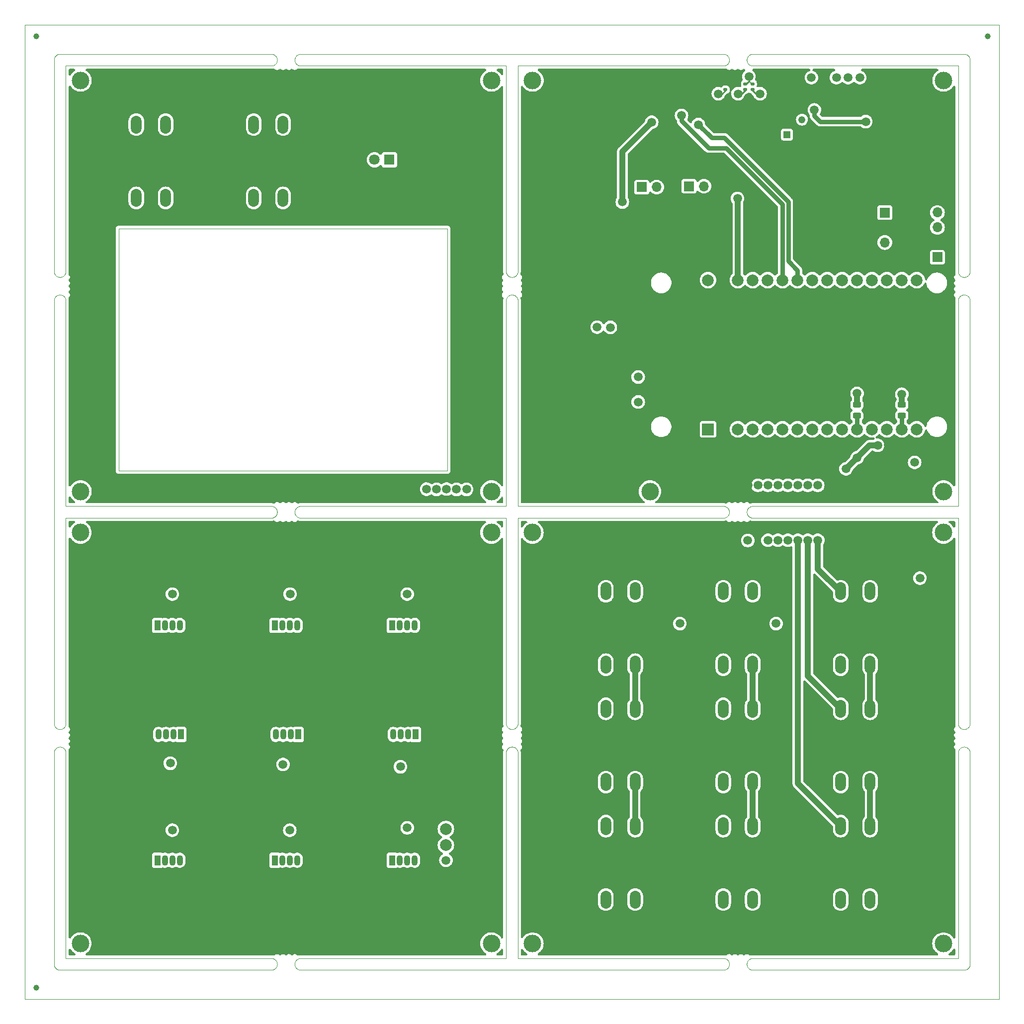
<source format=gbl>
G04 #@! TF.GenerationSoftware,KiCad,Pcbnew,7.0.5*
G04 #@! TF.CreationDate,2023-07-11T14:16:32+03:00*
G04 #@! TF.ProjectId,strange_games,73747261-6e67-4655-9f67-616d65732e6b,rev?*
G04 #@! TF.SameCoordinates,Original*
G04 #@! TF.FileFunction,Copper,L2,Bot*
G04 #@! TF.FilePolarity,Positive*
%FSLAX46Y46*%
G04 Gerber Fmt 4.6, Leading zero omitted, Abs format (unit mm)*
G04 Created by KiCad (PCBNEW 7.0.5) date 2023-07-11 14:16:32*
%MOMM*%
%LPD*%
G01*
G04 APERTURE LIST*
G04 Aperture macros list*
%AMRoundRect*
0 Rectangle with rounded corners*
0 $1 Rounding radius*
0 $2 $3 $4 $5 $6 $7 $8 $9 X,Y pos of 4 corners*
0 Add a 4 corners polygon primitive as box body*
4,1,4,$2,$3,$4,$5,$6,$7,$8,$9,$2,$3,0*
0 Add four circle primitives for the rounded corners*
1,1,$1+$1,$2,$3*
1,1,$1+$1,$4,$5*
1,1,$1+$1,$6,$7*
1,1,$1+$1,$8,$9*
0 Add four rect primitives between the rounded corners*
20,1,$1+$1,$2,$3,$4,$5,0*
20,1,$1+$1,$4,$5,$6,$7,0*
20,1,$1+$1,$6,$7,$8,$9,0*
20,1,$1+$1,$8,$9,$2,$3,0*%
G04 Aperture macros list end*
G04 #@! TA.AperFunction,ComponentPad*
%ADD10R,1.700000X1.700000*%
G04 #@! TD*
G04 #@! TA.AperFunction,ComponentPad*
%ADD11O,1.700000X1.700000*%
G04 #@! TD*
G04 #@! TA.AperFunction,ComponentPad*
%ADD12R,1.222000X1.222000*%
G04 #@! TD*
G04 #@! TA.AperFunction,ComponentPad*
%ADD13C,1.222000*%
G04 #@! TD*
G04 #@! TA.AperFunction,ComponentPad*
%ADD14R,2.000000X2.000000*%
G04 #@! TD*
G04 #@! TA.AperFunction,ComponentPad*
%ADD15C,2.000000*%
G04 #@! TD*
G04 #@! TA.AperFunction,ComponentPad*
%ADD16R,1.800000X1.800000*%
G04 #@! TD*
G04 #@! TA.AperFunction,ComponentPad*
%ADD17C,1.800000*%
G04 #@! TD*
G04 #@! TA.AperFunction,SMDPad,CuDef*
%ADD18RoundRect,0.243750X0.456250X-0.243750X0.456250X0.243750X-0.456250X0.243750X-0.456250X-0.243750X0*%
G04 #@! TD*
G04 #@! TA.AperFunction,ComponentPad*
%ADD19O,1.850000X3.048000*%
G04 #@! TD*
G04 #@! TA.AperFunction,SMDPad,CuDef*
%ADD20C,1.000000*%
G04 #@! TD*
G04 #@! TA.AperFunction,ComponentPad*
%ADD21R,1.070000X1.800000*%
G04 #@! TD*
G04 #@! TA.AperFunction,ComponentPad*
%ADD22O,1.070000X1.800000*%
G04 #@! TD*
G04 #@! TA.AperFunction,SMDPad,CuDef*
%ADD23RoundRect,0.140000X-0.170000X0.140000X-0.170000X-0.140000X0.170000X-0.140000X0.170000X0.140000X0*%
G04 #@! TD*
G04 #@! TA.AperFunction,SMDPad,CuDef*
%ADD24RoundRect,0.140000X0.170000X-0.140000X0.170000X0.140000X-0.170000X0.140000X-0.170000X-0.140000X0*%
G04 #@! TD*
G04 #@! TA.AperFunction,ViaPad*
%ADD25C,1.500000*%
G04 #@! TD*
G04 #@! TA.AperFunction,ViaPad*
%ADD26C,3.000000*%
G04 #@! TD*
G04 #@! TA.AperFunction,ViaPad*
%ADD27C,2.000000*%
G04 #@! TD*
G04 #@! TA.AperFunction,Conductor*
%ADD28C,1.000000*%
G04 #@! TD*
G04 #@! TA.AperFunction,Conductor*
%ADD29C,0.250000*%
G04 #@! TD*
G04 #@! TA.AperFunction,Conductor*
%ADD30C,0.800000*%
G04 #@! TD*
G04 #@! TA.AperFunction,Conductor*
%ADD31C,0.200000*%
G04 #@! TD*
G04 #@! TA.AperFunction,Profile*
%ADD32C,0.100000*%
G04 #@! TD*
G04 #@! TA.AperFunction,Profile*
%ADD33C,0.050000*%
G04 #@! TD*
G04 APERTURE END LIST*
D10*
X157150000Y-47500000D03*
D11*
X159690000Y-47500000D03*
D12*
X173854500Y-38700000D03*
D13*
X176394500Y-36160000D03*
X178934500Y-38700000D03*
D14*
X160380000Y-88900000D03*
D15*
X162920000Y-88900000D03*
X165460000Y-88900000D03*
X168000000Y-88900000D03*
X170540000Y-88900000D03*
X173080000Y-88900000D03*
X175620000Y-88900000D03*
X178160000Y-88900000D03*
X180700000Y-88900000D03*
X183240000Y-88900000D03*
X185780000Y-88900000D03*
X188320000Y-88900000D03*
X190860000Y-88900000D03*
X193400000Y-88900000D03*
X195940000Y-88900000D03*
X195940000Y-63500000D03*
X193400000Y-63500000D03*
X190860000Y-63500000D03*
X188320000Y-63500000D03*
X185780000Y-63500000D03*
X183240000Y-63500000D03*
X180700000Y-63500000D03*
X178160000Y-63500000D03*
X175620000Y-63500000D03*
X173080000Y-63500000D03*
X170540000Y-63500000D03*
X168000000Y-63500000D03*
X165460000Y-63500000D03*
X162920000Y-63500000D03*
X160380000Y-63500000D03*
D10*
X199465261Y-59600000D03*
D11*
X199465261Y-57060000D03*
X199465261Y-54520000D03*
X199465261Y-51980000D03*
D10*
X190500000Y-52000000D03*
D11*
X190500000Y-54540000D03*
X190500000Y-57080000D03*
D10*
X149100000Y-47660000D03*
D11*
X151640000Y-47660000D03*
D16*
X106123344Y-43000201D03*
D17*
X103583344Y-43000201D03*
D18*
X185748023Y-86609537D03*
X185748023Y-84734537D03*
D19*
X142987727Y-136500000D03*
X142987727Y-149000000D03*
X147987727Y-136500000D03*
X147987727Y-149000000D03*
X182987727Y-116500000D03*
X182987727Y-129000000D03*
X187987727Y-116500000D03*
X187987727Y-129000000D03*
D20*
X46000000Y-184000000D03*
D21*
X106619000Y-162307327D03*
D22*
X107889000Y-162307327D03*
X109159000Y-162307327D03*
X110429000Y-162307327D03*
D23*
X163350000Y-30102998D03*
X163350000Y-31062998D03*
D19*
X162987727Y-136500000D03*
X162987727Y-149000000D03*
X167987727Y-136500000D03*
X167987727Y-149000000D03*
X182987727Y-156500000D03*
X182987727Y-169000000D03*
X187987727Y-156500000D03*
X187987727Y-169000000D03*
D20*
X208000000Y-22000000D03*
D24*
X166750000Y-31032998D03*
X166750000Y-30072998D03*
D21*
X66619000Y-162307327D03*
D22*
X67889000Y-162307327D03*
X69159000Y-162307327D03*
X70429000Y-162307327D03*
D19*
X162987727Y-116500000D03*
X162987727Y-129000000D03*
X167987727Y-116500000D03*
X167987727Y-129000000D03*
D20*
X46000000Y-22000000D03*
D21*
X90589000Y-140877327D03*
D22*
X89319000Y-140877327D03*
X88049000Y-140877327D03*
X86779000Y-140877327D03*
D21*
X86619000Y-162307327D03*
D22*
X87889000Y-162307327D03*
X89159000Y-162307327D03*
X90429000Y-162307327D03*
D21*
X86619000Y-122307327D03*
D22*
X87889000Y-122307327D03*
X89159000Y-122307327D03*
X90429000Y-122307327D03*
D24*
X168000000Y-31032998D03*
X168000000Y-30072998D03*
D19*
X162987727Y-156500000D03*
X162987727Y-169000000D03*
X167987727Y-156500000D03*
X167987727Y-169000000D03*
D21*
X66619000Y-122307327D03*
D22*
X67889000Y-122307327D03*
X69159000Y-122307327D03*
X70429000Y-122307327D03*
D21*
X70589000Y-140877327D03*
D22*
X69319000Y-140877327D03*
X68049000Y-140877327D03*
X66779000Y-140877327D03*
D19*
X83008344Y-37000201D03*
X83008344Y-49500201D03*
X88008344Y-37000201D03*
X88008344Y-49500201D03*
X142987727Y-116500000D03*
X142987727Y-129000000D03*
X147987727Y-116500000D03*
X147987727Y-129000000D03*
X63008344Y-37000201D03*
X63008344Y-49500201D03*
X68008344Y-37000201D03*
X68008344Y-49500201D03*
D21*
X110589000Y-140877327D03*
D22*
X109319000Y-140877327D03*
X108049000Y-140877327D03*
X106779000Y-140877327D03*
D21*
X106619000Y-122307327D03*
D22*
X107889000Y-122307327D03*
X109159000Y-122307327D03*
X110429000Y-122307327D03*
D18*
X193398023Y-86559537D03*
X193398023Y-84684537D03*
D19*
X142987727Y-156500000D03*
X142987727Y-169000000D03*
X147987727Y-156500000D03*
X147987727Y-169000000D03*
X182987727Y-136500000D03*
X182987727Y-149000000D03*
X187987727Y-136500000D03*
X187987727Y-149000000D03*
D25*
X165400000Y-49600000D03*
X170589715Y-107800000D03*
X88000000Y-145987727D03*
X114159355Y-99136931D03*
D26*
X200487727Y-176500000D03*
D25*
X196487727Y-114250000D03*
X115860354Y-99084699D03*
D26*
X130500000Y-29500000D03*
D25*
X173988721Y-107800000D03*
D26*
X123500000Y-106487727D03*
X130487727Y-176500000D03*
D27*
X115750000Y-156987727D03*
D26*
X200487727Y-106500000D03*
X130487727Y-106500000D03*
D25*
X109154000Y-156787727D03*
X155587727Y-122000000D03*
X179087230Y-107800000D03*
X117558843Y-99143389D03*
D26*
X200500000Y-29500000D03*
D25*
X177387727Y-107800000D03*
D26*
X53500000Y-106487727D03*
X53508344Y-99500201D03*
D25*
X68800000Y-145787727D03*
X115754000Y-162307327D03*
X89154000Y-157187727D03*
D26*
X200500000Y-99500000D03*
D25*
X171987727Y-122000000D03*
X167168722Y-107852998D03*
D26*
X53508344Y-29500201D03*
D25*
X175688224Y-107800000D03*
X69154000Y-157187727D03*
X172289218Y-107800000D03*
X108000000Y-146387727D03*
D26*
X123500000Y-176487727D03*
X123508344Y-99500201D03*
D25*
X112460354Y-99095634D03*
D27*
X115750000Y-159737727D03*
D26*
X53500000Y-176487727D03*
D25*
X69154000Y-116987727D03*
X109154000Y-116987727D03*
D26*
X123508344Y-29500201D03*
D25*
X89200000Y-116987727D03*
X119258344Y-99140902D03*
D26*
X150500000Y-99500000D03*
D25*
X148500000Y-80000000D03*
X178000000Y-29000000D03*
X162150000Y-31752998D03*
X185780000Y-93752998D03*
X193398023Y-82930266D03*
X187250000Y-36500000D03*
X183880000Y-95652998D03*
X189280000Y-91627498D03*
X185778023Y-82803130D03*
X195580000Y-94552998D03*
X178500000Y-34500000D03*
X150800000Y-36600000D03*
X168879502Y-98452998D03*
X145800000Y-50200000D03*
X141512916Y-71512916D03*
X143750000Y-71550000D03*
X184250497Y-29000000D03*
X186250000Y-29000000D03*
X170579005Y-98452998D03*
X172278508Y-98452998D03*
X173978011Y-98452998D03*
X179076520Y-98452998D03*
X177377017Y-98452998D03*
X175677514Y-98452998D03*
X186500000Y-54500000D03*
X194680000Y-49852998D03*
X138080000Y-31652998D03*
X136100000Y-56684053D03*
X162880000Y-86052998D03*
X144380000Y-68752998D03*
X191100000Y-91552998D03*
X195480000Y-57452998D03*
X131780000Y-67452998D03*
X195027002Y-98000000D03*
X153000000Y-57000000D03*
X145287500Y-35080446D03*
X142750000Y-60750000D03*
X186880000Y-99452998D03*
X171750000Y-31500000D03*
X193180000Y-93052998D03*
X186500000Y-49500000D03*
X166000000Y-39000000D03*
X148500000Y-82000000D03*
X148582525Y-76407207D03*
X160580000Y-57752998D03*
X180251491Y-29000000D03*
X164850000Y-28802998D03*
X136980000Y-62052998D03*
X167180000Y-98452998D03*
X148500000Y-84252998D03*
X165500000Y-31750000D03*
X167350000Y-28802998D03*
X169250000Y-31750000D03*
X182250994Y-29000000D03*
X155880000Y-35452998D03*
X158750000Y-37000000D03*
D28*
X165460000Y-49660000D02*
X165460000Y-63500000D01*
X165400000Y-49600000D02*
X165460000Y-49660000D01*
X179087230Y-112699503D02*
X182887727Y-116500000D01*
X175688224Y-149200497D02*
X182987727Y-156500000D01*
X177387727Y-130900000D02*
X182987727Y-136500000D01*
X167987727Y-136500000D02*
X167987727Y-129000000D01*
X182887727Y-116500000D02*
X182987727Y-116500000D01*
X167987727Y-156500000D02*
X167987727Y-149000000D01*
X187987727Y-156500000D02*
X187987727Y-149000000D01*
X179087230Y-107800000D02*
X179087230Y-112699503D01*
X187987727Y-136500000D02*
X187987727Y-129000000D01*
X175688224Y-107800000D02*
X175688224Y-149200497D01*
X147987727Y-129000000D02*
X147987727Y-136500000D01*
X177387727Y-107800000D02*
X177387727Y-130900000D01*
X147987727Y-156500000D02*
X147987727Y-149000000D01*
X185778023Y-82803130D02*
X185778023Y-84557401D01*
X189280000Y-91627498D02*
X187905500Y-91627498D01*
D29*
X163350000Y-31182998D02*
X163350000Y-31062998D01*
D30*
X178500000Y-35500000D02*
X178500000Y-34500000D01*
D29*
X162150000Y-31752998D02*
X162780000Y-31752998D01*
D28*
X193398023Y-82930266D02*
X193398023Y-84684537D01*
X145800000Y-50200000D02*
X145800000Y-41600000D01*
D30*
X179500000Y-36500000D02*
X178500000Y-35500000D01*
D29*
X162780000Y-31752998D02*
X163350000Y-31182998D01*
D30*
X187250000Y-36500000D02*
X179500000Y-36500000D01*
D28*
X145800000Y-41600000D02*
X150800000Y-36600000D01*
X187905500Y-91627498D02*
X183880000Y-95652998D01*
D31*
X163350000Y-30102998D02*
X163550000Y-30102998D01*
X163550000Y-30102998D02*
X164850000Y-28802998D01*
D29*
X166132998Y-31750000D02*
X166850000Y-31032998D01*
X165500000Y-31750000D02*
X166132998Y-31750000D01*
D31*
X167850000Y-30072998D02*
X168000000Y-30072998D01*
X167350000Y-29572998D02*
X167850000Y-30072998D01*
D29*
X167350000Y-29572998D02*
X166850000Y-30072998D01*
X167350000Y-28802998D02*
X167350000Y-29572998D01*
X169250000Y-31750000D02*
X168567002Y-31750000D01*
X168567002Y-31750000D02*
X167850000Y-31032998D01*
D30*
X193398023Y-88898023D02*
X193400000Y-88900000D01*
X193398023Y-86559537D02*
X193398023Y-88898023D01*
X185780000Y-88900000D02*
X185780000Y-86641514D01*
X185780000Y-86641514D02*
X185748023Y-86609537D01*
X163500000Y-41000000D02*
X173080000Y-50580000D01*
X155880000Y-36380000D02*
X160500000Y-41000000D01*
X155880000Y-35452998D02*
X155880000Y-36380000D01*
X160500000Y-41000000D02*
X163500000Y-41000000D01*
X173080000Y-50580000D02*
X173080000Y-63500000D01*
X175620000Y-61810000D02*
X174080000Y-60270000D01*
X161000000Y-39250000D02*
X158750000Y-37000000D01*
X175620000Y-63500000D02*
X175620000Y-61810000D01*
X174080000Y-60270000D02*
X174080000Y-50165786D01*
X163164214Y-39250000D02*
X161000000Y-39250000D01*
X174080000Y-50165786D02*
X163164214Y-39250000D01*
G04 #@! TA.AperFunction,Conductor*
G36*
X163565421Y-27477802D02*
G01*
X163607462Y-27521295D01*
X163608533Y-27520368D01*
X163617857Y-27531128D01*
X163726623Y-27625375D01*
X163726630Y-27625379D01*
X163857537Y-27685163D01*
X163857541Y-27685164D01*
X163857543Y-27685165D01*
X163857545Y-27685165D01*
X163857548Y-27685166D01*
X163964193Y-27700499D01*
X163964199Y-27700500D01*
X163964201Y-27700500D01*
X164035801Y-27700500D01*
X164035806Y-27700499D01*
X164142451Y-27685166D01*
X164142452Y-27685165D01*
X164142457Y-27685165D01*
X164142460Y-27685163D01*
X164142462Y-27685163D01*
X164273369Y-27625379D01*
X164273369Y-27625378D01*
X164273373Y-27625377D01*
X164369686Y-27541921D01*
X164447841Y-27500275D01*
X164536331Y-27496662D01*
X164617624Y-27531802D01*
X164630297Y-27541907D01*
X164712524Y-27613157D01*
X164726627Y-27625377D01*
X164726630Y-27625379D01*
X164857537Y-27685163D01*
X164857541Y-27685164D01*
X164857543Y-27685165D01*
X164857545Y-27685165D01*
X164857548Y-27685166D01*
X164964193Y-27700499D01*
X164964199Y-27700500D01*
X164964201Y-27700500D01*
X165035801Y-27700500D01*
X165035806Y-27700499D01*
X165142451Y-27685166D01*
X165142452Y-27685165D01*
X165142457Y-27685165D01*
X165142460Y-27685163D01*
X165142462Y-27685163D01*
X165273369Y-27625379D01*
X165273369Y-27625378D01*
X165273373Y-27625377D01*
X165369686Y-27541921D01*
X165447841Y-27500275D01*
X165536331Y-27496662D01*
X165617624Y-27531802D01*
X165630297Y-27541907D01*
X165712524Y-27613157D01*
X165726627Y-27625377D01*
X165726630Y-27625379D01*
X165857537Y-27685163D01*
X165857541Y-27685164D01*
X165857543Y-27685165D01*
X165857545Y-27685165D01*
X165857548Y-27685166D01*
X165964193Y-27700499D01*
X165964199Y-27700500D01*
X165964201Y-27700500D01*
X166035801Y-27700500D01*
X166035806Y-27700499D01*
X166142451Y-27685166D01*
X166142452Y-27685165D01*
X166142457Y-27685165D01*
X166142460Y-27685163D01*
X166142462Y-27685163D01*
X166273369Y-27625379D01*
X166273369Y-27625378D01*
X166273373Y-27625377D01*
X166369686Y-27541921D01*
X166447841Y-27500275D01*
X166536331Y-27496662D01*
X166617624Y-27531802D01*
X166630306Y-27541915D01*
X166650852Y-27559718D01*
X166664437Y-27571490D01*
X166716783Y-27642927D01*
X166732950Y-27730002D01*
X166709736Y-27815469D01*
X166659783Y-27873964D01*
X166660497Y-27874747D01*
X166654259Y-27880433D01*
X166654048Y-27880681D01*
X166653697Y-27880946D01*
X166496129Y-28024589D01*
X166496124Y-28024594D01*
X166367636Y-28194739D01*
X166272596Y-28385606D01*
X166214244Y-28590687D01*
X166214244Y-28590688D01*
X166195990Y-28787689D01*
X166194571Y-28802998D01*
X166209415Y-28963199D01*
X166214244Y-29015307D01*
X166214244Y-29015308D01*
X166272596Y-29220390D01*
X166272597Y-29220392D01*
X166295737Y-29266864D01*
X166316582Y-29352939D01*
X166298015Y-29439535D01*
X166243716Y-29509499D01*
X166237842Y-29514129D01*
X166194213Y-29547213D01*
X166104440Y-29665599D01*
X166104435Y-29665608D01*
X166049930Y-29803821D01*
X166049929Y-29803827D01*
X166039500Y-29890671D01*
X166039500Y-30255324D01*
X166049929Y-30342168D01*
X166049930Y-30342173D01*
X166063448Y-30376451D01*
X166076791Y-30464004D01*
X166050824Y-30548675D01*
X165990692Y-30613695D01*
X165908303Y-30646185D01*
X165823874Y-30640862D01*
X165816207Y-30638681D01*
X165816199Y-30638679D01*
X165816198Y-30638679D01*
X165606610Y-30599500D01*
X165393390Y-30599500D01*
X165329924Y-30611364D01*
X165183798Y-30638679D01*
X165183796Y-30638680D01*
X164984980Y-30715701D01*
X164984978Y-30715702D01*
X164803700Y-30827945D01*
X164803695Y-30827949D01*
X164646129Y-30971591D01*
X164646124Y-30971596D01*
X164517636Y-31141741D01*
X164437638Y-31302400D01*
X164381510Y-31370907D01*
X164301217Y-31408276D01*
X164250574Y-31407607D01*
X164312741Y-31454748D01*
X164353103Y-31533580D01*
X164358382Y-31600943D01*
X164344571Y-31749997D01*
X164344571Y-31750001D01*
X164348852Y-31796205D01*
X164364244Y-31962310D01*
X164422595Y-32167389D01*
X164517634Y-32358255D01*
X164517635Y-32358256D01*
X164517636Y-32358258D01*
X164646124Y-32528403D01*
X164646129Y-32528408D01*
X164803695Y-32672050D01*
X164803700Y-32672054D01*
X164984978Y-32784297D01*
X164984980Y-32784298D01*
X165183796Y-32861319D01*
X165183798Y-32861320D01*
X165183800Y-32861320D01*
X165183802Y-32861321D01*
X165393390Y-32900500D01*
X165393392Y-32900500D01*
X165606608Y-32900500D01*
X165606610Y-32900500D01*
X165816198Y-32861321D01*
X166015019Y-32784298D01*
X166191464Y-32675048D01*
X166196299Y-32672054D01*
X166196299Y-32672053D01*
X166196302Y-32672052D01*
X166353872Y-32528407D01*
X166482366Y-32358255D01*
X166577405Y-32167389D01*
X166610437Y-32051294D01*
X166653019Y-31973642D01*
X166661108Y-31965058D01*
X166857233Y-31768933D01*
X166932219Y-31721816D01*
X166974209Y-31712070D01*
X167049174Y-31703068D01*
X167187395Y-31648560D01*
X167254759Y-31597476D01*
X167335464Y-31561009D01*
X167424001Y-31563169D01*
X167495239Y-31597475D01*
X167562605Y-31648560D01*
X167562609Y-31648561D01*
X167562610Y-31648562D01*
X167700820Y-31703066D01*
X167700826Y-31703068D01*
X167718956Y-31705245D01*
X167802331Y-31735104D01*
X167835938Y-31762106D01*
X168108758Y-32034925D01*
X168155876Y-32109912D01*
X168159445Y-32121176D01*
X168172594Y-32167387D01*
X168172595Y-32167389D01*
X168267634Y-32358255D01*
X168267635Y-32358256D01*
X168267636Y-32358258D01*
X168396124Y-32528403D01*
X168396129Y-32528408D01*
X168553695Y-32672050D01*
X168553700Y-32672054D01*
X168734978Y-32784297D01*
X168734980Y-32784298D01*
X168933796Y-32861319D01*
X168933798Y-32861320D01*
X168933800Y-32861320D01*
X168933802Y-32861321D01*
X169143390Y-32900500D01*
X169143392Y-32900500D01*
X169356608Y-32900500D01*
X169356610Y-32900500D01*
X169566198Y-32861321D01*
X169765019Y-32784298D01*
X169941464Y-32675048D01*
X169946299Y-32672054D01*
X169946299Y-32672053D01*
X169946302Y-32672052D01*
X170103872Y-32528407D01*
X170232366Y-32358255D01*
X170327405Y-32167389D01*
X170385756Y-31962310D01*
X170405429Y-31750000D01*
X170405344Y-31749087D01*
X170398809Y-31678557D01*
X170385756Y-31537690D01*
X170327405Y-31332611D01*
X170232366Y-31141745D01*
X170203019Y-31102884D01*
X170103875Y-30971596D01*
X170103870Y-30971591D01*
X169946304Y-30827949D01*
X169946299Y-30827945D01*
X169765021Y-30715702D01*
X169765019Y-30715701D01*
X169566203Y-30638680D01*
X169566201Y-30638679D01*
X169420076Y-30611364D01*
X169356610Y-30599500D01*
X169143390Y-30599500D01*
X168933802Y-30638679D01*
X168933801Y-30638679D01*
X168933792Y-30638681D01*
X168926122Y-30640863D01*
X168837682Y-30645531D01*
X168755975Y-30611364D01*
X168697183Y-30545129D01*
X168672953Y-30459945D01*
X168686552Y-30376451D01*
X168700070Y-30342172D01*
X168706153Y-30291516D01*
X168710500Y-30255324D01*
X168710500Y-29890671D01*
X168700070Y-29803827D01*
X168700069Y-29803821D01*
X168645564Y-29665608D01*
X168645563Y-29665607D01*
X168645562Y-29665603D01*
X168645559Y-29665599D01*
X168555786Y-29547214D01*
X168493524Y-29500000D01*
X168475862Y-29486606D01*
X168418972Y-29418734D01*
X168397164Y-29332897D01*
X168414759Y-29246099D01*
X168417969Y-29239338D01*
X168427401Y-29220395D01*
X168427400Y-29220395D01*
X168427405Y-29220387D01*
X168485756Y-29015308D01*
X168505429Y-28802998D01*
X168504010Y-28787689D01*
X168502353Y-28769801D01*
X168485756Y-28590688D01*
X168427405Y-28385609D01*
X168332366Y-28194743D01*
X168332363Y-28194739D01*
X168203875Y-28024594D01*
X168203870Y-28024589D01*
X168046304Y-27880947D01*
X168046299Y-27880943D01*
X168026514Y-27868693D01*
X167963478Y-27806484D01*
X167933677Y-27723086D01*
X167943012Y-27635016D01*
X167989634Y-27559718D01*
X168064310Y-27512105D01*
X168131274Y-27500500D01*
X177621524Y-27500500D01*
X177707867Y-27520207D01*
X177777108Y-27575426D01*
X177815535Y-27655218D01*
X177815535Y-27743782D01*
X177777108Y-27823574D01*
X177707867Y-27878793D01*
X177692151Y-27884761D01*
X177692381Y-27885355D01*
X177484980Y-27965701D01*
X177484978Y-27965702D01*
X177303700Y-28077945D01*
X177303695Y-28077949D01*
X177146129Y-28221591D01*
X177146124Y-28221596D01*
X177017636Y-28391741D01*
X176931060Y-28565611D01*
X176922595Y-28582611D01*
X176902770Y-28652284D01*
X176864244Y-28787689D01*
X176864244Y-28787690D01*
X176847981Y-28963204D01*
X176844571Y-29000000D01*
X176864244Y-29212310D01*
X176922595Y-29417389D01*
X177017634Y-29608255D01*
X177017635Y-29608256D01*
X177017636Y-29608258D01*
X177146124Y-29778403D01*
X177146129Y-29778408D01*
X177303695Y-29922050D01*
X177303700Y-29922054D01*
X177484978Y-30034297D01*
X177484980Y-30034298D01*
X177683796Y-30111319D01*
X177683798Y-30111320D01*
X177683800Y-30111320D01*
X177683802Y-30111321D01*
X177893390Y-30150500D01*
X177893392Y-30150500D01*
X178106608Y-30150500D01*
X178106610Y-30150500D01*
X178316198Y-30111321D01*
X178515019Y-30034298D01*
X178696302Y-29922052D01*
X178853872Y-29778407D01*
X178982366Y-29608255D01*
X179077405Y-29417389D01*
X179135756Y-29212310D01*
X179155429Y-29000000D01*
X179135756Y-28787690D01*
X179077405Y-28582611D01*
X178982366Y-28391745D01*
X178901600Y-28284794D01*
X178853875Y-28221596D01*
X178853870Y-28221591D01*
X178696304Y-28077949D01*
X178696299Y-28077945D01*
X178515021Y-27965702D01*
X178515019Y-27965701D01*
X178307619Y-27885355D01*
X178308719Y-27882513D01*
X178246371Y-27848327D01*
X178194880Y-27776270D01*
X178179753Y-27689008D01*
X178203985Y-27603825D01*
X178262777Y-27537591D01*
X178344484Y-27503425D01*
X178378476Y-27500500D01*
X181872518Y-27500500D01*
X181958861Y-27520207D01*
X182028102Y-27575426D01*
X182066529Y-27655218D01*
X182066529Y-27743782D01*
X182028102Y-27823574D01*
X181958861Y-27878793D01*
X181943145Y-27884761D01*
X181943375Y-27885355D01*
X181735974Y-27965701D01*
X181735972Y-27965702D01*
X181554694Y-28077945D01*
X181554689Y-28077949D01*
X181397123Y-28221591D01*
X181397118Y-28221596D01*
X181268630Y-28391741D01*
X181182054Y-28565611D01*
X181173589Y-28582611D01*
X181153764Y-28652284D01*
X181115238Y-28787689D01*
X181115238Y-28787690D01*
X181098975Y-28963204D01*
X181095565Y-29000000D01*
X181115238Y-29212310D01*
X181173589Y-29417389D01*
X181268628Y-29608255D01*
X181268629Y-29608256D01*
X181268630Y-29608258D01*
X181397118Y-29778403D01*
X181397123Y-29778408D01*
X181554689Y-29922050D01*
X181554694Y-29922054D01*
X181735972Y-30034297D01*
X181735974Y-30034298D01*
X181934790Y-30111319D01*
X181934792Y-30111320D01*
X181934794Y-30111320D01*
X181934796Y-30111321D01*
X182144384Y-30150500D01*
X182144386Y-30150500D01*
X182357602Y-30150500D01*
X182357604Y-30150500D01*
X182567192Y-30111321D01*
X182766013Y-30034298D01*
X182947296Y-29922052D01*
X183104866Y-29778407D01*
X183104865Y-29778407D01*
X183111665Y-29772209D01*
X183112755Y-29773404D01*
X183176400Y-29729179D01*
X183263853Y-29715202D01*
X183348710Y-29740554D01*
X183389229Y-29772863D01*
X183389826Y-29772209D01*
X183554192Y-29922050D01*
X183554197Y-29922054D01*
X183735475Y-30034297D01*
X183735477Y-30034298D01*
X183934293Y-30111319D01*
X183934295Y-30111320D01*
X183934297Y-30111320D01*
X183934299Y-30111321D01*
X184143887Y-30150500D01*
X184143889Y-30150500D01*
X184357105Y-30150500D01*
X184357107Y-30150500D01*
X184566695Y-30111321D01*
X184765516Y-30034298D01*
X184946799Y-29922052D01*
X185104369Y-29778407D01*
X185104368Y-29778407D01*
X185111168Y-29772209D01*
X185112258Y-29773404D01*
X185175903Y-29729179D01*
X185263356Y-29715202D01*
X185348213Y-29740554D01*
X185388732Y-29772863D01*
X185389329Y-29772209D01*
X185553695Y-29922050D01*
X185553700Y-29922054D01*
X185734978Y-30034297D01*
X185734980Y-30034298D01*
X185933796Y-30111319D01*
X185933798Y-30111320D01*
X185933800Y-30111320D01*
X185933802Y-30111321D01*
X186143390Y-30150500D01*
X186143392Y-30150500D01*
X186356608Y-30150500D01*
X186356610Y-30150500D01*
X186566198Y-30111321D01*
X186765019Y-30034298D01*
X186946302Y-29922052D01*
X187103872Y-29778407D01*
X187232366Y-29608255D01*
X187327405Y-29417389D01*
X187385756Y-29212310D01*
X187405429Y-29000000D01*
X187385756Y-28787690D01*
X187327405Y-28582611D01*
X187232366Y-28391745D01*
X187151600Y-28284794D01*
X187103875Y-28221596D01*
X187103870Y-28221591D01*
X186946304Y-28077949D01*
X186946299Y-28077945D01*
X186765021Y-27965702D01*
X186765019Y-27965701D01*
X186557619Y-27885355D01*
X186558719Y-27882513D01*
X186496371Y-27848327D01*
X186444880Y-27776270D01*
X186429753Y-27689008D01*
X186453985Y-27603825D01*
X186512777Y-27537591D01*
X186594484Y-27503425D01*
X186628476Y-27500500D01*
X199416556Y-27500500D01*
X199502899Y-27520207D01*
X199572140Y-27575426D01*
X199610567Y-27655218D01*
X199610567Y-27743782D01*
X199572140Y-27823574D01*
X199511926Y-27874158D01*
X199469888Y-27897112D01*
X199469882Y-27897115D01*
X199252253Y-28060032D01*
X199060032Y-28252253D01*
X198897115Y-28469882D01*
X198897111Y-28469888D01*
X198766829Y-28708483D01*
X198766827Y-28708488D01*
X198671823Y-28963204D01*
X198614039Y-29228838D01*
X198594645Y-29499999D01*
X198614039Y-29771161D01*
X198671823Y-30036795D01*
X198766827Y-30291511D01*
X198766829Y-30291516D01*
X198897111Y-30530111D01*
X198897115Y-30530117D01*
X199060032Y-30747746D01*
X199252253Y-30939967D01*
X199469882Y-31102884D01*
X199469888Y-31102888D01*
X199708483Y-31233170D01*
X199708487Y-31233172D01*
X199963199Y-31328175D01*
X200228840Y-31385961D01*
X200500000Y-31405355D01*
X200771160Y-31385961D01*
X201036801Y-31328175D01*
X201291513Y-31233172D01*
X201530113Y-31102887D01*
X201747742Y-30939971D01*
X201939971Y-30747742D01*
X202102887Y-30530113D01*
X202125841Y-30488074D01*
X202184518Y-30421737D01*
X202266165Y-30387428D01*
X202354614Y-30391943D01*
X202432344Y-30434386D01*
X202483961Y-30506353D01*
X202499500Y-30583444D01*
X202499500Y-61974339D01*
X202498805Y-61986087D01*
X202498772Y-61986363D01*
X202499470Y-62014804D01*
X202499500Y-62017245D01*
X202499500Y-62055073D01*
X202499413Y-62057570D01*
X202499418Y-62059712D01*
X202500967Y-62080707D01*
X202501206Y-62085581D01*
X202501723Y-62106642D01*
X202502404Y-62113711D01*
X202501732Y-62113775D01*
X202502614Y-62125710D01*
X202503288Y-62125676D01*
X202503652Y-62132772D01*
X202506231Y-62153689D01*
X202506709Y-62158544D01*
X202508260Y-62179564D01*
X202509286Y-62186588D01*
X202508623Y-62186684D01*
X202510086Y-62198546D01*
X202510753Y-62198479D01*
X202511465Y-62205551D01*
X202515071Y-62226335D01*
X202515787Y-62231163D01*
X202518364Y-62252059D01*
X202519733Y-62259021D01*
X202519079Y-62259149D01*
X202521124Y-62270938D01*
X202521784Y-62270839D01*
X202522843Y-62277873D01*
X202527454Y-62298408D01*
X202528406Y-62303190D01*
X202532010Y-62323961D01*
X202533723Y-62330863D01*
X202533070Y-62331024D01*
X202535693Y-62342704D01*
X202536351Y-62342572D01*
X202537753Y-62349539D01*
X202543368Y-62369833D01*
X202544554Y-62374563D01*
X202549173Y-62395131D01*
X202550229Y-62398640D01*
X202550345Y-62400349D01*
X202550730Y-62402063D01*
X202550465Y-62402122D01*
X202556235Y-62486999D01*
X202523309Y-62569214D01*
X202489986Y-62606372D01*
X202417855Y-62668873D01*
X202340048Y-62789945D01*
X202340045Y-62789951D01*
X202299500Y-62928038D01*
X202299500Y-63071961D01*
X202340045Y-63210048D01*
X202340046Y-63210050D01*
X202340047Y-63210053D01*
X202417857Y-63331128D01*
X202428918Y-63340712D01*
X202439183Y-63349607D01*
X202491530Y-63421044D01*
X202507698Y-63508119D01*
X202484485Y-63593586D01*
X202439183Y-63650393D01*
X202417856Y-63668873D01*
X202340048Y-63789945D01*
X202340045Y-63789951D01*
X202299500Y-63928038D01*
X202299500Y-64071961D01*
X202340045Y-64210048D01*
X202340046Y-64210050D01*
X202340047Y-64210053D01*
X202340048Y-64210054D01*
X202417856Y-64331127D01*
X202439180Y-64349604D01*
X202491529Y-64421040D01*
X202507698Y-64508114D01*
X202484487Y-64593582D01*
X202439185Y-64650390D01*
X202417857Y-64668871D01*
X202417856Y-64668872D01*
X202340048Y-64789945D01*
X202340045Y-64789951D01*
X202299500Y-64928038D01*
X202299500Y-65071961D01*
X202340045Y-65210048D01*
X202340046Y-65210050D01*
X202340047Y-65210053D01*
X202417857Y-65331128D01*
X202438090Y-65348660D01*
X202439183Y-65349607D01*
X202491530Y-65421044D01*
X202507698Y-65508119D01*
X202484485Y-65593586D01*
X202439183Y-65650393D01*
X202417856Y-65668873D01*
X202340048Y-65789945D01*
X202340045Y-65789951D01*
X202299500Y-65928038D01*
X202299500Y-66071961D01*
X202340045Y-66210048D01*
X202340046Y-66210050D01*
X202340047Y-66210053D01*
X202417857Y-66331128D01*
X202489986Y-66393628D01*
X202542333Y-66465063D01*
X202558502Y-66552137D01*
X202550229Y-66601359D01*
X202549171Y-66604874D01*
X202544559Y-66625411D01*
X202543375Y-66630139D01*
X202537753Y-66650458D01*
X202536350Y-66657431D01*
X202535691Y-66657298D01*
X202533070Y-66668973D01*
X202533723Y-66669135D01*
X202532011Y-66676032D01*
X202528410Y-66696784D01*
X202527460Y-66701564D01*
X202522840Y-66722140D01*
X202521783Y-66729162D01*
X202521114Y-66729061D01*
X202519070Y-66740844D01*
X202519733Y-66740975D01*
X202518363Y-66747941D01*
X202515786Y-66768844D01*
X202515070Y-66773670D01*
X202511466Y-66794443D01*
X202510753Y-66801522D01*
X202510086Y-66801454D01*
X202508624Y-66813321D01*
X202509285Y-66813418D01*
X202508259Y-66820440D01*
X202506709Y-66841456D01*
X202506231Y-66846312D01*
X202503652Y-66867216D01*
X202503289Y-66874310D01*
X202502616Y-66874275D01*
X202501734Y-66886228D01*
X202502404Y-66886293D01*
X202501723Y-66893362D01*
X202501206Y-66914418D01*
X202500967Y-66919292D01*
X202499418Y-66940286D01*
X202499413Y-66942430D01*
X202499500Y-66944921D01*
X202499500Y-66982752D01*
X202499470Y-66985195D01*
X202498771Y-67013626D01*
X202498771Y-67013630D01*
X202498804Y-67013900D01*
X202499500Y-67025652D01*
X202499500Y-98416555D01*
X202479793Y-98502898D01*
X202424574Y-98572139D01*
X202344782Y-98610566D01*
X202256218Y-98610566D01*
X202176426Y-98572139D01*
X202125842Y-98511926D01*
X202120912Y-98502898D01*
X202102887Y-98469887D01*
X202102884Y-98469882D01*
X201939967Y-98252253D01*
X201747746Y-98060032D01*
X201530117Y-97897115D01*
X201530111Y-97897111D01*
X201291516Y-97766829D01*
X201291511Y-97766827D01*
X201159973Y-97717766D01*
X201036801Y-97671825D01*
X201036799Y-97671824D01*
X201036795Y-97671823D01*
X200771161Y-97614039D01*
X200547775Y-97598062D01*
X200500000Y-97594645D01*
X200499999Y-97594645D01*
X200228838Y-97614039D01*
X199963204Y-97671823D01*
X199708488Y-97766827D01*
X199708483Y-97766829D01*
X199469888Y-97897111D01*
X199469882Y-97897115D01*
X199252253Y-98060032D01*
X199060032Y-98252253D01*
X198897115Y-98469882D01*
X198897111Y-98469888D01*
X198766829Y-98708483D01*
X198766827Y-98708488D01*
X198671823Y-98963204D01*
X198614039Y-99228838D01*
X198594645Y-99500000D01*
X198614039Y-99771161D01*
X198671823Y-100036795D01*
X198766827Y-100291511D01*
X198766829Y-100291516D01*
X198897111Y-100530111D01*
X198897115Y-100530117D01*
X199060032Y-100747746D01*
X199252253Y-100939967D01*
X199469882Y-101102884D01*
X199469884Y-101102885D01*
X199469887Y-101102887D01*
X199508411Y-101123923D01*
X199511926Y-101125842D01*
X199578263Y-101184518D01*
X199612572Y-101266165D01*
X199608057Y-101354614D01*
X199565614Y-101432344D01*
X199493647Y-101483961D01*
X199416556Y-101499500D01*
X168025656Y-101499500D01*
X168013903Y-101498804D01*
X168013633Y-101498772D01*
X167985191Y-101499470D01*
X167982754Y-101499500D01*
X167944925Y-101499500D01*
X167942435Y-101499413D01*
X167940286Y-101499418D01*
X167919292Y-101500967D01*
X167914418Y-101501206D01*
X167893362Y-101501723D01*
X167886293Y-101502404D01*
X167886228Y-101501734D01*
X167874275Y-101502616D01*
X167874310Y-101503289D01*
X167867216Y-101503652D01*
X167846312Y-101506231D01*
X167841456Y-101506709D01*
X167820440Y-101508259D01*
X167813418Y-101509285D01*
X167813321Y-101508624D01*
X167801455Y-101510087D01*
X167801523Y-101510753D01*
X167794439Y-101511466D01*
X167773674Y-101515069D01*
X167768850Y-101515784D01*
X167747946Y-101518362D01*
X167740971Y-101519734D01*
X167740841Y-101519074D01*
X167729057Y-101521119D01*
X167729158Y-101521785D01*
X167722143Y-101522841D01*
X167722135Y-101522842D01*
X167722127Y-101522843D01*
X167722119Y-101522845D01*
X167701572Y-101527458D01*
X167696790Y-101528409D01*
X167676037Y-101532010D01*
X167669132Y-101533724D01*
X167668969Y-101533071D01*
X167657299Y-101535691D01*
X167657432Y-101536350D01*
X167650460Y-101537753D01*
X167630145Y-101543374D01*
X167625411Y-101544560D01*
X167612612Y-101547434D01*
X167604865Y-101549174D01*
X167604863Y-101549174D01*
X167597933Y-101550731D01*
X167597679Y-101549603D01*
X167516755Y-101555101D01*
X167434542Y-101522171D01*
X167392536Y-101478705D01*
X167391467Y-101479632D01*
X167382142Y-101468871D01*
X167273376Y-101374624D01*
X167273369Y-101374620D01*
X167142462Y-101314836D01*
X167142451Y-101314833D01*
X167035806Y-101299500D01*
X167035799Y-101299500D01*
X166964201Y-101299500D01*
X166964193Y-101299500D01*
X166857548Y-101314833D01*
X166857537Y-101314836D01*
X166726630Y-101374620D01*
X166726623Y-101374625D01*
X166630317Y-101458075D01*
X166552158Y-101499724D01*
X166463668Y-101503336D01*
X166382375Y-101468197D01*
X166369683Y-101458075D01*
X166273376Y-101374625D01*
X166273369Y-101374620D01*
X166142462Y-101314836D01*
X166142451Y-101314833D01*
X166035806Y-101299500D01*
X166035799Y-101299500D01*
X165964201Y-101299500D01*
X165964193Y-101299500D01*
X165857548Y-101314833D01*
X165857537Y-101314836D01*
X165726630Y-101374620D01*
X165726623Y-101374624D01*
X165630315Y-101458076D01*
X165552156Y-101499724D01*
X165463666Y-101503336D01*
X165382373Y-101468196D01*
X165369699Y-101458090D01*
X165273373Y-101374623D01*
X165273372Y-101374622D01*
X165273369Y-101374620D01*
X165142462Y-101314836D01*
X165142451Y-101314833D01*
X165035806Y-101299500D01*
X165035799Y-101299500D01*
X164964201Y-101299500D01*
X164964193Y-101299500D01*
X164857548Y-101314833D01*
X164857537Y-101314836D01*
X164726630Y-101374620D01*
X164726623Y-101374625D01*
X164630317Y-101458075D01*
X164552158Y-101499724D01*
X164463668Y-101503336D01*
X164382375Y-101468197D01*
X164369683Y-101458075D01*
X164273376Y-101374625D01*
X164273369Y-101374620D01*
X164142462Y-101314836D01*
X164142451Y-101314833D01*
X164035806Y-101299500D01*
X164035799Y-101299500D01*
X163964201Y-101299500D01*
X163964193Y-101299500D01*
X163857548Y-101314833D01*
X163857537Y-101314836D01*
X163726630Y-101374620D01*
X163726623Y-101374624D01*
X163617857Y-101468871D01*
X163608533Y-101479632D01*
X163607102Y-101478392D01*
X163556349Y-101528113D01*
X163472459Y-101556502D01*
X163402271Y-101549802D01*
X163402063Y-101550730D01*
X163374563Y-101544554D01*
X163369833Y-101543368D01*
X163349539Y-101537753D01*
X163342572Y-101536351D01*
X163342704Y-101535693D01*
X163331024Y-101533070D01*
X163330863Y-101533723D01*
X163323961Y-101532010D01*
X163303190Y-101528406D01*
X163298408Y-101527454D01*
X163277873Y-101522843D01*
X163270839Y-101521784D01*
X163270938Y-101521124D01*
X163259149Y-101519079D01*
X163259021Y-101519733D01*
X163252059Y-101518364D01*
X163231163Y-101515787D01*
X163226335Y-101515071D01*
X163205551Y-101511465D01*
X163198479Y-101510753D01*
X163198546Y-101510086D01*
X163186684Y-101508623D01*
X163186588Y-101509286D01*
X163179564Y-101508260D01*
X163158544Y-101506709D01*
X163153689Y-101506231D01*
X163132772Y-101503652D01*
X163125676Y-101503288D01*
X163125710Y-101502614D01*
X163113775Y-101501732D01*
X163113711Y-101502404D01*
X163106642Y-101501723D01*
X163085581Y-101501206D01*
X163080707Y-101500967D01*
X163059712Y-101499418D01*
X163057570Y-101499413D01*
X163055073Y-101499500D01*
X163017245Y-101499500D01*
X163014807Y-101499470D01*
X162986367Y-101498772D01*
X162986366Y-101498772D01*
X162986365Y-101498772D01*
X162986204Y-101498791D01*
X162986096Y-101498804D01*
X162974344Y-101499500D01*
X151583444Y-101499500D01*
X151497101Y-101479793D01*
X151427860Y-101424574D01*
X151389433Y-101344782D01*
X151389433Y-101256218D01*
X151427860Y-101176426D01*
X151488074Y-101125842D01*
X151489907Y-101124840D01*
X151530113Y-101102887D01*
X151747742Y-100939971D01*
X151939971Y-100747742D01*
X152102887Y-100530113D01*
X152233172Y-100291513D01*
X152328175Y-100036801D01*
X152385961Y-99771160D01*
X152405355Y-99500000D01*
X152385961Y-99228840D01*
X152328175Y-98963199D01*
X152233172Y-98708487D01*
X152209594Y-98665307D01*
X152102888Y-98469888D01*
X152102884Y-98469882D01*
X152090245Y-98452998D01*
X167724073Y-98452998D01*
X167743746Y-98665308D01*
X167802097Y-98870387D01*
X167897136Y-99061253D01*
X167897137Y-99061254D01*
X167897138Y-99061256D01*
X168025626Y-99231401D01*
X168025631Y-99231406D01*
X168183197Y-99375048D01*
X168183202Y-99375052D01*
X168364480Y-99487295D01*
X168364482Y-99487296D01*
X168563298Y-99564317D01*
X168563300Y-99564318D01*
X168563302Y-99564318D01*
X168563304Y-99564319D01*
X168772892Y-99603498D01*
X168772894Y-99603498D01*
X168986110Y-99603498D01*
X168986112Y-99603498D01*
X169195700Y-99564319D01*
X169394521Y-99487296D01*
X169575804Y-99375050D01*
X169595187Y-99357379D01*
X169672264Y-99313775D01*
X169760634Y-99307931D01*
X169842789Y-99341008D01*
X169863318Y-99357379D01*
X169882700Y-99375048D01*
X169882705Y-99375052D01*
X170063983Y-99487295D01*
X170063985Y-99487296D01*
X170262801Y-99564317D01*
X170262803Y-99564318D01*
X170262805Y-99564318D01*
X170262807Y-99564319D01*
X170472395Y-99603498D01*
X170472397Y-99603498D01*
X170685613Y-99603498D01*
X170685615Y-99603498D01*
X170895203Y-99564319D01*
X171094024Y-99487296D01*
X171275307Y-99375050D01*
X171294690Y-99357379D01*
X171371767Y-99313775D01*
X171460137Y-99307931D01*
X171542292Y-99341008D01*
X171562821Y-99357379D01*
X171582203Y-99375048D01*
X171582208Y-99375052D01*
X171763486Y-99487295D01*
X171763488Y-99487296D01*
X171962304Y-99564317D01*
X171962306Y-99564318D01*
X171962308Y-99564318D01*
X171962310Y-99564319D01*
X172171898Y-99603498D01*
X172171900Y-99603498D01*
X172385116Y-99603498D01*
X172385118Y-99603498D01*
X172594706Y-99564319D01*
X172793527Y-99487296D01*
X172974810Y-99375050D01*
X172994193Y-99357379D01*
X173071270Y-99313775D01*
X173159640Y-99307931D01*
X173241795Y-99341008D01*
X173262324Y-99357379D01*
X173281706Y-99375048D01*
X173281711Y-99375052D01*
X173462989Y-99487295D01*
X173462991Y-99487296D01*
X173661807Y-99564317D01*
X173661809Y-99564318D01*
X173661811Y-99564318D01*
X173661813Y-99564319D01*
X173871401Y-99603498D01*
X173871403Y-99603498D01*
X174084619Y-99603498D01*
X174084621Y-99603498D01*
X174294209Y-99564319D01*
X174493030Y-99487296D01*
X174674313Y-99375050D01*
X174693696Y-99357379D01*
X174770773Y-99313775D01*
X174859143Y-99307931D01*
X174941298Y-99341008D01*
X174961827Y-99357379D01*
X174981209Y-99375048D01*
X174981214Y-99375052D01*
X175162492Y-99487295D01*
X175162494Y-99487296D01*
X175361310Y-99564317D01*
X175361312Y-99564318D01*
X175361314Y-99564318D01*
X175361316Y-99564319D01*
X175570904Y-99603498D01*
X175570906Y-99603498D01*
X175784122Y-99603498D01*
X175784124Y-99603498D01*
X175993712Y-99564319D01*
X176192533Y-99487296D01*
X176373816Y-99375050D01*
X176393199Y-99357379D01*
X176470276Y-99313775D01*
X176558646Y-99307931D01*
X176640801Y-99341008D01*
X176661330Y-99357379D01*
X176680712Y-99375048D01*
X176680717Y-99375052D01*
X176861995Y-99487295D01*
X176861997Y-99487296D01*
X177060813Y-99564317D01*
X177060815Y-99564318D01*
X177060817Y-99564318D01*
X177060819Y-99564319D01*
X177270407Y-99603498D01*
X177270409Y-99603498D01*
X177483625Y-99603498D01*
X177483627Y-99603498D01*
X177693215Y-99564319D01*
X177892036Y-99487296D01*
X178073319Y-99375050D01*
X178092702Y-99357379D01*
X178169779Y-99313775D01*
X178258149Y-99307931D01*
X178340304Y-99341008D01*
X178360833Y-99357379D01*
X178380215Y-99375048D01*
X178380220Y-99375052D01*
X178561498Y-99487295D01*
X178561500Y-99487296D01*
X178760316Y-99564317D01*
X178760318Y-99564318D01*
X178760320Y-99564318D01*
X178760322Y-99564319D01*
X178969910Y-99603498D01*
X178969912Y-99603498D01*
X179183128Y-99603498D01*
X179183130Y-99603498D01*
X179392718Y-99564319D01*
X179591539Y-99487296D01*
X179772822Y-99375050D01*
X179930392Y-99231405D01*
X180058886Y-99061253D01*
X180153925Y-98870387D01*
X180212276Y-98665308D01*
X180231949Y-98452998D01*
X180212276Y-98240688D01*
X180153925Y-98035609D01*
X180058886Y-97844743D01*
X180000046Y-97766827D01*
X179930395Y-97674594D01*
X179930390Y-97674589D01*
X179772824Y-97530947D01*
X179772819Y-97530943D01*
X179591541Y-97418700D01*
X179591539Y-97418699D01*
X179392723Y-97341678D01*
X179392721Y-97341677D01*
X179266965Y-97318169D01*
X179183130Y-97302498D01*
X178969910Y-97302498D01*
X178900047Y-97315557D01*
X178760318Y-97341677D01*
X178760316Y-97341678D01*
X178561502Y-97418698D01*
X178380216Y-97530947D01*
X178360831Y-97548619D01*
X178283745Y-97592223D01*
X178195375Y-97598062D01*
X178113222Y-97564981D01*
X178092700Y-97548614D01*
X178073321Y-97530947D01*
X178073316Y-97530943D01*
X177892038Y-97418700D01*
X177892036Y-97418699D01*
X177693220Y-97341678D01*
X177693218Y-97341677D01*
X177567462Y-97318169D01*
X177483627Y-97302498D01*
X177270407Y-97302498D01*
X177200544Y-97315557D01*
X177060815Y-97341677D01*
X177060813Y-97341678D01*
X176861999Y-97418698D01*
X176680713Y-97530947D01*
X176661328Y-97548619D01*
X176584242Y-97592223D01*
X176495872Y-97598062D01*
X176413719Y-97564981D01*
X176393197Y-97548614D01*
X176373818Y-97530947D01*
X176373813Y-97530943D01*
X176192535Y-97418700D01*
X176192533Y-97418699D01*
X175993717Y-97341678D01*
X175993715Y-97341677D01*
X175867959Y-97318169D01*
X175784124Y-97302498D01*
X175570904Y-97302498D01*
X175501041Y-97315557D01*
X175361312Y-97341677D01*
X175361310Y-97341678D01*
X175162496Y-97418698D01*
X174981210Y-97530947D01*
X174961825Y-97548619D01*
X174884739Y-97592223D01*
X174796369Y-97598062D01*
X174714216Y-97564981D01*
X174693694Y-97548614D01*
X174674315Y-97530947D01*
X174674310Y-97530943D01*
X174493032Y-97418700D01*
X174493030Y-97418699D01*
X174294214Y-97341678D01*
X174294212Y-97341677D01*
X174168456Y-97318169D01*
X174084621Y-97302498D01*
X173871401Y-97302498D01*
X173801538Y-97315557D01*
X173661809Y-97341677D01*
X173661807Y-97341678D01*
X173462993Y-97418698D01*
X173281707Y-97530947D01*
X173262322Y-97548619D01*
X173185236Y-97592223D01*
X173096866Y-97598062D01*
X173014713Y-97564981D01*
X172994191Y-97548614D01*
X172974812Y-97530947D01*
X172974807Y-97530943D01*
X172793529Y-97418700D01*
X172793527Y-97418699D01*
X172594711Y-97341678D01*
X172594709Y-97341677D01*
X172468953Y-97318169D01*
X172385118Y-97302498D01*
X172171898Y-97302498D01*
X172102035Y-97315557D01*
X171962306Y-97341677D01*
X171962304Y-97341678D01*
X171763490Y-97418698D01*
X171582204Y-97530947D01*
X171562819Y-97548619D01*
X171485733Y-97592223D01*
X171397363Y-97598062D01*
X171315210Y-97564981D01*
X171294688Y-97548614D01*
X171275309Y-97530947D01*
X171275304Y-97530943D01*
X171094026Y-97418700D01*
X171094024Y-97418699D01*
X170895208Y-97341678D01*
X170895206Y-97341677D01*
X170769450Y-97318169D01*
X170685615Y-97302498D01*
X170472395Y-97302498D01*
X170402532Y-97315557D01*
X170262803Y-97341677D01*
X170262801Y-97341678D01*
X170063987Y-97418698D01*
X169882701Y-97530947D01*
X169863316Y-97548619D01*
X169786230Y-97592223D01*
X169697860Y-97598062D01*
X169615707Y-97564981D01*
X169595185Y-97548614D01*
X169575806Y-97530947D01*
X169575801Y-97530943D01*
X169394523Y-97418700D01*
X169394521Y-97418699D01*
X169195705Y-97341678D01*
X169195703Y-97341677D01*
X169069947Y-97318169D01*
X168986112Y-97302498D01*
X168772892Y-97302498D01*
X168703029Y-97315557D01*
X168563300Y-97341677D01*
X168563298Y-97341678D01*
X168364482Y-97418699D01*
X168364480Y-97418700D01*
X168183202Y-97530943D01*
X168183197Y-97530947D01*
X168025631Y-97674589D01*
X168025626Y-97674594D01*
X167897138Y-97844739D01*
X167897136Y-97844742D01*
X167897136Y-97844743D01*
X167802097Y-98035609D01*
X167743746Y-98240688D01*
X167724073Y-98452998D01*
X152090245Y-98452998D01*
X151939967Y-98252253D01*
X151747746Y-98060032D01*
X151530117Y-97897115D01*
X151530111Y-97897111D01*
X151291516Y-97766829D01*
X151291511Y-97766827D01*
X151159973Y-97717766D01*
X151036801Y-97671825D01*
X151036799Y-97671824D01*
X151036795Y-97671823D01*
X150771161Y-97614039D01*
X150547775Y-97598062D01*
X150500000Y-97594645D01*
X150499999Y-97594645D01*
X150228838Y-97614039D01*
X149963204Y-97671823D01*
X149708488Y-97766827D01*
X149708483Y-97766829D01*
X149469888Y-97897111D01*
X149469882Y-97897115D01*
X149252253Y-98060032D01*
X149060032Y-98252253D01*
X148897115Y-98469882D01*
X148897111Y-98469888D01*
X148766829Y-98708483D01*
X148766827Y-98708488D01*
X148671823Y-98963204D01*
X148614039Y-99228838D01*
X148594645Y-99499999D01*
X148614039Y-99771161D01*
X148671823Y-100036795D01*
X148766827Y-100291511D01*
X148766829Y-100291516D01*
X148897111Y-100530111D01*
X148897115Y-100530117D01*
X149060032Y-100747746D01*
X149252253Y-100939967D01*
X149469882Y-101102884D01*
X149469884Y-101102885D01*
X149469887Y-101102887D01*
X149508411Y-101123923D01*
X149511926Y-101125842D01*
X149578263Y-101184518D01*
X149612572Y-101266165D01*
X149608057Y-101354614D01*
X149565614Y-101432344D01*
X149493647Y-101483961D01*
X149416556Y-101499500D01*
X128699500Y-101499500D01*
X128613157Y-101479793D01*
X128543916Y-101424574D01*
X128505489Y-101344782D01*
X128500500Y-101300500D01*
X128500500Y-88611183D01*
X150669500Y-88611183D01*
X150708603Y-88870608D01*
X150708606Y-88870623D01*
X150785938Y-89121327D01*
X150899772Y-89357703D01*
X150899776Y-89357711D01*
X151047564Y-89574476D01*
X151226015Y-89766801D01*
X151226021Y-89766807D01*
X151328581Y-89848595D01*
X151431141Y-89930384D01*
X151431141Y-89930385D01*
X151658359Y-90061569D01*
X151696322Y-90076468D01*
X151902584Y-90157420D01*
X152158370Y-90215802D01*
X152354506Y-90230500D01*
X152354507Y-90230500D01*
X152485493Y-90230500D01*
X152485494Y-90230500D01*
X152681630Y-90215802D01*
X152937416Y-90157420D01*
X153181643Y-90061568D01*
X153406896Y-89931518D01*
X158979500Y-89931518D01*
X158992323Y-90012480D01*
X158994353Y-90025300D01*
X158994354Y-90025303D01*
X158994354Y-90025305D01*
X159051951Y-90138344D01*
X159141657Y-90228050D01*
X159208871Y-90262297D01*
X159254696Y-90285646D01*
X159348481Y-90300500D01*
X161411518Y-90300499D01*
X161505304Y-90285646D01*
X161618342Y-90228050D01*
X161708050Y-90138342D01*
X161765646Y-90025304D01*
X161780500Y-89931519D01*
X161780500Y-88900003D01*
X164054700Y-88900003D01*
X164073864Y-89131297D01*
X164130843Y-89356302D01*
X164224073Y-89568845D01*
X164224075Y-89568847D01*
X164224076Y-89568849D01*
X164351021Y-89763153D01*
X164351023Y-89763155D01*
X164508216Y-89933913D01*
X164508217Y-89933914D01*
X164691371Y-90076468D01*
X164691370Y-90076468D01*
X164895492Y-90186934D01*
X164895495Y-90186935D01*
X164895497Y-90186936D01*
X165115019Y-90262298D01*
X165343951Y-90300500D01*
X165343953Y-90300500D01*
X165576047Y-90300500D01*
X165576049Y-90300500D01*
X165804981Y-90262298D01*
X166024503Y-90186936D01*
X166228626Y-90076470D01*
X166294361Y-90025307D01*
X166297438Y-90022911D01*
X166411784Y-89933913D01*
X166568979Y-89763153D01*
X166568984Y-89763145D01*
X166572955Y-89758044D01*
X166641536Y-89702008D01*
X166727639Y-89681278D01*
X166814210Y-89699960D01*
X166884102Y-89754353D01*
X166887045Y-89758044D01*
X166891021Y-89763153D01*
X167048216Y-89933913D01*
X167048217Y-89933914D01*
X167231371Y-90076468D01*
X167231370Y-90076468D01*
X167435492Y-90186934D01*
X167435495Y-90186935D01*
X167435497Y-90186936D01*
X167655019Y-90262298D01*
X167883951Y-90300500D01*
X167883953Y-90300500D01*
X168116047Y-90300500D01*
X168116049Y-90300500D01*
X168344981Y-90262298D01*
X168564503Y-90186936D01*
X168768626Y-90076470D01*
X168834361Y-90025307D01*
X168837438Y-90022911D01*
X168951784Y-89933913D01*
X169108979Y-89763153D01*
X169108984Y-89763145D01*
X169112955Y-89758044D01*
X169181536Y-89702008D01*
X169267639Y-89681278D01*
X169354210Y-89699960D01*
X169424102Y-89754353D01*
X169427045Y-89758044D01*
X169431021Y-89763153D01*
X169588216Y-89933913D01*
X169588217Y-89933914D01*
X169771371Y-90076468D01*
X169771370Y-90076468D01*
X169975492Y-90186934D01*
X169975495Y-90186935D01*
X169975497Y-90186936D01*
X170195019Y-90262298D01*
X170423951Y-90300500D01*
X170423953Y-90300500D01*
X170656047Y-90300500D01*
X170656049Y-90300500D01*
X170884981Y-90262298D01*
X171104503Y-90186936D01*
X171308626Y-90076470D01*
X171374361Y-90025307D01*
X171377438Y-90022911D01*
X171491784Y-89933913D01*
X171648979Y-89763153D01*
X171648984Y-89763145D01*
X171652955Y-89758044D01*
X171721536Y-89702008D01*
X171807639Y-89681278D01*
X171894210Y-89699960D01*
X171964102Y-89754353D01*
X171967045Y-89758044D01*
X171971021Y-89763153D01*
X172128216Y-89933913D01*
X172128217Y-89933914D01*
X172311371Y-90076468D01*
X172311370Y-90076468D01*
X172515492Y-90186934D01*
X172515495Y-90186935D01*
X172515497Y-90186936D01*
X172735019Y-90262298D01*
X172963951Y-90300500D01*
X172963953Y-90300500D01*
X173196047Y-90300500D01*
X173196049Y-90300500D01*
X173424981Y-90262298D01*
X173644503Y-90186936D01*
X173848626Y-90076470D01*
X173914361Y-90025307D01*
X173917438Y-90022911D01*
X174031784Y-89933913D01*
X174188979Y-89763153D01*
X174188984Y-89763145D01*
X174192955Y-89758044D01*
X174261536Y-89702008D01*
X174347639Y-89681278D01*
X174434210Y-89699960D01*
X174504102Y-89754353D01*
X174507045Y-89758044D01*
X174511021Y-89763153D01*
X174668216Y-89933913D01*
X174668217Y-89933914D01*
X174851371Y-90076468D01*
X174851370Y-90076468D01*
X175055492Y-90186934D01*
X175055495Y-90186935D01*
X175055497Y-90186936D01*
X175275019Y-90262298D01*
X175503951Y-90300500D01*
X175503953Y-90300500D01*
X175736047Y-90300500D01*
X175736049Y-90300500D01*
X175964981Y-90262298D01*
X176184503Y-90186936D01*
X176388626Y-90076470D01*
X176454361Y-90025307D01*
X176457438Y-90022911D01*
X176571784Y-89933913D01*
X176728979Y-89763153D01*
X176728984Y-89763145D01*
X176732955Y-89758044D01*
X176801536Y-89702008D01*
X176887639Y-89681278D01*
X176974210Y-89699960D01*
X177044102Y-89754353D01*
X177047045Y-89758044D01*
X177051021Y-89763153D01*
X177208216Y-89933913D01*
X177208217Y-89933914D01*
X177391371Y-90076468D01*
X177391370Y-90076468D01*
X177595492Y-90186934D01*
X177595495Y-90186935D01*
X177595497Y-90186936D01*
X177815019Y-90262298D01*
X178043951Y-90300500D01*
X178043953Y-90300500D01*
X178276047Y-90300500D01*
X178276049Y-90300500D01*
X178504981Y-90262298D01*
X178724503Y-90186936D01*
X178928626Y-90076470D01*
X178994361Y-90025307D01*
X178997438Y-90022911D01*
X179111784Y-89933913D01*
X179268979Y-89763153D01*
X179268984Y-89763145D01*
X179272955Y-89758044D01*
X179341536Y-89702008D01*
X179427639Y-89681278D01*
X179514210Y-89699960D01*
X179584102Y-89754353D01*
X179587045Y-89758044D01*
X179591021Y-89763153D01*
X179748216Y-89933913D01*
X179748217Y-89933914D01*
X179931371Y-90076468D01*
X179931370Y-90076468D01*
X180135492Y-90186934D01*
X180135495Y-90186935D01*
X180135497Y-90186936D01*
X180355019Y-90262298D01*
X180583951Y-90300500D01*
X180583953Y-90300500D01*
X180816047Y-90300500D01*
X180816049Y-90300500D01*
X181044981Y-90262298D01*
X181264503Y-90186936D01*
X181468626Y-90076470D01*
X181534361Y-90025307D01*
X181537438Y-90022911D01*
X181651784Y-89933913D01*
X181808979Y-89763153D01*
X181808984Y-89763145D01*
X181812955Y-89758044D01*
X181881536Y-89702008D01*
X181967639Y-89681278D01*
X182054210Y-89699960D01*
X182124102Y-89754353D01*
X182127045Y-89758044D01*
X182131021Y-89763153D01*
X182288216Y-89933913D01*
X182288217Y-89933914D01*
X182471371Y-90076468D01*
X182471370Y-90076468D01*
X182675492Y-90186934D01*
X182675495Y-90186935D01*
X182675497Y-90186936D01*
X182895019Y-90262298D01*
X183123951Y-90300500D01*
X183123953Y-90300500D01*
X183356047Y-90300500D01*
X183356049Y-90300500D01*
X183584981Y-90262298D01*
X183804503Y-90186936D01*
X184008626Y-90076470D01*
X184074361Y-90025307D01*
X184077438Y-90022911D01*
X184191784Y-89933913D01*
X184348979Y-89763153D01*
X184348984Y-89763145D01*
X184352955Y-89758044D01*
X184421536Y-89702008D01*
X184507639Y-89681278D01*
X184594210Y-89699960D01*
X184664102Y-89754353D01*
X184667045Y-89758044D01*
X184671021Y-89763153D01*
X184828216Y-89933913D01*
X184828217Y-89933914D01*
X185011371Y-90076468D01*
X185011370Y-90076468D01*
X185215492Y-90186934D01*
X185215495Y-90186935D01*
X185215497Y-90186936D01*
X185435019Y-90262298D01*
X185663951Y-90300500D01*
X185663953Y-90300500D01*
X185896047Y-90300500D01*
X185896049Y-90300500D01*
X186124981Y-90262298D01*
X186344503Y-90186936D01*
X186548626Y-90076470D01*
X186614361Y-90025307D01*
X186617438Y-90022911D01*
X186731784Y-89933913D01*
X186888979Y-89763153D01*
X186888984Y-89763145D01*
X186892955Y-89758044D01*
X186961536Y-89702008D01*
X187047639Y-89681278D01*
X187134210Y-89699960D01*
X187204102Y-89754353D01*
X187207045Y-89758044D01*
X187211021Y-89763153D01*
X187368216Y-89933913D01*
X187368217Y-89933914D01*
X187551371Y-90076468D01*
X187551370Y-90076468D01*
X187755492Y-90186934D01*
X187755495Y-90186935D01*
X187755497Y-90186936D01*
X187975019Y-90262298D01*
X188203951Y-90300500D01*
X188203953Y-90300500D01*
X188436047Y-90300500D01*
X188436049Y-90300500D01*
X188537179Y-90283624D01*
X188625585Y-90288851D01*
X188702971Y-90331918D01*
X188754007Y-90404298D01*
X188768585Y-90491653D01*
X188743817Y-90576683D01*
X188684609Y-90642545D01*
X188674694Y-90649102D01*
X188597031Y-90697190D01*
X188513246Y-90725889D01*
X188492269Y-90726998D01*
X187992029Y-90726998D01*
X187960900Y-90724548D01*
X187952888Y-90723279D01*
X187952885Y-90723279D01*
X187939883Y-90723960D01*
X187884502Y-90726862D01*
X187879320Y-90726998D01*
X187858308Y-90726998D01*
X187858299Y-90726998D01*
X187858297Y-90726999D01*
X187837404Y-90729194D01*
X187832219Y-90729601D01*
X187788351Y-90731901D01*
X187763854Y-90733185D01*
X187763845Y-90733186D01*
X187756005Y-90735287D01*
X187725327Y-90740973D01*
X187717251Y-90741822D01*
X187717239Y-90741824D01*
X187652132Y-90762979D01*
X187647140Y-90764458D01*
X187581019Y-90782175D01*
X187581011Y-90782178D01*
X187573777Y-90785864D01*
X187544945Y-90797807D01*
X187537219Y-90800317D01*
X187537210Y-90800321D01*
X187477924Y-90834550D01*
X187473348Y-90837035D01*
X187412350Y-90868115D01*
X187412349Y-90868116D01*
X187406033Y-90873230D01*
X187380323Y-90890900D01*
X187373285Y-90894963D01*
X187322415Y-90940766D01*
X187318458Y-90944146D01*
X187302130Y-90957368D01*
X187302120Y-90957377D01*
X187294256Y-90965241D01*
X187287244Y-90972252D01*
X187283486Y-90975819D01*
X187232612Y-91021627D01*
X187232603Y-91021636D01*
X187227836Y-91028198D01*
X187207563Y-91051933D01*
X185696806Y-92562691D01*
X185621818Y-92609810D01*
X185592660Y-92617588D01*
X185463805Y-92641675D01*
X185463796Y-92641678D01*
X185264980Y-92718699D01*
X185264978Y-92718700D01*
X185083700Y-92830943D01*
X185083695Y-92830947D01*
X184926129Y-92974589D01*
X184926124Y-92974594D01*
X184797636Y-93144739D01*
X184702596Y-93335606D01*
X184644244Y-93540683D01*
X184644244Y-93540687D01*
X184643258Y-93551328D01*
X184615665Y-93635483D01*
X184585821Y-93673675D01*
X183796806Y-94462691D01*
X183721818Y-94509810D01*
X183692660Y-94517588D01*
X183563805Y-94541675D01*
X183563796Y-94541678D01*
X183364980Y-94618699D01*
X183364978Y-94618700D01*
X183183700Y-94730943D01*
X183183695Y-94730947D01*
X183026129Y-94874589D01*
X183026124Y-94874594D01*
X182897636Y-95044739D01*
X182839620Y-95161253D01*
X182802595Y-95235609D01*
X182744244Y-95440688D01*
X182724571Y-95652998D01*
X182744244Y-95865308D01*
X182802595Y-96070387D01*
X182897634Y-96261253D01*
X182897635Y-96261254D01*
X182897636Y-96261256D01*
X183026124Y-96431401D01*
X183026129Y-96431406D01*
X183183695Y-96575048D01*
X183183700Y-96575052D01*
X183364978Y-96687295D01*
X183364980Y-96687296D01*
X183563796Y-96764317D01*
X183563798Y-96764318D01*
X183563800Y-96764318D01*
X183563802Y-96764319D01*
X183773390Y-96803498D01*
X183773392Y-96803498D01*
X183986608Y-96803498D01*
X183986610Y-96803498D01*
X184196198Y-96764319D01*
X184395019Y-96687296D01*
X184576302Y-96575050D01*
X184733872Y-96431405D01*
X184862366Y-96261253D01*
X184957405Y-96070387D01*
X185015756Y-95865308D01*
X185016741Y-95854671D01*
X185044328Y-95770519D01*
X185074174Y-95732322D01*
X185863194Y-94943301D01*
X185938180Y-94896184D01*
X185967328Y-94888408D01*
X186096198Y-94864319D01*
X186096206Y-94864316D01*
X186295015Y-94787298D01*
X186295021Y-94787295D01*
X186476299Y-94675052D01*
X186476299Y-94675051D01*
X186476302Y-94675050D01*
X186610186Y-94552998D01*
X194424571Y-94552998D01*
X194444244Y-94765308D01*
X194502595Y-94970387D01*
X194597634Y-95161253D01*
X194597635Y-95161254D01*
X194597636Y-95161256D01*
X194726124Y-95331401D01*
X194726129Y-95331406D01*
X194883695Y-95475048D01*
X194883700Y-95475052D01*
X195064978Y-95587295D01*
X195064980Y-95587296D01*
X195263796Y-95664317D01*
X195263798Y-95664318D01*
X195263800Y-95664318D01*
X195263802Y-95664319D01*
X195473390Y-95703498D01*
X195473392Y-95703498D01*
X195686608Y-95703498D01*
X195686610Y-95703498D01*
X195896198Y-95664319D01*
X196095019Y-95587296D01*
X196276302Y-95475050D01*
X196433872Y-95331405D01*
X196562366Y-95161253D01*
X196657405Y-94970387D01*
X196715756Y-94765308D01*
X196735429Y-94552998D01*
X196715756Y-94340688D01*
X196657405Y-94135609D01*
X196562366Y-93944743D01*
X196477466Y-93832318D01*
X196433875Y-93774594D01*
X196433870Y-93774589D01*
X196276304Y-93630947D01*
X196276299Y-93630943D01*
X196095021Y-93518700D01*
X196095019Y-93518699D01*
X195896203Y-93441678D01*
X195896201Y-93441677D01*
X195770445Y-93418169D01*
X195686610Y-93402498D01*
X195473390Y-93402498D01*
X195403527Y-93415557D01*
X195263798Y-93441677D01*
X195263796Y-93441678D01*
X195064980Y-93518699D01*
X195064978Y-93518700D01*
X194883700Y-93630943D01*
X194883695Y-93630947D01*
X194726129Y-93774589D01*
X194726124Y-93774594D01*
X194597636Y-93944739D01*
X194597634Y-93944742D01*
X194597634Y-93944743D01*
X194502595Y-94135609D01*
X194444244Y-94340688D01*
X194424571Y-94552998D01*
X186610186Y-94552998D01*
X186633872Y-94531405D01*
X186762366Y-94361253D01*
X186857405Y-94170387D01*
X186915756Y-93965308D01*
X186916741Y-93954671D01*
X186944328Y-93870519D01*
X186974174Y-93832322D01*
X188220213Y-92586284D01*
X188295203Y-92539165D01*
X188360928Y-92527998D01*
X188492269Y-92527998D01*
X188578612Y-92547705D01*
X188597029Y-92557805D01*
X188764978Y-92661795D01*
X188764980Y-92661796D01*
X188963796Y-92738817D01*
X188963798Y-92738818D01*
X188963800Y-92738818D01*
X188963802Y-92738819D01*
X189173390Y-92777998D01*
X189173392Y-92777998D01*
X189386608Y-92777998D01*
X189386610Y-92777998D01*
X189596198Y-92738819D01*
X189795019Y-92661796D01*
X189827513Y-92641677D01*
X189976299Y-92549552D01*
X189976299Y-92549551D01*
X189976302Y-92549550D01*
X190133872Y-92405905D01*
X190262366Y-92235753D01*
X190357405Y-92044887D01*
X190415756Y-91839808D01*
X190435429Y-91627498D01*
X190415756Y-91415188D01*
X190357405Y-91210109D01*
X190262366Y-91019243D01*
X190262363Y-91019239D01*
X190133875Y-90849094D01*
X190133870Y-90849089D01*
X189976304Y-90705447D01*
X189976299Y-90705443D01*
X189795021Y-90593200D01*
X189795019Y-90593199D01*
X189596203Y-90516178D01*
X189596201Y-90516177D01*
X189465007Y-90491653D01*
X189386610Y-90476998D01*
X189173390Y-90476998D01*
X189165306Y-90478509D01*
X189160037Y-90479494D01*
X189071543Y-90475985D01*
X188993335Y-90434428D01*
X188940903Y-90363053D01*
X188924632Y-90275998D01*
X188947744Y-90190503D01*
X189005662Y-90123503D01*
X189028755Y-90108870D01*
X189088626Y-90076470D01*
X189154361Y-90025307D01*
X189157438Y-90022911D01*
X189271784Y-89933913D01*
X189428979Y-89763153D01*
X189428984Y-89763145D01*
X189432955Y-89758044D01*
X189501536Y-89702008D01*
X189587639Y-89681278D01*
X189674210Y-89699960D01*
X189744102Y-89754353D01*
X189747045Y-89758044D01*
X189751021Y-89763153D01*
X189908216Y-89933913D01*
X189908217Y-89933914D01*
X190091371Y-90076468D01*
X190091370Y-90076468D01*
X190295492Y-90186934D01*
X190295495Y-90186935D01*
X190295497Y-90186936D01*
X190515019Y-90262298D01*
X190743951Y-90300500D01*
X190743953Y-90300500D01*
X190976047Y-90300500D01*
X190976049Y-90300500D01*
X191204981Y-90262298D01*
X191424503Y-90186936D01*
X191628626Y-90076470D01*
X191694361Y-90025307D01*
X191697438Y-90022911D01*
X191811784Y-89933913D01*
X191968979Y-89763153D01*
X191968984Y-89763145D01*
X191972955Y-89758044D01*
X192041536Y-89702008D01*
X192127639Y-89681278D01*
X192214210Y-89699960D01*
X192284102Y-89754353D01*
X192287045Y-89758044D01*
X192291021Y-89763153D01*
X192448216Y-89933913D01*
X192448217Y-89933914D01*
X192631371Y-90076468D01*
X192631370Y-90076468D01*
X192835492Y-90186934D01*
X192835495Y-90186935D01*
X192835497Y-90186936D01*
X193055019Y-90262298D01*
X193283951Y-90300500D01*
X193283953Y-90300500D01*
X193516047Y-90300500D01*
X193516049Y-90300500D01*
X193744981Y-90262298D01*
X193964503Y-90186936D01*
X194168626Y-90076470D01*
X194234361Y-90025307D01*
X194237438Y-90022911D01*
X194351784Y-89933913D01*
X194508979Y-89763153D01*
X194508984Y-89763145D01*
X194512955Y-89758044D01*
X194581536Y-89702008D01*
X194667639Y-89681278D01*
X194754210Y-89699960D01*
X194824102Y-89754353D01*
X194827045Y-89758044D01*
X194831021Y-89763153D01*
X194988216Y-89933913D01*
X194988217Y-89933914D01*
X195171371Y-90076468D01*
X195171370Y-90076468D01*
X195375492Y-90186934D01*
X195375495Y-90186935D01*
X195375497Y-90186936D01*
X195595019Y-90262298D01*
X195823951Y-90300500D01*
X195823953Y-90300500D01*
X196056047Y-90300500D01*
X196056049Y-90300500D01*
X196284981Y-90262298D01*
X196504503Y-90186936D01*
X196708626Y-90076470D01*
X196774361Y-90025307D01*
X196777438Y-90022911D01*
X196891784Y-89933913D01*
X197048979Y-89763153D01*
X197175924Y-89568849D01*
X197269157Y-89356300D01*
X197326134Y-89131305D01*
X197328543Y-89102229D01*
X197355310Y-89017812D01*
X197416055Y-88953364D01*
X197498748Y-88921656D01*
X197587009Y-88928967D01*
X197663357Y-88973849D01*
X197712671Y-89047412D01*
X197717021Y-89060001D01*
X197735936Y-89121321D01*
X197735938Y-89121327D01*
X197849772Y-89357703D01*
X197849776Y-89357711D01*
X197997564Y-89574476D01*
X198176015Y-89766801D01*
X198176021Y-89766807D01*
X198278581Y-89848595D01*
X198381141Y-89930384D01*
X198381141Y-89930385D01*
X198608359Y-90061569D01*
X198646322Y-90076468D01*
X198852584Y-90157420D01*
X199108370Y-90215802D01*
X199304506Y-90230500D01*
X199304507Y-90230500D01*
X199435493Y-90230500D01*
X199435494Y-90230500D01*
X199631630Y-90215802D01*
X199887416Y-90157420D01*
X200131643Y-90061568D01*
X200358857Y-89930386D01*
X200563981Y-89766805D01*
X200742433Y-89574479D01*
X200890228Y-89357704D01*
X201004063Y-89121323D01*
X201081396Y-88870615D01*
X201120500Y-88611182D01*
X201120500Y-88348818D01*
X201081396Y-88089385D01*
X201004063Y-87838677D01*
X200890228Y-87602296D01*
X200890223Y-87602288D01*
X200742435Y-87385523D01*
X200563984Y-87193198D01*
X200563978Y-87193192D01*
X200358858Y-87029615D01*
X200358858Y-87029614D01*
X200131640Y-86898430D01*
X199966301Y-86833540D01*
X199887416Y-86802580D01*
X199823469Y-86787984D01*
X199631633Y-86744198D01*
X199484528Y-86733174D01*
X199435494Y-86729500D01*
X199304506Y-86729500D01*
X199265278Y-86732439D01*
X199108366Y-86744198D01*
X198852584Y-86802580D01*
X198608360Y-86898430D01*
X198608359Y-86898430D01*
X198381141Y-87029614D01*
X198381141Y-87029615D01*
X198176021Y-87193192D01*
X198176015Y-87193198D01*
X197997564Y-87385523D01*
X197849776Y-87602288D01*
X197849772Y-87602296D01*
X197735938Y-87838672D01*
X197658606Y-88089376D01*
X197658603Y-88089391D01*
X197621829Y-88333364D01*
X197589473Y-88415806D01*
X197524551Y-88476044D01*
X197439922Y-88502148D01*
X197352348Y-88488948D01*
X197279174Y-88439058D01*
X197242813Y-88383642D01*
X197175924Y-88231151D01*
X197175923Y-88231150D01*
X197048979Y-88036847D01*
X196891784Y-87866087D01*
X196891783Y-87866086D01*
X196891782Y-87866085D01*
X196708628Y-87723531D01*
X196708629Y-87723531D01*
X196504507Y-87613065D01*
X196427201Y-87586526D01*
X196284981Y-87537702D01*
X196193408Y-87522421D01*
X196056052Y-87499500D01*
X196056049Y-87499500D01*
X195823951Y-87499500D01*
X195823947Y-87499500D01*
X195640805Y-87530061D01*
X195595019Y-87537702D01*
X195523908Y-87562114D01*
X195375492Y-87613065D01*
X195171370Y-87723531D01*
X194988217Y-87866085D01*
X194988216Y-87866086D01*
X194831021Y-88036845D01*
X194827040Y-88041962D01*
X194758456Y-88097995D01*
X194672352Y-88118721D01*
X194585783Y-88100036D01*
X194515893Y-88045640D01*
X194512960Y-88041962D01*
X194508978Y-88036845D01*
X194351786Y-87866089D01*
X194351785Y-87866088D01*
X194351784Y-87866087D01*
X194275292Y-87806551D01*
X194219262Y-87737968D01*
X194198537Y-87651864D01*
X194198523Y-87649514D01*
X194198523Y-87452571D01*
X194218230Y-87366228D01*
X194256809Y-87311857D01*
X194256810Y-87311856D01*
X194367376Y-87201290D01*
X194450235Y-87061183D01*
X194495648Y-86904871D01*
X194498523Y-86868341D01*
X194498523Y-86250733D01*
X194495648Y-86214203D01*
X194450235Y-86057891D01*
X194450234Y-86057890D01*
X194450234Y-86057888D01*
X194367375Y-85917783D01*
X194252277Y-85802685D01*
X194252276Y-85802684D01*
X194236448Y-85793323D01*
X194172163Y-85732410D01*
X194140672Y-85649634D01*
X194148215Y-85561392D01*
X194193297Y-85485162D01*
X194236447Y-85450750D01*
X194252276Y-85441390D01*
X194367376Y-85326290D01*
X194450235Y-85186183D01*
X194495648Y-85029871D01*
X194498523Y-84993341D01*
X194498523Y-84375733D01*
X194495648Y-84339203D01*
X194450235Y-84182891D01*
X194367376Y-84042784D01*
X194356804Y-84032212D01*
X194309689Y-83957223D01*
X194298523Y-83891502D01*
X194298523Y-83713627D01*
X194318230Y-83627284D01*
X194338719Y-83593701D01*
X194380386Y-83538525D01*
X194380386Y-83538524D01*
X194380389Y-83538521D01*
X194475428Y-83347655D01*
X194533779Y-83142576D01*
X194553452Y-82930266D01*
X194533779Y-82717956D01*
X194475428Y-82512877D01*
X194380389Y-82322011D01*
X194380386Y-82322007D01*
X194251898Y-82151862D01*
X194251893Y-82151857D01*
X194094327Y-82008215D01*
X194094322Y-82008211D01*
X193913044Y-81895968D01*
X193913042Y-81895967D01*
X193714226Y-81818946D01*
X193714224Y-81818945D01*
X193588468Y-81795437D01*
X193504633Y-81779766D01*
X193291413Y-81779766D01*
X193221550Y-81792825D01*
X193081821Y-81818945D01*
X193081819Y-81818946D01*
X192883003Y-81895967D01*
X192883001Y-81895968D01*
X192701723Y-82008211D01*
X192701718Y-82008215D01*
X192544152Y-82151857D01*
X192544147Y-82151862D01*
X192415659Y-82322007D01*
X192320619Y-82512874D01*
X192262267Y-82717955D01*
X192262267Y-82717956D01*
X192254375Y-82803131D01*
X192242594Y-82930266D01*
X192262267Y-83142576D01*
X192320618Y-83347655D01*
X192415657Y-83538521D01*
X192451881Y-83586490D01*
X192457328Y-83593702D01*
X192493634Y-83674481D01*
X192497522Y-83713626D01*
X192497522Y-83891503D01*
X192477815Y-83977846D01*
X192439240Y-84032214D01*
X192428669Y-84042785D01*
X192345811Y-84182888D01*
X192300398Y-84339202D01*
X192297523Y-84375738D01*
X192297523Y-84993335D01*
X192300398Y-85029871D01*
X192345811Y-85186185D01*
X192405608Y-85287295D01*
X192428670Y-85326290D01*
X192543770Y-85441390D01*
X192552267Y-85446415D01*
X192559598Y-85450751D01*
X192623884Y-85511667D01*
X192655374Y-85594443D01*
X192647829Y-85682685D01*
X192602746Y-85758914D01*
X192559598Y-85793323D01*
X192543769Y-85802684D01*
X192428670Y-85917783D01*
X192345811Y-86057888D01*
X192300398Y-86214202D01*
X192297523Y-86250738D01*
X192297523Y-86868335D01*
X192300398Y-86904871D01*
X192345811Y-87061185D01*
X192428670Y-87201290D01*
X192539236Y-87311856D01*
X192586355Y-87386844D01*
X192597522Y-87452569D01*
X192597523Y-87652590D01*
X192577816Y-87738933D01*
X192522598Y-87808175D01*
X192520752Y-87809629D01*
X192448219Y-87866084D01*
X192448216Y-87866086D01*
X192291021Y-88036845D01*
X192287040Y-88041962D01*
X192218456Y-88097995D01*
X192132352Y-88118721D01*
X192045783Y-88100036D01*
X191975893Y-88045640D01*
X191972960Y-88041962D01*
X191968978Y-88036845D01*
X191811783Y-87866086D01*
X191811782Y-87866085D01*
X191628628Y-87723531D01*
X191628629Y-87723531D01*
X191424507Y-87613065D01*
X191347201Y-87586526D01*
X191204981Y-87537702D01*
X191113408Y-87522421D01*
X190976052Y-87499500D01*
X190976049Y-87499500D01*
X190743951Y-87499500D01*
X190743947Y-87499500D01*
X190560805Y-87530061D01*
X190515019Y-87537702D01*
X190443908Y-87562114D01*
X190295492Y-87613065D01*
X190091370Y-87723531D01*
X189908217Y-87866085D01*
X189908216Y-87866086D01*
X189751021Y-88036845D01*
X189747040Y-88041962D01*
X189678456Y-88097995D01*
X189592352Y-88118721D01*
X189505783Y-88100036D01*
X189435893Y-88045640D01*
X189432960Y-88041962D01*
X189428978Y-88036845D01*
X189271783Y-87866086D01*
X189271782Y-87866085D01*
X189088628Y-87723531D01*
X189088629Y-87723531D01*
X188884507Y-87613065D01*
X188807201Y-87586526D01*
X188664981Y-87537702D01*
X188573408Y-87522421D01*
X188436052Y-87499500D01*
X188436049Y-87499500D01*
X188203951Y-87499500D01*
X188203947Y-87499500D01*
X188020805Y-87530061D01*
X187975019Y-87537702D01*
X187903908Y-87562114D01*
X187755492Y-87613065D01*
X187551370Y-87723531D01*
X187368217Y-87866085D01*
X187368216Y-87866086D01*
X187211021Y-88036845D01*
X187207040Y-88041962D01*
X187138456Y-88097995D01*
X187052352Y-88118721D01*
X186965783Y-88100036D01*
X186895893Y-88045640D01*
X186892960Y-88041962D01*
X186888978Y-88036845D01*
X186731783Y-87866086D01*
X186731776Y-87866080D01*
X186657272Y-87808091D01*
X186601239Y-87739506D01*
X186580514Y-87653402D01*
X186580500Y-87651052D01*
X186580500Y-87470594D01*
X186600207Y-87384251D01*
X186638786Y-87329880D01*
X186656810Y-87311856D01*
X186717376Y-87251290D01*
X186800235Y-87111183D01*
X186845648Y-86954871D01*
X186848523Y-86918341D01*
X186848523Y-86300733D01*
X186845648Y-86264203D01*
X186800235Y-86107891D01*
X186800234Y-86107890D01*
X186800234Y-86107888D01*
X186717375Y-85967783D01*
X186602277Y-85852685D01*
X186602276Y-85852684D01*
X186586448Y-85843323D01*
X186522163Y-85782410D01*
X186490672Y-85699634D01*
X186498215Y-85611392D01*
X186543297Y-85535162D01*
X186586447Y-85500750D01*
X186602276Y-85491390D01*
X186717376Y-85376290D01*
X186800235Y-85236183D01*
X186845648Y-85079871D01*
X186848523Y-85043341D01*
X186848523Y-84425733D01*
X186845648Y-84389203D01*
X186800235Y-84232891D01*
X186800234Y-84232889D01*
X186800234Y-84232888D01*
X186711003Y-84082008D01*
X186712982Y-84080837D01*
X186682932Y-84016221D01*
X186678523Y-83974562D01*
X186678523Y-83586491D01*
X186698230Y-83500148D01*
X186718719Y-83466565D01*
X186760386Y-83411389D01*
X186760386Y-83411388D01*
X186760389Y-83411385D01*
X186855428Y-83220519D01*
X186913779Y-83015440D01*
X186933452Y-82803130D01*
X186913779Y-82590820D01*
X186855428Y-82385741D01*
X186760389Y-82194875D01*
X186727903Y-82151857D01*
X186631898Y-82024726D01*
X186631893Y-82024721D01*
X186474327Y-81881079D01*
X186474322Y-81881075D01*
X186293044Y-81768832D01*
X186293042Y-81768831D01*
X186094226Y-81691810D01*
X186094224Y-81691809D01*
X185968468Y-81668301D01*
X185884633Y-81652630D01*
X185671413Y-81652630D01*
X185601550Y-81665689D01*
X185461821Y-81691809D01*
X185461819Y-81691810D01*
X185263003Y-81768831D01*
X185263001Y-81768832D01*
X185081723Y-81881075D01*
X185081718Y-81881079D01*
X184924152Y-82024721D01*
X184924147Y-82024726D01*
X184795659Y-82194871D01*
X184795657Y-82194874D01*
X184795657Y-82194875D01*
X184700618Y-82385741D01*
X184642267Y-82590820D01*
X184622594Y-82803130D01*
X184642267Y-83015440D01*
X184700100Y-83218700D01*
X184700619Y-83220521D01*
X184795657Y-83411385D01*
X184837328Y-83466566D01*
X184873634Y-83547345D01*
X184877522Y-83586490D01*
X184877522Y-83911501D01*
X184857815Y-83997844D01*
X184819239Y-84052212D01*
X184778674Y-84092778D01*
X184778670Y-84092783D01*
X184695811Y-84232889D01*
X184650398Y-84389202D01*
X184647523Y-84425738D01*
X184647523Y-85043335D01*
X184650398Y-85079871D01*
X184695811Y-85236185D01*
X184749100Y-85326290D01*
X184778670Y-85376290D01*
X184893770Y-85491390D01*
X184902267Y-85496415D01*
X184909598Y-85500751D01*
X184973884Y-85561667D01*
X185005374Y-85644443D01*
X184997829Y-85732685D01*
X184952746Y-85808914D01*
X184909598Y-85843323D01*
X184893769Y-85852684D01*
X184778670Y-85967783D01*
X184695811Y-86107888D01*
X184650398Y-86264202D01*
X184647523Y-86300738D01*
X184647523Y-86918335D01*
X184650398Y-86954871D01*
X184695811Y-87111185D01*
X184778670Y-87251290D01*
X184893771Y-87366391D01*
X184902470Y-87373139D01*
X184958615Y-87441631D01*
X184979482Y-87527701D01*
X184979500Y-87530378D01*
X184979500Y-87651052D01*
X184959793Y-87737395D01*
X184904574Y-87806636D01*
X184902728Y-87808091D01*
X184828223Y-87866080D01*
X184828216Y-87866086D01*
X184671021Y-88036845D01*
X184667040Y-88041962D01*
X184598456Y-88097995D01*
X184512352Y-88118721D01*
X184425783Y-88100036D01*
X184355893Y-88045640D01*
X184352960Y-88041962D01*
X184348978Y-88036845D01*
X184191783Y-87866086D01*
X184191782Y-87866085D01*
X184008628Y-87723531D01*
X184008629Y-87723531D01*
X183804507Y-87613065D01*
X183727201Y-87586526D01*
X183584981Y-87537702D01*
X183493408Y-87522421D01*
X183356052Y-87499500D01*
X183356049Y-87499500D01*
X183123951Y-87499500D01*
X183123947Y-87499500D01*
X182940805Y-87530061D01*
X182895019Y-87537702D01*
X182823908Y-87562114D01*
X182675492Y-87613065D01*
X182471370Y-87723531D01*
X182288217Y-87866085D01*
X182288216Y-87866086D01*
X182131021Y-88036845D01*
X182127040Y-88041962D01*
X182058456Y-88097995D01*
X181972352Y-88118721D01*
X181885783Y-88100036D01*
X181815893Y-88045640D01*
X181812960Y-88041962D01*
X181808978Y-88036845D01*
X181651783Y-87866086D01*
X181651782Y-87866085D01*
X181468628Y-87723531D01*
X181468629Y-87723531D01*
X181264507Y-87613065D01*
X181187201Y-87586526D01*
X181044981Y-87537702D01*
X180953408Y-87522421D01*
X180816052Y-87499500D01*
X180816049Y-87499500D01*
X180583951Y-87499500D01*
X180583947Y-87499500D01*
X180400805Y-87530061D01*
X180355019Y-87537702D01*
X180283908Y-87562114D01*
X180135492Y-87613065D01*
X179931370Y-87723531D01*
X179748217Y-87866085D01*
X179748216Y-87866086D01*
X179591021Y-88036845D01*
X179587040Y-88041962D01*
X179518456Y-88097995D01*
X179432352Y-88118721D01*
X179345783Y-88100036D01*
X179275893Y-88045640D01*
X179272960Y-88041962D01*
X179268978Y-88036845D01*
X179111783Y-87866086D01*
X179111782Y-87866085D01*
X178928628Y-87723531D01*
X178928629Y-87723531D01*
X178724507Y-87613065D01*
X178647201Y-87586526D01*
X178504981Y-87537702D01*
X178413408Y-87522421D01*
X178276052Y-87499500D01*
X178276049Y-87499500D01*
X178043951Y-87499500D01*
X178043947Y-87499500D01*
X177860805Y-87530061D01*
X177815019Y-87537702D01*
X177743908Y-87562114D01*
X177595492Y-87613065D01*
X177391370Y-87723531D01*
X177208217Y-87866085D01*
X177208216Y-87866086D01*
X177051021Y-88036845D01*
X177047040Y-88041962D01*
X176978456Y-88097995D01*
X176892352Y-88118721D01*
X176805783Y-88100036D01*
X176735893Y-88045640D01*
X176732960Y-88041962D01*
X176728978Y-88036845D01*
X176571783Y-87866086D01*
X176571782Y-87866085D01*
X176388628Y-87723531D01*
X176388629Y-87723531D01*
X176184507Y-87613065D01*
X176107201Y-87586526D01*
X175964981Y-87537702D01*
X175873408Y-87522421D01*
X175736052Y-87499500D01*
X175736049Y-87499500D01*
X175503951Y-87499500D01*
X175503947Y-87499500D01*
X175320805Y-87530061D01*
X175275019Y-87537702D01*
X175203908Y-87562114D01*
X175055492Y-87613065D01*
X174851370Y-87723531D01*
X174668217Y-87866085D01*
X174668216Y-87866086D01*
X174511021Y-88036845D01*
X174507040Y-88041962D01*
X174438456Y-88097995D01*
X174352352Y-88118721D01*
X174265783Y-88100036D01*
X174195893Y-88045640D01*
X174192960Y-88041962D01*
X174188978Y-88036845D01*
X174031783Y-87866086D01*
X174031782Y-87866085D01*
X173848628Y-87723531D01*
X173848629Y-87723531D01*
X173644507Y-87613065D01*
X173567201Y-87586526D01*
X173424981Y-87537702D01*
X173333408Y-87522421D01*
X173196052Y-87499500D01*
X173196049Y-87499500D01*
X172963951Y-87499500D01*
X172963947Y-87499500D01*
X172780805Y-87530061D01*
X172735019Y-87537702D01*
X172663908Y-87562114D01*
X172515492Y-87613065D01*
X172311370Y-87723531D01*
X172128217Y-87866085D01*
X172128216Y-87866086D01*
X171971021Y-88036845D01*
X171967040Y-88041962D01*
X171898456Y-88097995D01*
X171812352Y-88118721D01*
X171725783Y-88100036D01*
X171655893Y-88045640D01*
X171652960Y-88041962D01*
X171648978Y-88036845D01*
X171491783Y-87866086D01*
X171491782Y-87866085D01*
X171308628Y-87723531D01*
X171308629Y-87723531D01*
X171104507Y-87613065D01*
X171027201Y-87586526D01*
X170884981Y-87537702D01*
X170793408Y-87522421D01*
X170656052Y-87499500D01*
X170656049Y-87499500D01*
X170423951Y-87499500D01*
X170423947Y-87499500D01*
X170240805Y-87530061D01*
X170195019Y-87537702D01*
X170123908Y-87562114D01*
X169975492Y-87613065D01*
X169771370Y-87723531D01*
X169588217Y-87866085D01*
X169588216Y-87866086D01*
X169431021Y-88036845D01*
X169427040Y-88041962D01*
X169358456Y-88097995D01*
X169272352Y-88118721D01*
X169185783Y-88100036D01*
X169115893Y-88045640D01*
X169112960Y-88041962D01*
X169108978Y-88036845D01*
X168951783Y-87866086D01*
X168951782Y-87866085D01*
X168768628Y-87723531D01*
X168768629Y-87723531D01*
X168564507Y-87613065D01*
X168487201Y-87586526D01*
X168344981Y-87537702D01*
X168253408Y-87522421D01*
X168116052Y-87499500D01*
X168116049Y-87499500D01*
X167883951Y-87499500D01*
X167883947Y-87499500D01*
X167700805Y-87530061D01*
X167655019Y-87537702D01*
X167583908Y-87562114D01*
X167435492Y-87613065D01*
X167231370Y-87723531D01*
X167048217Y-87866085D01*
X167048216Y-87866086D01*
X166891021Y-88036845D01*
X166887040Y-88041962D01*
X166818456Y-88097995D01*
X166732352Y-88118721D01*
X166645783Y-88100036D01*
X166575893Y-88045640D01*
X166572960Y-88041962D01*
X166568978Y-88036845D01*
X166411783Y-87866086D01*
X166411782Y-87866085D01*
X166228628Y-87723531D01*
X166228629Y-87723531D01*
X166024507Y-87613065D01*
X165947201Y-87586526D01*
X165804981Y-87537702D01*
X165713408Y-87522421D01*
X165576052Y-87499500D01*
X165576049Y-87499500D01*
X165343951Y-87499500D01*
X165343947Y-87499500D01*
X165160805Y-87530061D01*
X165115019Y-87537702D01*
X165043908Y-87562114D01*
X164895492Y-87613065D01*
X164691370Y-87723531D01*
X164508217Y-87866085D01*
X164508216Y-87866086D01*
X164351023Y-88036844D01*
X164224075Y-88231152D01*
X164224073Y-88231154D01*
X164130843Y-88443697D01*
X164073864Y-88668702D01*
X164054700Y-88899996D01*
X164054700Y-88900003D01*
X161780500Y-88900003D01*
X161780499Y-87868482D01*
X161780119Y-87866085D01*
X161770948Y-87808175D01*
X161765646Y-87774696D01*
X161708050Y-87661658D01*
X161708049Y-87661657D01*
X161708048Y-87661655D01*
X161618342Y-87571949D01*
X161505307Y-87514355D01*
X161505304Y-87514354D01*
X161505302Y-87514353D01*
X161505300Y-87514353D01*
X161439818Y-87503982D01*
X161411519Y-87499500D01*
X161411518Y-87499500D01*
X159348481Y-87499500D01*
X159254696Y-87514354D01*
X159254694Y-87514354D01*
X159141655Y-87571951D01*
X159051949Y-87661657D01*
X158994355Y-87774692D01*
X158994353Y-87774699D01*
X158979500Y-87868481D01*
X158979500Y-89931518D01*
X153406896Y-89931518D01*
X153408857Y-89930386D01*
X153613981Y-89766805D01*
X153792433Y-89574479D01*
X153940228Y-89357704D01*
X154054063Y-89121323D01*
X154131396Y-88870615D01*
X154170500Y-88611182D01*
X154170500Y-88348818D01*
X154131396Y-88089385D01*
X154054063Y-87838677D01*
X153940228Y-87602296D01*
X153940223Y-87602288D01*
X153792435Y-87385523D01*
X153613984Y-87193198D01*
X153613978Y-87193192D01*
X153408858Y-87029615D01*
X153408858Y-87029614D01*
X153181640Y-86898430D01*
X153016301Y-86833540D01*
X152937416Y-86802580D01*
X152873469Y-86787984D01*
X152681633Y-86744198D01*
X152534528Y-86733174D01*
X152485494Y-86729500D01*
X152354506Y-86729500D01*
X152315278Y-86732439D01*
X152158366Y-86744198D01*
X151902584Y-86802580D01*
X151658360Y-86898430D01*
X151658359Y-86898430D01*
X151431141Y-87029614D01*
X151431141Y-87029615D01*
X151226021Y-87193192D01*
X151226015Y-87193198D01*
X151047564Y-87385523D01*
X150899776Y-87602288D01*
X150899772Y-87602296D01*
X150785938Y-87838672D01*
X150708606Y-88089376D01*
X150708603Y-88089391D01*
X150669500Y-88348816D01*
X150669500Y-88611183D01*
X128500500Y-88611183D01*
X128500500Y-84252998D01*
X147344571Y-84252998D01*
X147364244Y-84465308D01*
X147422595Y-84670387D01*
X147517634Y-84861253D01*
X147517635Y-84861254D01*
X147517636Y-84861256D01*
X147646124Y-85031401D01*
X147646129Y-85031406D01*
X147803695Y-85175048D01*
X147803700Y-85175052D01*
X147984978Y-85287295D01*
X147984980Y-85287296D01*
X148183796Y-85364317D01*
X148183798Y-85364318D01*
X148183800Y-85364318D01*
X148183802Y-85364319D01*
X148393390Y-85403498D01*
X148393392Y-85403498D01*
X148606608Y-85403498D01*
X148606610Y-85403498D01*
X148816198Y-85364319D01*
X149015019Y-85287296D01*
X149178319Y-85186185D01*
X149196299Y-85175052D01*
X149196299Y-85175051D01*
X149196302Y-85175050D01*
X149353872Y-85031405D01*
X149482366Y-84861253D01*
X149577405Y-84670387D01*
X149635756Y-84465308D01*
X149655429Y-84252998D01*
X149635756Y-84040688D01*
X149577405Y-83835609D01*
X149482366Y-83644743D01*
X149482363Y-83644739D01*
X149353875Y-83474594D01*
X149353870Y-83474589D01*
X149196304Y-83330947D01*
X149196299Y-83330943D01*
X149015021Y-83218700D01*
X149015019Y-83218699D01*
X148816203Y-83141678D01*
X148816201Y-83141677D01*
X148690445Y-83118169D01*
X148606610Y-83102498D01*
X148393390Y-83102498D01*
X148323527Y-83115557D01*
X148183798Y-83141677D01*
X148183796Y-83141678D01*
X147984980Y-83218699D01*
X147984978Y-83218700D01*
X147803700Y-83330943D01*
X147803695Y-83330947D01*
X147646129Y-83474589D01*
X147646124Y-83474594D01*
X147517636Y-83644739D01*
X147422596Y-83835606D01*
X147364244Y-84040687D01*
X147364244Y-84040688D01*
X147351068Y-84182888D01*
X147344571Y-84252998D01*
X128500500Y-84252998D01*
X128500500Y-80000000D01*
X147344571Y-80000000D01*
X147364244Y-80212310D01*
X147422595Y-80417389D01*
X147517634Y-80608255D01*
X147517635Y-80608256D01*
X147517636Y-80608258D01*
X147646124Y-80778403D01*
X147646129Y-80778408D01*
X147803695Y-80922050D01*
X147803700Y-80922054D01*
X147984978Y-81034297D01*
X147984980Y-81034298D01*
X148183796Y-81111319D01*
X148183798Y-81111320D01*
X148183800Y-81111320D01*
X148183802Y-81111321D01*
X148393390Y-81150500D01*
X148393392Y-81150500D01*
X148606608Y-81150500D01*
X148606610Y-81150500D01*
X148816198Y-81111321D01*
X149015019Y-81034298D01*
X149196302Y-80922052D01*
X149353872Y-80778407D01*
X149482366Y-80608255D01*
X149577405Y-80417389D01*
X149635756Y-80212310D01*
X149655429Y-80000000D01*
X149635756Y-79787690D01*
X149577405Y-79582611D01*
X149482366Y-79391745D01*
X149482363Y-79391741D01*
X149353875Y-79221596D01*
X149353870Y-79221591D01*
X149196304Y-79077949D01*
X149196299Y-79077945D01*
X149015021Y-78965702D01*
X149015019Y-78965701D01*
X148816203Y-78888680D01*
X148816201Y-78888679D01*
X148690445Y-78865171D01*
X148606610Y-78849500D01*
X148393390Y-78849500D01*
X148323527Y-78862559D01*
X148183798Y-78888679D01*
X148183796Y-78888680D01*
X147984980Y-78965701D01*
X147984978Y-78965702D01*
X147803700Y-79077945D01*
X147803695Y-79077949D01*
X147646129Y-79221591D01*
X147646124Y-79221596D01*
X147517636Y-79391741D01*
X147517634Y-79391744D01*
X147517634Y-79391745D01*
X147422595Y-79582611D01*
X147364244Y-79787690D01*
X147344571Y-80000000D01*
X128500500Y-80000000D01*
X128500500Y-71512916D01*
X140357487Y-71512916D01*
X140377160Y-71725226D01*
X140435511Y-71930305D01*
X140530550Y-72121171D01*
X140530551Y-72121172D01*
X140530552Y-72121174D01*
X140659040Y-72291319D01*
X140659045Y-72291324D01*
X140816611Y-72434966D01*
X140816616Y-72434970D01*
X140997894Y-72547213D01*
X140997896Y-72547214D01*
X141196712Y-72624235D01*
X141196714Y-72624236D01*
X141196716Y-72624236D01*
X141196718Y-72624237D01*
X141406306Y-72663416D01*
X141406308Y-72663416D01*
X141619524Y-72663416D01*
X141619526Y-72663416D01*
X141829114Y-72624237D01*
X142027935Y-72547214D01*
X142149323Y-72472054D01*
X142209215Y-72434970D01*
X142209215Y-72434969D01*
X142209218Y-72434968D01*
X142366788Y-72291323D01*
X142458650Y-72169678D01*
X142526410Y-72112653D01*
X142612202Y-72090673D01*
X142699035Y-72108095D01*
X142769710Y-72161466D01*
X142776260Y-72169679D01*
X142896124Y-72328403D01*
X142896129Y-72328408D01*
X143053695Y-72472050D01*
X143053700Y-72472054D01*
X143234978Y-72584297D01*
X143234980Y-72584298D01*
X143433796Y-72661319D01*
X143433798Y-72661320D01*
X143433800Y-72661320D01*
X143433802Y-72661321D01*
X143643390Y-72700500D01*
X143643392Y-72700500D01*
X143856608Y-72700500D01*
X143856610Y-72700500D01*
X144066198Y-72661321D01*
X144265019Y-72584298D01*
X144446302Y-72472052D01*
X144603872Y-72328407D01*
X144732366Y-72158255D01*
X144827405Y-71967389D01*
X144885756Y-71762310D01*
X144905429Y-71550000D01*
X144885756Y-71337690D01*
X144827405Y-71132611D01*
X144732366Y-70941745D01*
X144695734Y-70893237D01*
X144603875Y-70771596D01*
X144603870Y-70771591D01*
X144446304Y-70627949D01*
X144446299Y-70627945D01*
X144265021Y-70515702D01*
X144265019Y-70515701D01*
X144066203Y-70438680D01*
X144066201Y-70438679D01*
X143940445Y-70415171D01*
X143856610Y-70399500D01*
X143643390Y-70399500D01*
X143573527Y-70412559D01*
X143433798Y-70438679D01*
X143433796Y-70438680D01*
X143234980Y-70515701D01*
X143234978Y-70515702D01*
X143053700Y-70627945D01*
X143053695Y-70627949D01*
X142896129Y-70771591D01*
X142896122Y-70771598D01*
X142804264Y-70893237D01*
X142736504Y-70950263D01*
X142650711Y-70972242D01*
X142563878Y-70954820D01*
X142493204Y-70901448D01*
X142486655Y-70893236D01*
X142366791Y-70734512D01*
X142366786Y-70734507D01*
X142209220Y-70590865D01*
X142209215Y-70590861D01*
X142027937Y-70478618D01*
X142027935Y-70478617D01*
X141829119Y-70401596D01*
X141829117Y-70401595D01*
X141703361Y-70378087D01*
X141619526Y-70362416D01*
X141406306Y-70362416D01*
X141336443Y-70375475D01*
X141196714Y-70401595D01*
X141196712Y-70401596D01*
X140997896Y-70478617D01*
X140997894Y-70478618D01*
X140816616Y-70590861D01*
X140816611Y-70590865D01*
X140659045Y-70734507D01*
X140659040Y-70734512D01*
X140530552Y-70904657D01*
X140512085Y-70941745D01*
X140435511Y-71095527D01*
X140377160Y-71300606D01*
X140357487Y-71512916D01*
X128500500Y-71512916D01*
X128500500Y-67025644D01*
X128501196Y-67013889D01*
X128501228Y-67013622D01*
X128500530Y-66985195D01*
X128500500Y-66982757D01*
X128500500Y-66944909D01*
X128500585Y-66942445D01*
X128500580Y-66940315D01*
X128500581Y-66940302D01*
X128499029Y-66919268D01*
X128498791Y-66914418D01*
X128498274Y-66893347D01*
X128498273Y-66893344D01*
X128497593Y-66886272D01*
X128498278Y-66886206D01*
X128497399Y-66874289D01*
X128496712Y-66874325D01*
X128496347Y-66867222D01*
X128495355Y-66859186D01*
X128493764Y-66846287D01*
X128493289Y-66841458D01*
X128493289Y-66841456D01*
X128491739Y-66820438D01*
X128491736Y-66820428D01*
X128490711Y-66813397D01*
X128491391Y-66813297D01*
X128489932Y-66801460D01*
X128489247Y-66801530D01*
X128488533Y-66794452D01*
X128488533Y-66794445D01*
X128484925Y-66773654D01*
X128484211Y-66768836D01*
X128481635Y-66747942D01*
X128481633Y-66747937D01*
X128481633Y-66747931D01*
X128480263Y-66740960D01*
X128480928Y-66740829D01*
X128478888Y-66729067D01*
X128478217Y-66729169D01*
X128477158Y-66722140D01*
X128472544Y-66701595D01*
X128471589Y-66696797D01*
X128467985Y-66676022D01*
X128466274Y-66669126D01*
X128466936Y-66668961D01*
X128464317Y-66657302D01*
X128463650Y-66657437D01*
X128462247Y-66650468D01*
X128462246Y-66650467D01*
X128462246Y-66650461D01*
X128456620Y-66630137D01*
X128455441Y-66625426D01*
X128450826Y-66604869D01*
X128449771Y-66601363D01*
X128449654Y-66599650D01*
X128449266Y-66597920D01*
X128449532Y-66597860D01*
X128443763Y-66513003D01*
X128476688Y-66430787D01*
X128510011Y-66393629D01*
X128582143Y-66331128D01*
X128659953Y-66210053D01*
X128700500Y-66071961D01*
X128700500Y-65928039D01*
X128659953Y-65789947D01*
X128582143Y-65668872D01*
X128560816Y-65650392D01*
X128508469Y-65578955D01*
X128492301Y-65491880D01*
X128515514Y-65406413D01*
X128560817Y-65349606D01*
X128582143Y-65331128D01*
X128659953Y-65210053D01*
X128700500Y-65071961D01*
X128700500Y-64928039D01*
X128676911Y-64847703D01*
X128659954Y-64789951D01*
X128659953Y-64789947D01*
X128582143Y-64668872D01*
X128560818Y-64650394D01*
X128508470Y-64578959D01*
X128492301Y-64491884D01*
X128515513Y-64406417D01*
X128560819Y-64349605D01*
X128560820Y-64349604D01*
X128582143Y-64331128D01*
X128659953Y-64210053D01*
X128691920Y-64101182D01*
X150669500Y-64101182D01*
X150708216Y-64358044D01*
X150708603Y-64360608D01*
X150708606Y-64360623D01*
X150785938Y-64611327D01*
X150899772Y-64847703D01*
X150899776Y-64847711D01*
X151047564Y-65064476D01*
X151226015Y-65256801D01*
X151226021Y-65256807D01*
X151319215Y-65331126D01*
X151431141Y-65420384D01*
X151431141Y-65420385D01*
X151658359Y-65551569D01*
X151701585Y-65568533D01*
X151902584Y-65647420D01*
X152158370Y-65705802D01*
X152354506Y-65720500D01*
X152354507Y-65720500D01*
X152485493Y-65720500D01*
X152485494Y-65720500D01*
X152681630Y-65705802D01*
X152937416Y-65647420D01*
X153181643Y-65551568D01*
X153408857Y-65420386D01*
X153613981Y-65256805D01*
X153792433Y-65064479D01*
X153940228Y-64847704D01*
X154054063Y-64611323D01*
X154131396Y-64360615D01*
X154170500Y-64101182D01*
X154170500Y-63838818D01*
X154163133Y-63789945D01*
X154144884Y-63668872D01*
X154131396Y-63579385D01*
X154106910Y-63500003D01*
X158974700Y-63500003D01*
X158993864Y-63731297D01*
X159050843Y-63956302D01*
X159144073Y-64168845D01*
X159144075Y-64168847D01*
X159144076Y-64168849D01*
X159271021Y-64363153D01*
X159389526Y-64491884D01*
X159428216Y-64533913D01*
X159428217Y-64533914D01*
X159611371Y-64676468D01*
X159611370Y-64676468D01*
X159815492Y-64786934D01*
X159815495Y-64786935D01*
X159815497Y-64786936D01*
X160035019Y-64862298D01*
X160263951Y-64900500D01*
X160263953Y-64900500D01*
X160496047Y-64900500D01*
X160496049Y-64900500D01*
X160724981Y-64862298D01*
X160944503Y-64786936D01*
X161148626Y-64676470D01*
X161158390Y-64668871D01*
X161255121Y-64593582D01*
X161331784Y-64533913D01*
X161488979Y-64363153D01*
X161615924Y-64168849D01*
X161709157Y-63956300D01*
X161766134Y-63731305D01*
X161771308Y-63668872D01*
X161785300Y-63500003D01*
X161785300Y-63499996D01*
X161766135Y-63268702D01*
X161766134Y-63268697D01*
X161766134Y-63268695D01*
X161709157Y-63043700D01*
X161709156Y-63043697D01*
X161615926Y-62831154D01*
X161615924Y-62831152D01*
X161615924Y-62831151D01*
X161488979Y-62636847D01*
X161331784Y-62466087D01*
X161331783Y-62466086D01*
X161331782Y-62466085D01*
X161148628Y-62323531D01*
X161148629Y-62323531D01*
X160944507Y-62213065D01*
X160833227Y-62174863D01*
X160724981Y-62137702D01*
X160633408Y-62122421D01*
X160496052Y-62099500D01*
X160496049Y-62099500D01*
X160263951Y-62099500D01*
X160263947Y-62099500D01*
X160080805Y-62130061D01*
X160035019Y-62137702D01*
X159974314Y-62158542D01*
X159815492Y-62213065D01*
X159611370Y-62323531D01*
X159428217Y-62466085D01*
X159428216Y-62466086D01*
X159271023Y-62636844D01*
X159144075Y-62831152D01*
X159144073Y-62831154D01*
X159050843Y-63043697D01*
X158993864Y-63268702D01*
X158974700Y-63499996D01*
X158974700Y-63500003D01*
X154106910Y-63500003D01*
X154054063Y-63328677D01*
X154047025Y-63314063D01*
X153996937Y-63210054D01*
X153940228Y-63092296D01*
X153926364Y-63071961D01*
X153792435Y-62875523D01*
X153613984Y-62683198D01*
X153613978Y-62683192D01*
X153428068Y-62534934D01*
X153408858Y-62519614D01*
X153181640Y-62388430D01*
X153016275Y-62323530D01*
X152937416Y-62292580D01*
X152872937Y-62277863D01*
X152681633Y-62234198D01*
X152534528Y-62223174D01*
X152485494Y-62219500D01*
X152354506Y-62219500D01*
X152315278Y-62222439D01*
X152158366Y-62234198D01*
X151902584Y-62292580D01*
X151658360Y-62388430D01*
X151658359Y-62388430D01*
X151431141Y-62519614D01*
X151431141Y-62519615D01*
X151226021Y-62683192D01*
X151226015Y-62683198D01*
X151047564Y-62875523D01*
X150899776Y-63092288D01*
X150899772Y-63092296D01*
X150785938Y-63328672D01*
X150708606Y-63579376D01*
X150708603Y-63579391D01*
X150676866Y-63789951D01*
X150669500Y-63838818D01*
X150669500Y-64101182D01*
X128691920Y-64101182D01*
X128700500Y-64071961D01*
X128700500Y-63928039D01*
X128659953Y-63789947D01*
X128582143Y-63668872D01*
X128560816Y-63650392D01*
X128508469Y-63578955D01*
X128492301Y-63491880D01*
X128515514Y-63406413D01*
X128560817Y-63349606D01*
X128582143Y-63331128D01*
X128659953Y-63210053D01*
X128700500Y-63071961D01*
X128700500Y-62928039D01*
X128659953Y-62789947D01*
X128582143Y-62668872D01*
X128545182Y-62636845D01*
X128510013Y-62606371D01*
X128457665Y-62534934D01*
X128441497Y-62447859D01*
X128449773Y-62398630D01*
X128450824Y-62395136D01*
X128450825Y-62395134D01*
X128455440Y-62374576D01*
X128456625Y-62369844D01*
X128462246Y-62349538D01*
X128462247Y-62349527D01*
X128463649Y-62342567D01*
X128464323Y-62342702D01*
X128466942Y-62331043D01*
X128466273Y-62330877D01*
X128467982Y-62323983D01*
X128467986Y-62323974D01*
X128471590Y-62303196D01*
X128472542Y-62298412D01*
X128472543Y-62298408D01*
X128477157Y-62277864D01*
X128477158Y-62277848D01*
X128478216Y-62270832D01*
X128478890Y-62270933D01*
X128480932Y-62259167D01*
X128480263Y-62259036D01*
X128481634Y-62252061D01*
X128481634Y-62252059D01*
X128481635Y-62252057D01*
X128484214Y-62231132D01*
X128484924Y-62226346D01*
X128488533Y-62205554D01*
X128488533Y-62205544D01*
X128488534Y-62205540D01*
X128489247Y-62198471D01*
X128489933Y-62198540D01*
X128491395Y-62186693D01*
X128490711Y-62186594D01*
X128491734Y-62179580D01*
X128491739Y-62179561D01*
X128493289Y-62158536D01*
X128493767Y-62153689D01*
X128496347Y-62132772D01*
X128496347Y-62132768D01*
X128496712Y-62125675D01*
X128497399Y-62125710D01*
X128498279Y-62113796D01*
X128497593Y-62113730D01*
X128498274Y-62106653D01*
X128498303Y-62105468D01*
X128498791Y-62085574D01*
X128499030Y-62080713D01*
X128499031Y-62080707D01*
X128500581Y-62059697D01*
X128500580Y-62059683D01*
X128500585Y-62057549D01*
X128500500Y-62055088D01*
X128500500Y-62017240D01*
X128500530Y-62014795D01*
X128501228Y-61986380D01*
X128501226Y-61986367D01*
X128501194Y-61986087D01*
X128500500Y-61974353D01*
X128500500Y-50200001D01*
X144644571Y-50200001D01*
X144645741Y-50212628D01*
X144664244Y-50412310D01*
X144722595Y-50617389D01*
X144817634Y-50808255D01*
X144817635Y-50808256D01*
X144817636Y-50808258D01*
X144946124Y-50978403D01*
X144946129Y-50978408D01*
X145103695Y-51122050D01*
X145103700Y-51122054D01*
X145284978Y-51234297D01*
X145284980Y-51234298D01*
X145483796Y-51311319D01*
X145483798Y-51311320D01*
X145483800Y-51311320D01*
X145483802Y-51311321D01*
X145693390Y-51350500D01*
X145693392Y-51350500D01*
X145906608Y-51350500D01*
X145906610Y-51350500D01*
X146116198Y-51311321D01*
X146315019Y-51234298D01*
X146413814Y-51173127D01*
X146496299Y-51122054D01*
X146496299Y-51122053D01*
X146496302Y-51122052D01*
X146653872Y-50978407D01*
X146782366Y-50808255D01*
X146877405Y-50617389D01*
X146935756Y-50412310D01*
X146955429Y-50200000D01*
X146935756Y-49987690D01*
X146877405Y-49782611D01*
X146782366Y-49591745D01*
X146782364Y-49591743D01*
X146782363Y-49591740D01*
X146740695Y-49536563D01*
X146704388Y-49455784D01*
X146700500Y-49416639D01*
X146700500Y-48541518D01*
X147849500Y-48541518D01*
X147862183Y-48621596D01*
X147864353Y-48635300D01*
X147864354Y-48635303D01*
X147864354Y-48635305D01*
X147921951Y-48748344D01*
X148011657Y-48838050D01*
X148124692Y-48895644D01*
X148124696Y-48895646D01*
X148218481Y-48910500D01*
X149981518Y-48910499D01*
X150075304Y-48895646D01*
X150188342Y-48838050D01*
X150278050Y-48748342D01*
X150335646Y-48635304D01*
X150344442Y-48579766D01*
X150377413Y-48497569D01*
X150442783Y-48437818D01*
X150527604Y-48412347D01*
X150615077Y-48426201D01*
X150681706Y-48470182D01*
X150833120Y-48621596D01*
X151012357Y-48747100D01*
X151012361Y-48747102D01*
X151210670Y-48839575D01*
X151422023Y-48896207D01*
X151640000Y-48915277D01*
X151857977Y-48896207D01*
X152069330Y-48839575D01*
X152267639Y-48747102D01*
X152446877Y-48621598D01*
X152601598Y-48466877D01*
X152661367Y-48381518D01*
X155899500Y-48381518D01*
X155906577Y-48426201D01*
X155914353Y-48475300D01*
X155914354Y-48475303D01*
X155914354Y-48475305D01*
X155971951Y-48588344D01*
X156061657Y-48678050D01*
X156174692Y-48735644D01*
X156174696Y-48735646D01*
X156268481Y-48750500D01*
X158031518Y-48750499D01*
X158125304Y-48735646D01*
X158238342Y-48678050D01*
X158328050Y-48588342D01*
X158385646Y-48475304D01*
X158394442Y-48419766D01*
X158427413Y-48337569D01*
X158492783Y-48277818D01*
X158577604Y-48252347D01*
X158665077Y-48266201D01*
X158731706Y-48310182D01*
X158883120Y-48461596D01*
X159062357Y-48587100D01*
X159062361Y-48587102D01*
X159260670Y-48679575D01*
X159472023Y-48736207D01*
X159690000Y-48755277D01*
X159907977Y-48736207D01*
X160119330Y-48679575D01*
X160317639Y-48587102D01*
X160328115Y-48579767D01*
X160382738Y-48541519D01*
X160496877Y-48461598D01*
X160651598Y-48306877D01*
X160777102Y-48127639D01*
X160869575Y-47929330D01*
X160926207Y-47717977D01*
X160945277Y-47500000D01*
X160926207Y-47282023D01*
X160869575Y-47070670D01*
X160777102Y-46872362D01*
X160684584Y-46740232D01*
X160651601Y-46693127D01*
X160651599Y-46693125D01*
X160651598Y-46693123D01*
X160496877Y-46538402D01*
X160496876Y-46538401D01*
X160496875Y-46538400D01*
X160317642Y-46412899D01*
X160317638Y-46412897D01*
X160119335Y-46320427D01*
X160119328Y-46320424D01*
X159907979Y-46263793D01*
X159907972Y-46263792D01*
X159690000Y-46244723D01*
X159472027Y-46263792D01*
X159472020Y-46263793D01*
X159260671Y-46320424D01*
X159260665Y-46320426D01*
X159062364Y-46412896D01*
X158883127Y-46538398D01*
X158731705Y-46689820D01*
X158656716Y-46736938D01*
X158568709Y-46746854D01*
X158485116Y-46717603D01*
X158422493Y-46654979D01*
X158394442Y-46580238D01*
X158385646Y-46524696D01*
X158328050Y-46411658D01*
X158328049Y-46411657D01*
X158328048Y-46411655D01*
X158238342Y-46321949D01*
X158125307Y-46264355D01*
X158125304Y-46264354D01*
X158125302Y-46264353D01*
X158125300Y-46264353D01*
X158059818Y-46253982D01*
X158031519Y-46249500D01*
X158031518Y-46249500D01*
X156268481Y-46249500D01*
X156174696Y-46264354D01*
X156174694Y-46264354D01*
X156061655Y-46321951D01*
X155971949Y-46411657D01*
X155914355Y-46524692D01*
X155914353Y-46524699D01*
X155899500Y-46618481D01*
X155899500Y-48381518D01*
X152661367Y-48381518D01*
X152727102Y-48287639D01*
X152819575Y-48089330D01*
X152876207Y-47877977D01*
X152895277Y-47660000D01*
X152876207Y-47442023D01*
X152819575Y-47230670D01*
X152744965Y-47070670D01*
X152727103Y-47032364D01*
X152601601Y-46853127D01*
X152601599Y-46853125D01*
X152601598Y-46853123D01*
X152446877Y-46698402D01*
X152446876Y-46698401D01*
X152446875Y-46698400D01*
X152267642Y-46572899D01*
X152267638Y-46572897D01*
X152069335Y-46480427D01*
X152069328Y-46480424D01*
X151857979Y-46423793D01*
X151857972Y-46423792D01*
X151640000Y-46404723D01*
X151422027Y-46423792D01*
X151422020Y-46423793D01*
X151210671Y-46480424D01*
X151210665Y-46480426D01*
X151012364Y-46572896D01*
X150833127Y-46698398D01*
X150681705Y-46849820D01*
X150606716Y-46896938D01*
X150518709Y-46906854D01*
X150435116Y-46877603D01*
X150372493Y-46814979D01*
X150344442Y-46740238D01*
X150335646Y-46684696D01*
X150278050Y-46571658D01*
X150278049Y-46571657D01*
X150278048Y-46571655D01*
X150188342Y-46481949D01*
X150075307Y-46424355D01*
X150075304Y-46424354D01*
X150075302Y-46424353D01*
X150075300Y-46424353D01*
X150009818Y-46413982D01*
X149981519Y-46409500D01*
X149981518Y-46409500D01*
X148218481Y-46409500D01*
X148124696Y-46424354D01*
X148124694Y-46424354D01*
X148011655Y-46481951D01*
X147921949Y-46571657D01*
X147864355Y-46684692D01*
X147864353Y-46684699D01*
X147849500Y-46778481D01*
X147849500Y-48541518D01*
X146700500Y-48541518D01*
X146700500Y-42055426D01*
X146720207Y-41969083D01*
X146758783Y-41914715D01*
X150883195Y-37790303D01*
X150958181Y-37743186D01*
X150987330Y-37735410D01*
X151116198Y-37711321D01*
X151136761Y-37703355D01*
X151315015Y-37634300D01*
X151315021Y-37634297D01*
X151496299Y-37522054D01*
X151496299Y-37522053D01*
X151496302Y-37522052D01*
X151653872Y-37378407D01*
X151782366Y-37208255D01*
X151877405Y-37017389D01*
X151935756Y-36812310D01*
X151955429Y-36600000D01*
X151955121Y-36596680D01*
X151951654Y-36559261D01*
X151935756Y-36387690D01*
X151877405Y-36182611D01*
X151782366Y-35991745D01*
X151759685Y-35961711D01*
X151653875Y-35821596D01*
X151653870Y-35821591D01*
X151496304Y-35677949D01*
X151496299Y-35677945D01*
X151315021Y-35565702D01*
X151315019Y-35565701D01*
X151116203Y-35488680D01*
X151116201Y-35488679D01*
X150990445Y-35465171D01*
X150925323Y-35452998D01*
X154724571Y-35452998D01*
X154744244Y-35665308D01*
X154802595Y-35870387D01*
X154897634Y-36061253D01*
X154897635Y-36061254D01*
X154897636Y-36061256D01*
X155026124Y-36231401D01*
X155027555Y-36232970D01*
X155028288Y-36234266D01*
X155031672Y-36238747D01*
X155031077Y-36239196D01*
X155071164Y-36310052D01*
X155079500Y-36367044D01*
X155079500Y-36470194D01*
X155088323Y-36508859D01*
X155090192Y-36519861D01*
X155094631Y-36559248D01*
X155094633Y-36559261D01*
X155107727Y-36596680D01*
X155110817Y-36607406D01*
X155119640Y-36646062D01*
X155119641Y-36646064D01*
X155136843Y-36681787D01*
X155141115Y-36692099D01*
X155154210Y-36729520D01*
X155154213Y-36729528D01*
X155175306Y-36763098D01*
X155180706Y-36772867D01*
X155197907Y-36808584D01*
X155197908Y-36808585D01*
X155197909Y-36808587D01*
X155200878Y-36812310D01*
X155222627Y-36839582D01*
X155229087Y-36848687D01*
X155247945Y-36878699D01*
X155250185Y-36882263D01*
X155250186Y-36882265D01*
X155282172Y-36914250D01*
X155282174Y-36914252D01*
X159866414Y-41498491D01*
X159866435Y-41498514D01*
X159997733Y-41629812D01*
X159997736Y-41629814D01*
X159997738Y-41629816D01*
X160025704Y-41647388D01*
X160031312Y-41650912D01*
X160040418Y-41657374D01*
X160071414Y-41682092D01*
X160107138Y-41699296D01*
X160116896Y-41704688D01*
X160150478Y-41725789D01*
X160187905Y-41738885D01*
X160198208Y-41743154D01*
X160233936Y-41760359D01*
X160233937Y-41760359D01*
X160233939Y-41760360D01*
X160251806Y-41764438D01*
X160272594Y-41769183D01*
X160283326Y-41772274D01*
X160320745Y-41785368D01*
X160360148Y-41789807D01*
X160371144Y-41791675D01*
X160388370Y-41795607D01*
X160409804Y-41800500D01*
X160409806Y-41800500D01*
X160455046Y-41800500D01*
X163085994Y-41800500D01*
X163172337Y-41820207D01*
X163226708Y-41858786D01*
X172221214Y-50853292D01*
X172268333Y-50928280D01*
X172279500Y-50994006D01*
X172279500Y-62251052D01*
X172259793Y-62337395D01*
X172204574Y-62406636D01*
X172202728Y-62408091D01*
X172128223Y-62466080D01*
X172128216Y-62466086D01*
X171971021Y-62636845D01*
X171967040Y-62641962D01*
X171898456Y-62697995D01*
X171812352Y-62718721D01*
X171725783Y-62700036D01*
X171655893Y-62645640D01*
X171652960Y-62641962D01*
X171648978Y-62636845D01*
X171491783Y-62466086D01*
X171491782Y-62466085D01*
X171308628Y-62323531D01*
X171308629Y-62323531D01*
X171104507Y-62213065D01*
X170993227Y-62174863D01*
X170884981Y-62137702D01*
X170793408Y-62122421D01*
X170656052Y-62099500D01*
X170656049Y-62099500D01*
X170423951Y-62099500D01*
X170423947Y-62099500D01*
X170240805Y-62130061D01*
X170195019Y-62137702D01*
X170134314Y-62158542D01*
X169975492Y-62213065D01*
X169771370Y-62323531D01*
X169588217Y-62466085D01*
X169588216Y-62466086D01*
X169431021Y-62636845D01*
X169427040Y-62641962D01*
X169358456Y-62697995D01*
X169272352Y-62718721D01*
X169185783Y-62700036D01*
X169115893Y-62645640D01*
X169112960Y-62641962D01*
X169108978Y-62636845D01*
X168951783Y-62466086D01*
X168951782Y-62466085D01*
X168768628Y-62323531D01*
X168768629Y-62323531D01*
X168564507Y-62213065D01*
X168453227Y-62174863D01*
X168344981Y-62137702D01*
X168253408Y-62122421D01*
X168116052Y-62099500D01*
X168116049Y-62099500D01*
X167883951Y-62099500D01*
X167883947Y-62099500D01*
X167700805Y-62130061D01*
X167655019Y-62137702D01*
X167594314Y-62158542D01*
X167435492Y-62213065D01*
X167231370Y-62323531D01*
X167048217Y-62466085D01*
X167048216Y-62466086D01*
X166891021Y-62636845D01*
X166887040Y-62641962D01*
X166818456Y-62697995D01*
X166732352Y-62718721D01*
X166645783Y-62700036D01*
X166575893Y-62645640D01*
X166572960Y-62641962D01*
X166568978Y-62636845D01*
X166413090Y-62467506D01*
X166369111Y-62390634D01*
X166360500Y-62332733D01*
X166360500Y-50298971D01*
X166380207Y-50212628D01*
X166381363Y-50210269D01*
X166477401Y-50017398D01*
X166477401Y-50017395D01*
X166477405Y-50017389D01*
X166535756Y-49812310D01*
X166555429Y-49600000D01*
X166535756Y-49387690D01*
X166477405Y-49182611D01*
X166382366Y-48991745D01*
X166321012Y-48910500D01*
X166253875Y-48821596D01*
X166253870Y-48821591D01*
X166096304Y-48677949D01*
X166096299Y-48677945D01*
X165915021Y-48565702D01*
X165915019Y-48565701D01*
X165716203Y-48488680D01*
X165716201Y-48488679D01*
X165571328Y-48461598D01*
X165506610Y-48449500D01*
X165293390Y-48449500D01*
X165228672Y-48461598D01*
X165083798Y-48488679D01*
X165083796Y-48488680D01*
X164884980Y-48565701D01*
X164884978Y-48565702D01*
X164703700Y-48677945D01*
X164703695Y-48677949D01*
X164546129Y-48821591D01*
X164546124Y-48821596D01*
X164417636Y-48991741D01*
X164417634Y-48991744D01*
X164417634Y-48991745D01*
X164322595Y-49182611D01*
X164264244Y-49387690D01*
X164244571Y-49600000D01*
X164264244Y-49812310D01*
X164314144Y-49987689D01*
X164322596Y-50017391D01*
X164417636Y-50208259D01*
X164519304Y-50342886D01*
X164555612Y-50423665D01*
X164559500Y-50462812D01*
X164559500Y-62332727D01*
X164539793Y-62419070D01*
X164506910Y-62467505D01*
X164351022Y-62636844D01*
X164224075Y-62831152D01*
X164224073Y-62831154D01*
X164130843Y-63043697D01*
X164073864Y-63268702D01*
X164054700Y-63499996D01*
X164054700Y-63500003D01*
X164073864Y-63731297D01*
X164130843Y-63956302D01*
X164224073Y-64168845D01*
X164224075Y-64168847D01*
X164224076Y-64168849D01*
X164351021Y-64363153D01*
X164469526Y-64491884D01*
X164508216Y-64533913D01*
X164508217Y-64533914D01*
X164691371Y-64676468D01*
X164691370Y-64676468D01*
X164895492Y-64786934D01*
X164895495Y-64786935D01*
X164895497Y-64786936D01*
X165115019Y-64862298D01*
X165343951Y-64900500D01*
X165343953Y-64900500D01*
X165576047Y-64900500D01*
X165576049Y-64900500D01*
X165804981Y-64862298D01*
X166024503Y-64786936D01*
X166228626Y-64676470D01*
X166238390Y-64668871D01*
X166335121Y-64593582D01*
X166411784Y-64533913D01*
X166568979Y-64363153D01*
X166568984Y-64363145D01*
X166572955Y-64358044D01*
X166641536Y-64302008D01*
X166727639Y-64281278D01*
X166814210Y-64299960D01*
X166884102Y-64354353D01*
X166887045Y-64358044D01*
X166891021Y-64363153D01*
X167048216Y-64533913D01*
X167048217Y-64533914D01*
X167231371Y-64676468D01*
X167231370Y-64676468D01*
X167435492Y-64786934D01*
X167435495Y-64786935D01*
X167435497Y-64786936D01*
X167655019Y-64862298D01*
X167883951Y-64900500D01*
X167883953Y-64900500D01*
X168116047Y-64900500D01*
X168116049Y-64900500D01*
X168344981Y-64862298D01*
X168564503Y-64786936D01*
X168768626Y-64676470D01*
X168778390Y-64668871D01*
X168875121Y-64593582D01*
X168951784Y-64533913D01*
X169108979Y-64363153D01*
X169108984Y-64363145D01*
X169112955Y-64358044D01*
X169181536Y-64302008D01*
X169267639Y-64281278D01*
X169354210Y-64299960D01*
X169424102Y-64354353D01*
X169427045Y-64358044D01*
X169431021Y-64363153D01*
X169588216Y-64533913D01*
X169588217Y-64533914D01*
X169771371Y-64676468D01*
X169771370Y-64676468D01*
X169975492Y-64786934D01*
X169975495Y-64786935D01*
X169975497Y-64786936D01*
X170195019Y-64862298D01*
X170423951Y-64900500D01*
X170423953Y-64900500D01*
X170656047Y-64900500D01*
X170656049Y-64900500D01*
X170884981Y-64862298D01*
X171104503Y-64786936D01*
X171308626Y-64676470D01*
X171318390Y-64668871D01*
X171415121Y-64593582D01*
X171491784Y-64533913D01*
X171648979Y-64363153D01*
X171648984Y-64363145D01*
X171652955Y-64358044D01*
X171721536Y-64302008D01*
X171807639Y-64281278D01*
X171894210Y-64299960D01*
X171964102Y-64354353D01*
X171967045Y-64358044D01*
X171971021Y-64363153D01*
X172128216Y-64533913D01*
X172128217Y-64533914D01*
X172311371Y-64676468D01*
X172311370Y-64676468D01*
X172515492Y-64786934D01*
X172515495Y-64786935D01*
X172515497Y-64786936D01*
X172735019Y-64862298D01*
X172963951Y-64900500D01*
X172963953Y-64900500D01*
X173196047Y-64900500D01*
X173196049Y-64900500D01*
X173424981Y-64862298D01*
X173644503Y-64786936D01*
X173848626Y-64676470D01*
X173858390Y-64668871D01*
X173955121Y-64593582D01*
X174031784Y-64533913D01*
X174188979Y-64363153D01*
X174188984Y-64363145D01*
X174192955Y-64358044D01*
X174261536Y-64302008D01*
X174347639Y-64281278D01*
X174434210Y-64299960D01*
X174504102Y-64354353D01*
X174507045Y-64358044D01*
X174511021Y-64363153D01*
X174668216Y-64533913D01*
X174668217Y-64533914D01*
X174851371Y-64676468D01*
X174851370Y-64676468D01*
X175055492Y-64786934D01*
X175055495Y-64786935D01*
X175055497Y-64786936D01*
X175275019Y-64862298D01*
X175503951Y-64900500D01*
X175503953Y-64900500D01*
X175736047Y-64900500D01*
X175736049Y-64900500D01*
X175964981Y-64862298D01*
X176184503Y-64786936D01*
X176388626Y-64676470D01*
X176398390Y-64668871D01*
X176495121Y-64593582D01*
X176571784Y-64533913D01*
X176728979Y-64363153D01*
X176728984Y-64363145D01*
X176732955Y-64358044D01*
X176801536Y-64302008D01*
X176887639Y-64281278D01*
X176974210Y-64299960D01*
X177044102Y-64354353D01*
X177047045Y-64358044D01*
X177051021Y-64363153D01*
X177208216Y-64533913D01*
X177208217Y-64533914D01*
X177391371Y-64676468D01*
X177391370Y-64676468D01*
X177595492Y-64786934D01*
X177595495Y-64786935D01*
X177595497Y-64786936D01*
X177815019Y-64862298D01*
X178043951Y-64900500D01*
X178043953Y-64900500D01*
X178276047Y-64900500D01*
X178276049Y-64900500D01*
X178504981Y-64862298D01*
X178724503Y-64786936D01*
X178928626Y-64676470D01*
X178938390Y-64668871D01*
X179035121Y-64593582D01*
X179111784Y-64533913D01*
X179268979Y-64363153D01*
X179268984Y-64363145D01*
X179272955Y-64358044D01*
X179341536Y-64302008D01*
X179427639Y-64281278D01*
X179514210Y-64299960D01*
X179584102Y-64354353D01*
X179587045Y-64358044D01*
X179591021Y-64363153D01*
X179748216Y-64533913D01*
X179748217Y-64533914D01*
X179931371Y-64676468D01*
X179931370Y-64676468D01*
X180135492Y-64786934D01*
X180135495Y-64786935D01*
X180135497Y-64786936D01*
X180355019Y-64862298D01*
X180583951Y-64900500D01*
X180583953Y-64900500D01*
X180816047Y-64900500D01*
X180816049Y-64900500D01*
X181044981Y-64862298D01*
X181264503Y-64786936D01*
X181468626Y-64676470D01*
X181478390Y-64668871D01*
X181575121Y-64593582D01*
X181651784Y-64533913D01*
X181808979Y-64363153D01*
X181808984Y-64363145D01*
X181812955Y-64358044D01*
X181881536Y-64302008D01*
X181967639Y-64281278D01*
X182054210Y-64299960D01*
X182124102Y-64354353D01*
X182127045Y-64358044D01*
X182131021Y-64363153D01*
X182288216Y-64533913D01*
X182288217Y-64533914D01*
X182471371Y-64676468D01*
X182471370Y-64676468D01*
X182675492Y-64786934D01*
X182675495Y-64786935D01*
X182675497Y-64786936D01*
X182895019Y-64862298D01*
X183123951Y-64900500D01*
X183123953Y-64900500D01*
X183356047Y-64900500D01*
X183356049Y-64900500D01*
X183584981Y-64862298D01*
X183804503Y-64786936D01*
X184008626Y-64676470D01*
X184018390Y-64668871D01*
X184115121Y-64593582D01*
X184191784Y-64533913D01*
X184348979Y-64363153D01*
X184348984Y-64363145D01*
X184352955Y-64358044D01*
X184421536Y-64302008D01*
X184507639Y-64281278D01*
X184594210Y-64299960D01*
X184664102Y-64354353D01*
X184667045Y-64358044D01*
X184671021Y-64363153D01*
X184828216Y-64533913D01*
X184828217Y-64533914D01*
X185011371Y-64676468D01*
X185011370Y-64676468D01*
X185215492Y-64786934D01*
X185215495Y-64786935D01*
X185215497Y-64786936D01*
X185435019Y-64862298D01*
X185663951Y-64900500D01*
X185663953Y-64900500D01*
X185896047Y-64900500D01*
X185896049Y-64900500D01*
X186124981Y-64862298D01*
X186344503Y-64786936D01*
X186548626Y-64676470D01*
X186558390Y-64668871D01*
X186655121Y-64593582D01*
X186731784Y-64533913D01*
X186888979Y-64363153D01*
X186888984Y-64363145D01*
X186892955Y-64358044D01*
X186961536Y-64302008D01*
X187047639Y-64281278D01*
X187134210Y-64299960D01*
X187204102Y-64354353D01*
X187207045Y-64358044D01*
X187211021Y-64363153D01*
X187368216Y-64533913D01*
X187368217Y-64533914D01*
X187551371Y-64676468D01*
X187551370Y-64676468D01*
X187755492Y-64786934D01*
X187755495Y-64786935D01*
X187755497Y-64786936D01*
X187975019Y-64862298D01*
X188203951Y-64900500D01*
X188203953Y-64900500D01*
X188436047Y-64900500D01*
X188436049Y-64900500D01*
X188664981Y-64862298D01*
X188884503Y-64786936D01*
X189088626Y-64676470D01*
X189098390Y-64668871D01*
X189195121Y-64593582D01*
X189271784Y-64533913D01*
X189428979Y-64363153D01*
X189428984Y-64363145D01*
X189432955Y-64358044D01*
X189501536Y-64302008D01*
X189587639Y-64281278D01*
X189674210Y-64299960D01*
X189744102Y-64354353D01*
X189747045Y-64358044D01*
X189751021Y-64363153D01*
X189908216Y-64533913D01*
X189908217Y-64533914D01*
X190091371Y-64676468D01*
X190091370Y-64676468D01*
X190295492Y-64786934D01*
X190295495Y-64786935D01*
X190295497Y-64786936D01*
X190515019Y-64862298D01*
X190743951Y-64900500D01*
X190743953Y-64900500D01*
X190976047Y-64900500D01*
X190976049Y-64900500D01*
X191204981Y-64862298D01*
X191424503Y-64786936D01*
X191628626Y-64676470D01*
X191638390Y-64668871D01*
X191735121Y-64593582D01*
X191811784Y-64533913D01*
X191968979Y-64363153D01*
X191968984Y-64363145D01*
X191972955Y-64358044D01*
X192041536Y-64302008D01*
X192127639Y-64281278D01*
X192214210Y-64299960D01*
X192284102Y-64354353D01*
X192287045Y-64358044D01*
X192291021Y-64363153D01*
X192448216Y-64533913D01*
X192448217Y-64533914D01*
X192631371Y-64676468D01*
X192631370Y-64676468D01*
X192835492Y-64786934D01*
X192835495Y-64786935D01*
X192835497Y-64786936D01*
X193055019Y-64862298D01*
X193283951Y-64900500D01*
X193283953Y-64900500D01*
X193516047Y-64900500D01*
X193516049Y-64900500D01*
X193744981Y-64862298D01*
X193964503Y-64786936D01*
X194168626Y-64676470D01*
X194178390Y-64668871D01*
X194275121Y-64593582D01*
X194351784Y-64533913D01*
X194508979Y-64363153D01*
X194508984Y-64363145D01*
X194512955Y-64358044D01*
X194581536Y-64302008D01*
X194667639Y-64281278D01*
X194754210Y-64299960D01*
X194824102Y-64354353D01*
X194827045Y-64358044D01*
X194831021Y-64363153D01*
X194988216Y-64533913D01*
X194988217Y-64533914D01*
X195171371Y-64676468D01*
X195171370Y-64676468D01*
X195375492Y-64786934D01*
X195375495Y-64786935D01*
X195375497Y-64786936D01*
X195595019Y-64862298D01*
X195823951Y-64900500D01*
X195823953Y-64900500D01*
X196056047Y-64900500D01*
X196056049Y-64900500D01*
X196284981Y-64862298D01*
X196504503Y-64786936D01*
X196708626Y-64676470D01*
X196718390Y-64668871D01*
X196815121Y-64593582D01*
X196891784Y-64533913D01*
X197048979Y-64363153D01*
X197175924Y-64168849D01*
X197238261Y-64026734D01*
X197290992Y-63955581D01*
X197369373Y-63914352D01*
X197457881Y-63911214D01*
X197538985Y-63946790D01*
X197596621Y-64014032D01*
X197617837Y-64093838D01*
X197618943Y-64093756D01*
X197619499Y-64101178D01*
X197649770Y-64302008D01*
X197658216Y-64358044D01*
X197658603Y-64360608D01*
X197658606Y-64360623D01*
X197735938Y-64611327D01*
X197849772Y-64847703D01*
X197849776Y-64847711D01*
X197997564Y-65064476D01*
X198176015Y-65256801D01*
X198176021Y-65256807D01*
X198269215Y-65331126D01*
X198381141Y-65420384D01*
X198381141Y-65420385D01*
X198608359Y-65551569D01*
X198651585Y-65568533D01*
X198852584Y-65647420D01*
X199108370Y-65705802D01*
X199304506Y-65720500D01*
X199304507Y-65720500D01*
X199435493Y-65720500D01*
X199435494Y-65720500D01*
X199631630Y-65705802D01*
X199887416Y-65647420D01*
X200131643Y-65551568D01*
X200358857Y-65420386D01*
X200563981Y-65256805D01*
X200742433Y-65064479D01*
X200890228Y-64847704D01*
X201004063Y-64611323D01*
X201081396Y-64360615D01*
X201120500Y-64101182D01*
X201120500Y-63838818D01*
X201113133Y-63789945D01*
X201094884Y-63668872D01*
X201081396Y-63579385D01*
X201004063Y-63328677D01*
X200997025Y-63314063D01*
X200946937Y-63210054D01*
X200890228Y-63092296D01*
X200876364Y-63071961D01*
X200742435Y-62875523D01*
X200563984Y-62683198D01*
X200563978Y-62683192D01*
X200378068Y-62534934D01*
X200358858Y-62519614D01*
X200131640Y-62388430D01*
X199966275Y-62323530D01*
X199887416Y-62292580D01*
X199822937Y-62277863D01*
X199631633Y-62234198D01*
X199484528Y-62223174D01*
X199435494Y-62219500D01*
X199304506Y-62219500D01*
X199265278Y-62222439D01*
X199108366Y-62234198D01*
X198852584Y-62292580D01*
X198608360Y-62388430D01*
X198608359Y-62388430D01*
X198381141Y-62519614D01*
X198381141Y-62519615D01*
X198176021Y-62683192D01*
X198176015Y-62683198D01*
X197997564Y-62875523D01*
X197849776Y-63092288D01*
X197849772Y-63092296D01*
X197735938Y-63328672D01*
X197735936Y-63328678D01*
X197720287Y-63379411D01*
X197676004Y-63456108D01*
X197602829Y-63505997D01*
X197515255Y-63519195D01*
X197430627Y-63493090D01*
X197365706Y-63432850D01*
X197333351Y-63350409D01*
X197331811Y-63337210D01*
X197326134Y-63268695D01*
X197269157Y-63043700D01*
X197269156Y-63043697D01*
X197175926Y-62831154D01*
X197175924Y-62831152D01*
X197175924Y-62831151D01*
X197048979Y-62636847D01*
X196891784Y-62466087D01*
X196891783Y-62466086D01*
X196891782Y-62466085D01*
X196708628Y-62323531D01*
X196708629Y-62323531D01*
X196504507Y-62213065D01*
X196393227Y-62174863D01*
X196284981Y-62137702D01*
X196193408Y-62122421D01*
X196056052Y-62099500D01*
X196056049Y-62099500D01*
X195823951Y-62099500D01*
X195823947Y-62099500D01*
X195640805Y-62130061D01*
X195595019Y-62137702D01*
X195534314Y-62158542D01*
X195375492Y-62213065D01*
X195171370Y-62323531D01*
X194988217Y-62466085D01*
X194988216Y-62466086D01*
X194831021Y-62636845D01*
X194827040Y-62641962D01*
X194758456Y-62697995D01*
X194672352Y-62718721D01*
X194585783Y-62700036D01*
X194515893Y-62645640D01*
X194512960Y-62641962D01*
X194508978Y-62636845D01*
X194351783Y-62466086D01*
X194351782Y-62466085D01*
X194168628Y-62323531D01*
X194168629Y-62323531D01*
X193964507Y-62213065D01*
X193853227Y-62174863D01*
X193744981Y-62137702D01*
X193653408Y-62122421D01*
X193516052Y-62099500D01*
X193516049Y-62099500D01*
X193283951Y-62099500D01*
X193283947Y-62099500D01*
X193100805Y-62130061D01*
X193055019Y-62137702D01*
X192994314Y-62158542D01*
X192835492Y-62213065D01*
X192631370Y-62323531D01*
X192448217Y-62466085D01*
X192448216Y-62466086D01*
X192291021Y-62636845D01*
X192287040Y-62641962D01*
X192218456Y-62697995D01*
X192132352Y-62718721D01*
X192045783Y-62700036D01*
X191975893Y-62645640D01*
X191972960Y-62641962D01*
X191968978Y-62636845D01*
X191811783Y-62466086D01*
X191811782Y-62466085D01*
X191628628Y-62323531D01*
X191628629Y-62323531D01*
X191424507Y-62213065D01*
X191313227Y-62174863D01*
X191204981Y-62137702D01*
X191113408Y-62122421D01*
X190976052Y-62099500D01*
X190976049Y-62099500D01*
X190743951Y-62099500D01*
X190743947Y-62099500D01*
X190560805Y-62130061D01*
X190515019Y-62137702D01*
X190454314Y-62158542D01*
X190295492Y-62213065D01*
X190091370Y-62323531D01*
X189908217Y-62466085D01*
X189908216Y-62466086D01*
X189751021Y-62636845D01*
X189747040Y-62641962D01*
X189678456Y-62697995D01*
X189592352Y-62718721D01*
X189505783Y-62700036D01*
X189435893Y-62645640D01*
X189432960Y-62641962D01*
X189428978Y-62636845D01*
X189271783Y-62466086D01*
X189271782Y-62466085D01*
X189088628Y-62323531D01*
X189088629Y-62323531D01*
X188884507Y-62213065D01*
X188773227Y-62174863D01*
X188664981Y-62137702D01*
X188573408Y-62122421D01*
X188436052Y-62099500D01*
X188436049Y-62099500D01*
X188203951Y-62099500D01*
X188203947Y-62099500D01*
X188020805Y-62130061D01*
X187975019Y-62137702D01*
X187914314Y-62158542D01*
X187755492Y-62213065D01*
X187551370Y-62323531D01*
X187368217Y-62466085D01*
X187368216Y-62466086D01*
X187211021Y-62636845D01*
X187207040Y-62641962D01*
X187138456Y-62697995D01*
X187052352Y-62718721D01*
X186965783Y-62700036D01*
X186895893Y-62645640D01*
X186892960Y-62641962D01*
X186888978Y-62636845D01*
X186731783Y-62466086D01*
X186731782Y-62466085D01*
X186548628Y-62323531D01*
X186548629Y-62323531D01*
X186344507Y-62213065D01*
X186233227Y-62174863D01*
X186124981Y-62137702D01*
X186033408Y-62122421D01*
X185896052Y-62099500D01*
X185896049Y-62099500D01*
X185663951Y-62099500D01*
X185663947Y-62099500D01*
X185480805Y-62130061D01*
X185435019Y-62137702D01*
X185374314Y-62158542D01*
X185215492Y-62213065D01*
X185011370Y-62323531D01*
X184828217Y-62466085D01*
X184828216Y-62466086D01*
X184671021Y-62636845D01*
X184667040Y-62641962D01*
X184598456Y-62697995D01*
X184512352Y-62718721D01*
X184425783Y-62700036D01*
X184355893Y-62645640D01*
X184352960Y-62641962D01*
X184348978Y-62636845D01*
X184191783Y-62466086D01*
X184191782Y-62466085D01*
X184008628Y-62323531D01*
X184008629Y-62323531D01*
X183804507Y-62213065D01*
X183693227Y-62174863D01*
X183584981Y-62137702D01*
X183493408Y-62122421D01*
X183356052Y-62099500D01*
X183356049Y-62099500D01*
X183123951Y-62099500D01*
X183123947Y-62099500D01*
X182940805Y-62130061D01*
X182895019Y-62137702D01*
X182834314Y-62158542D01*
X182675492Y-62213065D01*
X182471370Y-62323531D01*
X182288217Y-62466085D01*
X182288216Y-62466086D01*
X182131021Y-62636845D01*
X182127040Y-62641962D01*
X182058456Y-62697995D01*
X181972352Y-62718721D01*
X181885783Y-62700036D01*
X181815893Y-62645640D01*
X181812960Y-62641962D01*
X181808978Y-62636845D01*
X181651783Y-62466086D01*
X181651782Y-62466085D01*
X181468628Y-62323531D01*
X181468629Y-62323531D01*
X181264507Y-62213065D01*
X181153227Y-62174863D01*
X181044981Y-62137702D01*
X180953408Y-62122421D01*
X180816052Y-62099500D01*
X180816049Y-62099500D01*
X180583951Y-62099500D01*
X180583947Y-62099500D01*
X180400805Y-62130061D01*
X180355019Y-62137702D01*
X180294314Y-62158542D01*
X180135492Y-62213065D01*
X179931370Y-62323531D01*
X179748217Y-62466085D01*
X179748216Y-62466086D01*
X179591021Y-62636845D01*
X179587040Y-62641962D01*
X179518456Y-62697995D01*
X179432352Y-62718721D01*
X179345783Y-62700036D01*
X179275893Y-62645640D01*
X179272960Y-62641962D01*
X179268978Y-62636845D01*
X179111783Y-62466086D01*
X179111782Y-62466085D01*
X178928628Y-62323531D01*
X178928629Y-62323531D01*
X178724507Y-62213065D01*
X178613227Y-62174863D01*
X178504981Y-62137702D01*
X178413408Y-62122421D01*
X178276052Y-62099500D01*
X178276049Y-62099500D01*
X178043951Y-62099500D01*
X178043947Y-62099500D01*
X177860805Y-62130061D01*
X177815019Y-62137702D01*
X177754314Y-62158542D01*
X177595492Y-62213065D01*
X177391370Y-62323531D01*
X177208217Y-62466085D01*
X177208216Y-62466086D01*
X177051021Y-62636845D01*
X177047040Y-62641962D01*
X176978456Y-62697995D01*
X176892352Y-62718721D01*
X176805783Y-62700036D01*
X176735893Y-62645640D01*
X176732960Y-62641962D01*
X176728978Y-62636845D01*
X176571783Y-62466086D01*
X176571776Y-62466080D01*
X176497272Y-62408091D01*
X176441239Y-62339506D01*
X176420514Y-62253402D01*
X176420500Y-62251052D01*
X176420500Y-61719804D01*
X176415607Y-61698370D01*
X176411675Y-61681144D01*
X176409807Y-61670148D01*
X176405368Y-61630745D01*
X176392271Y-61593317D01*
X176389183Y-61582594D01*
X176380360Y-61543941D01*
X176380360Y-61543939D01*
X176363156Y-61508215D01*
X176358882Y-61497898D01*
X176345789Y-61460478D01*
X176324694Y-61426906D01*
X176319294Y-61417135D01*
X176302092Y-61381412D01*
X176277370Y-61350412D01*
X176270908Y-61341305D01*
X176249816Y-61307738D01*
X175423596Y-60481518D01*
X198214761Y-60481518D01*
X198227584Y-60562480D01*
X198229614Y-60575300D01*
X198229615Y-60575303D01*
X198229615Y-60575305D01*
X198287212Y-60688344D01*
X198376918Y-60778050D01*
X198489953Y-60835644D01*
X198489957Y-60835646D01*
X198583742Y-60850500D01*
X200346779Y-60850499D01*
X200440565Y-60835646D01*
X200553603Y-60778050D01*
X200643311Y-60688342D01*
X200700907Y-60575304D01*
X200715761Y-60481519D01*
X200715760Y-58718482D01*
X200700907Y-58624696D01*
X200643311Y-58511658D01*
X200643310Y-58511657D01*
X200643309Y-58511655D01*
X200553603Y-58421949D01*
X200440568Y-58364355D01*
X200440565Y-58364354D01*
X200440563Y-58364353D01*
X200440561Y-58364353D01*
X200375079Y-58353982D01*
X200346780Y-58349500D01*
X200346779Y-58349500D01*
X198583742Y-58349500D01*
X198489957Y-58364354D01*
X198489955Y-58364354D01*
X198376916Y-58421951D01*
X198287210Y-58511657D01*
X198229616Y-58624692D01*
X198229614Y-58624699D01*
X198214761Y-58718481D01*
X198214761Y-60481518D01*
X175423596Y-60481518D01*
X174938786Y-59996708D01*
X174891667Y-59921720D01*
X174880500Y-59855994D01*
X174880500Y-57080000D01*
X189244723Y-57080000D01*
X189263792Y-57297972D01*
X189263793Y-57297979D01*
X189320424Y-57509328D01*
X189320427Y-57509335D01*
X189412897Y-57707638D01*
X189412899Y-57707642D01*
X189538403Y-57886879D01*
X189693120Y-58041596D01*
X189872357Y-58167100D01*
X189872361Y-58167102D01*
X190070670Y-58259575D01*
X190282023Y-58316207D01*
X190500000Y-58335277D01*
X190717977Y-58316207D01*
X190929330Y-58259575D01*
X191127639Y-58167102D01*
X191306877Y-58041598D01*
X191461598Y-57886877D01*
X191587102Y-57707639D01*
X191679575Y-57509330D01*
X191736207Y-57297977D01*
X191755277Y-57080000D01*
X191736207Y-56862023D01*
X191679575Y-56650670D01*
X191587102Y-56452362D01*
X191461598Y-56273123D01*
X191306877Y-56118402D01*
X191306876Y-56118401D01*
X191306875Y-56118400D01*
X191127642Y-55992899D01*
X191127638Y-55992897D01*
X190929335Y-55900427D01*
X190929328Y-55900424D01*
X190717979Y-55843793D01*
X190717972Y-55843792D01*
X190500000Y-55824723D01*
X190282027Y-55843792D01*
X190282020Y-55843793D01*
X190070671Y-55900424D01*
X190070665Y-55900426D01*
X189872364Y-55992896D01*
X189693127Y-56118398D01*
X189693119Y-56118405D01*
X189538405Y-56273119D01*
X189538398Y-56273127D01*
X189412896Y-56452364D01*
X189320426Y-56650665D01*
X189320424Y-56650671D01*
X189263793Y-56862020D01*
X189263792Y-56862027D01*
X189244723Y-57080000D01*
X174880500Y-57080000D01*
X174880500Y-54520000D01*
X198209984Y-54520000D01*
X198229053Y-54737972D01*
X198229054Y-54737979D01*
X198285685Y-54949328D01*
X198285688Y-54949335D01*
X198378158Y-55147638D01*
X198378160Y-55147642D01*
X198503664Y-55326879D01*
X198658381Y-55481596D01*
X198837618Y-55607100D01*
X198837622Y-55607102D01*
X199035931Y-55699575D01*
X199247284Y-55756207D01*
X199465261Y-55775277D01*
X199683238Y-55756207D01*
X199894591Y-55699575D01*
X200092900Y-55607102D01*
X200272138Y-55481598D01*
X200426859Y-55326877D01*
X200552363Y-55147639D01*
X200644836Y-54949330D01*
X200701468Y-54737977D01*
X200720538Y-54520000D01*
X200701468Y-54302023D01*
X200644836Y-54090670D01*
X200552363Y-53892362D01*
X200426859Y-53713123D01*
X200272138Y-53558402D01*
X200272137Y-53558401D01*
X200272136Y-53558400D01*
X200092903Y-53432899D01*
X200092899Y-53432897D01*
X200087451Y-53430357D01*
X200017525Y-53376008D01*
X199978105Y-53296702D01*
X199976998Y-53208145D01*
X200014425Y-53127879D01*
X200082971Y-53071800D01*
X200087451Y-53069643D01*
X200088330Y-53069232D01*
X200092900Y-53067102D01*
X200272138Y-52941598D01*
X200426859Y-52786877D01*
X200552363Y-52607639D01*
X200644836Y-52409330D01*
X200701468Y-52197977D01*
X200720538Y-51980000D01*
X200701468Y-51762023D01*
X200644836Y-51550670D01*
X200552363Y-51352362D01*
X200426859Y-51173123D01*
X200272138Y-51018402D01*
X200272137Y-51018401D01*
X200272136Y-51018400D01*
X200092903Y-50892899D01*
X200092899Y-50892897D01*
X199894596Y-50800427D01*
X199894589Y-50800424D01*
X199683240Y-50743793D01*
X199683233Y-50743792D01*
X199465261Y-50724723D01*
X199247288Y-50743792D01*
X199247281Y-50743793D01*
X199035932Y-50800424D01*
X199035926Y-50800426D01*
X198837625Y-50892896D01*
X198658388Y-51018398D01*
X198658380Y-51018405D01*
X198503666Y-51173119D01*
X198503659Y-51173127D01*
X198378157Y-51352364D01*
X198285687Y-51550665D01*
X198285685Y-51550671D01*
X198229054Y-51762020D01*
X198229053Y-51762027D01*
X198209984Y-51980000D01*
X198229053Y-52197972D01*
X198229054Y-52197979D01*
X198285685Y-52409328D01*
X198285688Y-52409335D01*
X198378158Y-52607638D01*
X198378160Y-52607642D01*
X198503664Y-52786879D01*
X198658381Y-52941596D01*
X198837618Y-53067100D01*
X198837621Y-53067101D01*
X198837622Y-53067102D01*
X198843076Y-53069645D01*
X198913000Y-53123996D01*
X198952418Y-53203304D01*
X198953521Y-53291860D01*
X198916093Y-53372126D01*
X198847545Y-53428203D01*
X198843081Y-53430353D01*
X198837623Y-53432898D01*
X198658388Y-53558398D01*
X198658380Y-53558405D01*
X198503666Y-53713119D01*
X198503659Y-53713127D01*
X198378157Y-53892364D01*
X198285687Y-54090665D01*
X198285685Y-54090671D01*
X198229054Y-54302020D01*
X198229053Y-54302027D01*
X198209984Y-54520000D01*
X174880500Y-54520000D01*
X174880500Y-52881518D01*
X189249500Y-52881518D01*
X189259016Y-52941598D01*
X189264353Y-52975300D01*
X189264354Y-52975303D01*
X189264354Y-52975305D01*
X189321951Y-53088344D01*
X189411657Y-53178050D01*
X189470722Y-53208145D01*
X189524696Y-53235646D01*
X189618481Y-53250500D01*
X191381518Y-53250499D01*
X191475304Y-53235646D01*
X191588342Y-53178050D01*
X191678050Y-53088342D01*
X191735646Y-52975304D01*
X191750500Y-52881519D01*
X191750499Y-51118482D01*
X191735646Y-51024696D01*
X191678050Y-50911658D01*
X191678049Y-50911657D01*
X191678048Y-50911655D01*
X191588342Y-50821949D01*
X191475307Y-50764355D01*
X191475304Y-50764354D01*
X191475302Y-50764353D01*
X191475300Y-50764353D01*
X191409818Y-50753982D01*
X191381519Y-50749500D01*
X191381518Y-50749500D01*
X189618481Y-50749500D01*
X189524696Y-50764354D01*
X189524694Y-50764354D01*
X189411655Y-50821951D01*
X189321949Y-50911657D01*
X189264355Y-51024692D01*
X189264353Y-51024699D01*
X189249500Y-51118481D01*
X189249500Y-52881518D01*
X174880500Y-52881518D01*
X174880500Y-50075590D01*
X174871677Y-50036937D01*
X174869807Y-50025934D01*
X174865368Y-49986531D01*
X174852274Y-49949110D01*
X174849183Y-49938380D01*
X174840359Y-49899722D01*
X174823154Y-49863994D01*
X174818885Y-49853691D01*
X174805789Y-49816264D01*
X174784688Y-49782682D01*
X174779296Y-49772924D01*
X174762092Y-49737201D01*
X174762092Y-49737200D01*
X174749501Y-49721412D01*
X174737369Y-49706198D01*
X174730906Y-49697090D01*
X174709816Y-49663524D01*
X174582262Y-49535970D01*
X174582261Y-49535969D01*
X164388810Y-39342518D01*
X172843000Y-39342518D01*
X172855823Y-39423480D01*
X172857853Y-39436300D01*
X172857854Y-39436303D01*
X172857854Y-39436305D01*
X172915451Y-39549344D01*
X173005157Y-39639050D01*
X173118192Y-39696644D01*
X173118196Y-39696646D01*
X173211981Y-39711500D01*
X174497018Y-39711499D01*
X174590804Y-39696646D01*
X174703842Y-39639050D01*
X174793550Y-39549342D01*
X174851146Y-39436304D01*
X174866000Y-39342519D01*
X174865999Y-38057482D01*
X174851146Y-37963696D01*
X174793550Y-37850658D01*
X174793549Y-37850657D01*
X174793548Y-37850655D01*
X174703842Y-37760949D01*
X174590807Y-37703355D01*
X174590804Y-37703354D01*
X174590802Y-37703353D01*
X174590800Y-37703353D01*
X174525318Y-37692982D01*
X174497019Y-37688500D01*
X174497018Y-37688500D01*
X173211981Y-37688500D01*
X173118196Y-37703354D01*
X173118194Y-37703354D01*
X173005155Y-37760951D01*
X172915449Y-37850657D01*
X172857855Y-37963692D01*
X172857853Y-37963699D01*
X172843000Y-38057481D01*
X172843000Y-39342518D01*
X164388810Y-39342518D01*
X163698466Y-38652174D01*
X163698465Y-38652173D01*
X163698464Y-38652172D01*
X163666479Y-38620186D01*
X163666477Y-38620185D01*
X163666477Y-38620184D01*
X163666476Y-38620184D01*
X163632901Y-38599087D01*
X163623796Y-38592627D01*
X163592798Y-38567907D01*
X163557081Y-38550706D01*
X163547312Y-38545306D01*
X163513742Y-38524213D01*
X163513734Y-38524210D01*
X163476313Y-38511115D01*
X163466001Y-38506843D01*
X163430278Y-38489641D01*
X163430276Y-38489640D01*
X163413871Y-38485895D01*
X163391614Y-38480815D01*
X163380894Y-38477727D01*
X163343475Y-38464633D01*
X163343462Y-38464631D01*
X163304075Y-38460192D01*
X163293073Y-38458323D01*
X163254408Y-38449500D01*
X163209168Y-38449500D01*
X161414006Y-38449500D01*
X161327663Y-38429793D01*
X161273292Y-38391214D01*
X159958621Y-37076543D01*
X159911502Y-37001555D01*
X159901184Y-36954190D01*
X159894189Y-36878699D01*
X159885756Y-36787690D01*
X159827405Y-36582611D01*
X159732366Y-36391745D01*
X159648025Y-36280060D01*
X159603875Y-36221596D01*
X159603870Y-36221591D01*
X159536309Y-36160000D01*
X175378106Y-36160000D01*
X175397635Y-36358288D01*
X175455474Y-36548958D01*
X175542788Y-36712310D01*
X175549399Y-36724678D01*
X175675801Y-36878699D01*
X175829822Y-37005101D01*
X176005543Y-37099026D01*
X176196211Y-37156864D01*
X176394500Y-37176394D01*
X176592789Y-37156864D01*
X176783457Y-37099026D01*
X176959178Y-37005101D01*
X177113199Y-36878699D01*
X177239601Y-36724678D01*
X177333526Y-36548957D01*
X177391364Y-36358289D01*
X177410894Y-36160000D01*
X177391364Y-35961711D01*
X177387275Y-35948234D01*
X177381070Y-35859889D01*
X177389424Y-35838891D01*
X177347173Y-35796641D01*
X177338345Y-35779552D01*
X177338135Y-35779665D01*
X177239603Y-35595326D01*
X177239601Y-35595322D01*
X177113199Y-35441301D01*
X176959178Y-35314899D01*
X176959174Y-35314896D01*
X176959173Y-35314896D01*
X176783458Y-35220974D01*
X176592788Y-35163135D01*
X176394500Y-35143606D01*
X176196211Y-35163135D01*
X176005541Y-35220974D01*
X175829826Y-35314896D01*
X175829822Y-35314898D01*
X175829822Y-35314899D01*
X175675801Y-35441301D01*
X175553608Y-35590194D01*
X175549396Y-35595326D01*
X175455474Y-35771041D01*
X175397635Y-35961711D01*
X175378106Y-36160000D01*
X159536309Y-36160000D01*
X159446304Y-36077949D01*
X159446299Y-36077945D01*
X159265021Y-35965702D01*
X159265019Y-35965701D01*
X159066203Y-35888680D01*
X159066201Y-35888679D01*
X158940445Y-35865171D01*
X158856610Y-35849500D01*
X158643390Y-35849500D01*
X158587814Y-35859889D01*
X158433798Y-35888679D01*
X158433796Y-35888680D01*
X158234980Y-35965701D01*
X158234978Y-35965702D01*
X158053700Y-36077945D01*
X158053695Y-36077949D01*
X157896129Y-36221591D01*
X157896124Y-36221596D01*
X157767636Y-36391741D01*
X157672596Y-36582607D01*
X157672596Y-36582608D01*
X157672595Y-36582611D01*
X157663836Y-36613392D01*
X157621253Y-36691043D01*
X157549193Y-36742529D01*
X157461931Y-36757652D01*
X157376748Y-36733414D01*
X157331721Y-36699643D01*
X156907421Y-36275343D01*
X156860302Y-36200355D01*
X156850386Y-36112348D01*
X156869997Y-36045928D01*
X156891740Y-36002262D01*
X156957405Y-35870387D01*
X157015756Y-35665308D01*
X157035429Y-35452998D01*
X157015756Y-35240688D01*
X156957405Y-35035609D01*
X156862366Y-34844743D01*
X156862363Y-34844739D01*
X156733875Y-34674594D01*
X156733870Y-34674589D01*
X156576304Y-34530947D01*
X156576299Y-34530943D01*
X156526326Y-34500001D01*
X177344571Y-34500001D01*
X177347439Y-34530947D01*
X177364244Y-34712310D01*
X177422595Y-34917389D01*
X177517634Y-35108255D01*
X177517635Y-35108256D01*
X177517636Y-35108258D01*
X177646124Y-35278403D01*
X177647555Y-35279972D01*
X177648288Y-35281268D01*
X177651672Y-35285749D01*
X177651077Y-35286198D01*
X177691164Y-35357054D01*
X177699500Y-35414046D01*
X177699500Y-35590194D01*
X177708323Y-35628859D01*
X177710192Y-35639862D01*
X177713417Y-35668480D01*
X177705066Y-35742609D01*
X177724216Y-35755797D01*
X177765539Y-35824740D01*
X177774210Y-35849521D01*
X177774213Y-35849528D01*
X177795306Y-35883098D01*
X177800706Y-35892867D01*
X177817907Y-35928584D01*
X177817910Y-35928589D01*
X177842626Y-35959582D01*
X177849087Y-35968688D01*
X177870183Y-36002262D01*
X177874181Y-36006259D01*
X178898039Y-37030119D01*
X178898175Y-37030253D01*
X178997738Y-37129816D01*
X179031308Y-37150909D01*
X179040412Y-37157369D01*
X179055626Y-37169501D01*
X179071414Y-37182092D01*
X179096216Y-37194036D01*
X179107138Y-37199296D01*
X179116896Y-37204688D01*
X179150478Y-37225789D01*
X179187905Y-37238885D01*
X179198208Y-37243154D01*
X179233936Y-37260359D01*
X179233937Y-37260359D01*
X179233939Y-37260360D01*
X179251806Y-37264438D01*
X179272594Y-37269183D01*
X179283326Y-37272274D01*
X179320745Y-37285368D01*
X179360148Y-37289807D01*
X179371144Y-37291675D01*
X179388370Y-37295607D01*
X179409804Y-37300500D01*
X179409806Y-37300500D01*
X179455046Y-37300500D01*
X186343269Y-37300500D01*
X186429612Y-37320207D01*
X186477335Y-37352438D01*
X186553695Y-37422050D01*
X186553700Y-37422054D01*
X186734978Y-37534297D01*
X186734980Y-37534298D01*
X186933796Y-37611319D01*
X186933798Y-37611320D01*
X186933800Y-37611320D01*
X186933802Y-37611321D01*
X187143390Y-37650500D01*
X187143392Y-37650500D01*
X187356608Y-37650500D01*
X187356610Y-37650500D01*
X187566198Y-37611321D01*
X187765019Y-37534298D01*
X187784801Y-37522050D01*
X187946299Y-37422054D01*
X187946299Y-37422053D01*
X187946302Y-37422052D01*
X188103872Y-37278407D01*
X188232366Y-37108255D01*
X188327405Y-36917389D01*
X188385756Y-36712310D01*
X188405429Y-36500000D01*
X188385756Y-36287690D01*
X188327405Y-36082611D01*
X188232366Y-35891745D01*
X188200485Y-35849528D01*
X188103875Y-35721596D01*
X188103870Y-35721591D01*
X187946304Y-35577949D01*
X187946299Y-35577945D01*
X187765021Y-35465702D01*
X187765019Y-35465701D01*
X187566203Y-35388680D01*
X187566201Y-35388679D01*
X187440445Y-35365171D01*
X187356610Y-35349500D01*
X187143390Y-35349500D01*
X187073527Y-35362559D01*
X186933798Y-35388679D01*
X186933796Y-35388680D01*
X186734980Y-35465701D01*
X186734978Y-35465702D01*
X186553700Y-35577945D01*
X186553695Y-35577949D01*
X186477335Y-35647562D01*
X186400251Y-35691167D01*
X186343269Y-35699500D01*
X179914006Y-35699500D01*
X179827663Y-35679793D01*
X179773292Y-35641214D01*
X179500678Y-35368600D01*
X179453559Y-35293612D01*
X179443643Y-35205605D01*
X179472894Y-35122012D01*
X179482197Y-35108528D01*
X179482361Y-35108263D01*
X179482363Y-35108258D01*
X179482366Y-35108255D01*
X179577405Y-34917389D01*
X179635756Y-34712310D01*
X179655429Y-34500000D01*
X179635756Y-34287690D01*
X179577405Y-34082611D01*
X179482366Y-33891745D01*
X179482363Y-33891741D01*
X179353875Y-33721596D01*
X179353870Y-33721591D01*
X179196304Y-33577949D01*
X179196299Y-33577945D01*
X179015021Y-33465702D01*
X179015019Y-33465701D01*
X178816203Y-33388680D01*
X178816201Y-33388679D01*
X178690445Y-33365171D01*
X178606610Y-33349500D01*
X178393390Y-33349500D01*
X178323527Y-33362559D01*
X178183798Y-33388679D01*
X178183796Y-33388680D01*
X177984980Y-33465701D01*
X177984978Y-33465702D01*
X177803700Y-33577945D01*
X177803695Y-33577949D01*
X177646129Y-33721591D01*
X177646124Y-33721596D01*
X177517636Y-33891741D01*
X177422596Y-34082608D01*
X177364244Y-34287689D01*
X177364244Y-34287690D01*
X177344571Y-34499998D01*
X177344571Y-34500001D01*
X156526326Y-34500001D01*
X156395021Y-34418700D01*
X156395019Y-34418699D01*
X156196203Y-34341678D01*
X156196201Y-34341677D01*
X156070445Y-34318169D01*
X155986610Y-34302498D01*
X155773390Y-34302498D01*
X155703527Y-34315557D01*
X155563798Y-34341677D01*
X155563796Y-34341678D01*
X155364980Y-34418699D01*
X155364978Y-34418700D01*
X155183700Y-34530943D01*
X155183695Y-34530947D01*
X155026129Y-34674589D01*
X155026124Y-34674594D01*
X154897636Y-34844739D01*
X154897634Y-34844742D01*
X154897634Y-34844743D01*
X154802595Y-35035609D01*
X154744244Y-35240688D01*
X154724571Y-35452998D01*
X150925323Y-35452998D01*
X150906610Y-35449500D01*
X150693390Y-35449500D01*
X150623527Y-35462559D01*
X150483798Y-35488679D01*
X150483796Y-35488680D01*
X150284980Y-35565701D01*
X150284978Y-35565702D01*
X150103700Y-35677945D01*
X150103695Y-35677949D01*
X149946129Y-35821591D01*
X149946124Y-35821596D01*
X149817636Y-35991741D01*
X149722596Y-36182608D01*
X149664244Y-36387685D01*
X149664244Y-36387689D01*
X149663258Y-36398330D01*
X149635665Y-36482485D01*
X149605821Y-36520677D01*
X145224437Y-40902062D01*
X145200704Y-40922334D01*
X145194132Y-40927109D01*
X145194124Y-40927116D01*
X145148312Y-40977995D01*
X145144731Y-40981768D01*
X145129878Y-40996623D01*
X145116665Y-41012937D01*
X145113288Y-41016892D01*
X145067467Y-41067783D01*
X145067465Y-41067785D01*
X145063406Y-41074817D01*
X145045730Y-41100535D01*
X145040618Y-41106848D01*
X145040615Y-41106852D01*
X145009536Y-41167847D01*
X145007051Y-41172424D01*
X144972824Y-41231709D01*
X144972819Y-41231719D01*
X144970309Y-41239445D01*
X144958366Y-41268277D01*
X144954681Y-41275508D01*
X144954679Y-41275513D01*
X144936959Y-41341641D01*
X144935481Y-41346632D01*
X144914324Y-41411749D01*
X144913476Y-41419822D01*
X144907790Y-41450501D01*
X144905688Y-41458347D01*
X144905687Y-41458352D01*
X144902104Y-41526716D01*
X144901696Y-41531904D01*
X144899501Y-41552797D01*
X144899500Y-41552816D01*
X144899500Y-41573819D01*
X144899364Y-41579001D01*
X144898014Y-41604771D01*
X144895780Y-41647386D01*
X144897050Y-41655401D01*
X144899499Y-41686526D01*
X144899499Y-49416639D01*
X144879792Y-49502982D01*
X144859306Y-49536562D01*
X144817634Y-49591745D01*
X144722596Y-49782608D01*
X144664244Y-49987689D01*
X144664244Y-49987690D01*
X144644571Y-50199998D01*
X144644571Y-50200001D01*
X128500500Y-50200001D01*
X128500500Y-31752998D01*
X160994571Y-31752998D01*
X161014244Y-31965308D01*
X161072595Y-32170387D01*
X161167634Y-32361253D01*
X161167635Y-32361254D01*
X161167636Y-32361256D01*
X161296124Y-32531401D01*
X161296129Y-32531406D01*
X161453695Y-32675048D01*
X161453700Y-32675052D01*
X161634978Y-32787295D01*
X161634980Y-32787296D01*
X161833796Y-32864317D01*
X161833798Y-32864318D01*
X161833800Y-32864318D01*
X161833802Y-32864319D01*
X162043390Y-32903498D01*
X162043392Y-32903498D01*
X162256608Y-32903498D01*
X162256610Y-32903498D01*
X162466198Y-32864319D01*
X162665019Y-32787296D01*
X162846302Y-32675050D01*
X163003872Y-32531405D01*
X163132366Y-32361253D01*
X163227405Y-32170387D01*
X163261629Y-32050102D01*
X163304211Y-31972452D01*
X163312298Y-31963868D01*
X163479964Y-31796203D01*
X163554951Y-31749087D01*
X163596949Y-31739340D01*
X163620101Y-31736559D01*
X163649174Y-31733068D01*
X163787395Y-31678560D01*
X163876187Y-31611227D01*
X163905784Y-31588784D01*
X163905785Y-31588783D01*
X163942256Y-31540688D01*
X163995562Y-31470393D01*
X163995563Y-31470389D01*
X164001665Y-31462343D01*
X164069538Y-31405451D01*
X164155374Y-31383642D01*
X164172515Y-31387116D01*
X164133383Y-31367631D01*
X164079083Y-31297667D01*
X164060500Y-31213698D01*
X164060500Y-30880671D01*
X164050070Y-30793827D01*
X164050069Y-30793821D01*
X163995564Y-30655608D01*
X163995563Y-30655607D01*
X163995562Y-30655603D01*
X163985003Y-30641679D01*
X163905786Y-30537213D01*
X163905784Y-30537211D01*
X163787398Y-30447438D01*
X163787396Y-30447437D01*
X163787395Y-30447436D01*
X163787392Y-30447435D01*
X163787389Y-30447433D01*
X163649176Y-30392928D01*
X163649170Y-30392927D01*
X163562326Y-30382498D01*
X163562320Y-30382498D01*
X163137680Y-30382498D01*
X163137674Y-30382498D01*
X163050829Y-30392927D01*
X163050823Y-30392928D01*
X162912610Y-30447433D01*
X162912601Y-30447438D01*
X162794215Y-30537211D01*
X162794213Y-30537213D01*
X162749115Y-30596684D01*
X162681241Y-30653574D01*
X162595404Y-30675381D01*
X162518666Y-30662002D01*
X162466207Y-30641679D01*
X162466201Y-30641677D01*
X162316508Y-30613695D01*
X162256610Y-30602498D01*
X162043390Y-30602498D01*
X161983492Y-30613695D01*
X161833798Y-30641677D01*
X161833796Y-30641678D01*
X161634980Y-30718699D01*
X161634978Y-30718700D01*
X161453700Y-30830943D01*
X161453695Y-30830947D01*
X161296129Y-30974589D01*
X161296124Y-30974594D01*
X161167636Y-31144739D01*
X161072596Y-31335606D01*
X161014244Y-31540687D01*
X161014244Y-31540688D01*
X160995837Y-31739340D01*
X160994571Y-31752998D01*
X128500500Y-31752998D01*
X128500500Y-30583444D01*
X128520207Y-30497101D01*
X128575426Y-30427860D01*
X128655218Y-30389433D01*
X128743782Y-30389433D01*
X128823574Y-30427860D01*
X128874158Y-30488074D01*
X128897112Y-30530111D01*
X128897115Y-30530117D01*
X129060032Y-30747746D01*
X129252253Y-30939967D01*
X129469882Y-31102884D01*
X129469888Y-31102888D01*
X129708483Y-31233170D01*
X129708487Y-31233172D01*
X129963199Y-31328175D01*
X130228840Y-31385961D01*
X130500000Y-31405355D01*
X130771160Y-31385961D01*
X131036801Y-31328175D01*
X131291513Y-31233172D01*
X131530113Y-31102887D01*
X131747742Y-30939971D01*
X131939971Y-30747742D01*
X132102887Y-30530113D01*
X132233172Y-30291513D01*
X132328175Y-30036801D01*
X132385961Y-29771160D01*
X132405355Y-29500000D01*
X132385961Y-29228840D01*
X132328175Y-28963199D01*
X132233172Y-28708487D01*
X132180798Y-28612571D01*
X132102888Y-28469888D01*
X132102884Y-28469882D01*
X131939967Y-28252253D01*
X131747746Y-28060032D01*
X131530117Y-27897115D01*
X131530111Y-27897112D01*
X131488074Y-27874158D01*
X131421737Y-27815482D01*
X131387428Y-27733835D01*
X131391943Y-27645386D01*
X131434386Y-27567656D01*
X131506353Y-27516039D01*
X131583444Y-27500500D01*
X162974358Y-27500500D01*
X162986102Y-27501195D01*
X162986377Y-27501228D01*
X162986381Y-27501227D01*
X162986383Y-27501228D01*
X163009021Y-27500671D01*
X163014798Y-27500529D01*
X163017240Y-27500500D01*
X163055088Y-27500500D01*
X163057549Y-27500585D01*
X163059683Y-27500580D01*
X163059697Y-27500581D01*
X163080727Y-27499029D01*
X163085574Y-27498791D01*
X163106653Y-27498274D01*
X163106656Y-27498273D01*
X163113728Y-27497593D01*
X163113794Y-27498279D01*
X163125710Y-27497399D01*
X163125675Y-27496712D01*
X163132768Y-27496347D01*
X163132768Y-27496346D01*
X163132772Y-27496347D01*
X163153699Y-27493765D01*
X163158536Y-27493289D01*
X163179561Y-27491739D01*
X163179580Y-27491734D01*
X163186594Y-27490711D01*
X163186692Y-27491384D01*
X163198540Y-27489922D01*
X163198472Y-27489247D01*
X163205544Y-27488534D01*
X163205548Y-27488533D01*
X163205554Y-27488533D01*
X163226357Y-27484922D01*
X163231093Y-27484219D01*
X163252057Y-27481635D01*
X163252078Y-27481629D01*
X163259033Y-27480263D01*
X163259164Y-27480930D01*
X163270929Y-27478888D01*
X163270828Y-27478217D01*
X163277857Y-27477158D01*
X163277860Y-27477157D01*
X163277864Y-27477157D01*
X163292778Y-27473807D01*
X163298425Y-27472540D01*
X163303200Y-27471589D01*
X163323973Y-27467986D01*
X163323989Y-27467980D01*
X163330872Y-27466274D01*
X163331036Y-27466936D01*
X163342700Y-27464317D01*
X163342566Y-27463649D01*
X163349529Y-27462247D01*
X163349538Y-27462246D01*
X163369842Y-27456626D01*
X163374545Y-27455447D01*
X163395134Y-27450825D01*
X163395134Y-27450824D01*
X163402078Y-27449266D01*
X163402333Y-27450402D01*
X163483199Y-27444890D01*
X163565421Y-27477802D01*
G37*
G04 #@! TD.AperFunction*
G04 #@! TA.AperFunction,NonConductor*
G36*
X125386843Y-104520207D02*
G01*
X125456084Y-104575426D01*
X125494511Y-104655218D01*
X125499500Y-104699500D01*
X125499499Y-105404282D01*
X125479792Y-105490625D01*
X125424573Y-105559867D01*
X125344780Y-105598293D01*
X125256217Y-105598293D01*
X125176424Y-105559866D01*
X125125842Y-105499653D01*
X125102887Y-105457614D01*
X125102884Y-105457609D01*
X124939967Y-105239980D01*
X124747746Y-105047759D01*
X124530116Y-104884842D01*
X124530114Y-104884841D01*
X124530113Y-104884840D01*
X124510549Y-104874157D01*
X124444213Y-104815481D01*
X124409905Y-104733833D01*
X124414420Y-104645385D01*
X124456864Y-104567655D01*
X124528831Y-104516038D01*
X124605921Y-104500500D01*
X125300500Y-104500500D01*
X125386843Y-104520207D01*
G37*
G04 #@! TD.AperFunction*
G04 #@! TA.AperFunction,NonConductor*
G36*
X52480422Y-104520207D02*
G01*
X52549663Y-104575426D01*
X52588090Y-104655218D01*
X52588090Y-104743782D01*
X52549663Y-104823574D01*
X52489450Y-104874158D01*
X52469883Y-104884842D01*
X52469882Y-104884842D01*
X52252253Y-105047759D01*
X52060032Y-105239980D01*
X51897115Y-105457609D01*
X51897111Y-105457615D01*
X51874155Y-105499656D01*
X51815477Y-105565992D01*
X51733829Y-105600298D01*
X51645381Y-105595782D01*
X51567651Y-105553336D01*
X51516036Y-105481369D01*
X51500499Y-105404286D01*
X51500499Y-104699500D01*
X51520207Y-104613157D01*
X51575426Y-104543915D01*
X51655219Y-104505489D01*
X51699500Y-104500500D01*
X52394079Y-104500500D01*
X52480422Y-104520207D01*
G37*
G04 #@! TD.AperFunction*
G04 #@! TA.AperFunction,NonConductor*
G36*
X125354614Y-177379670D02*
G01*
X125432344Y-177422113D01*
X125483961Y-177494080D01*
X125499500Y-177571171D01*
X125499500Y-178300500D01*
X125479793Y-178386843D01*
X125424574Y-178456084D01*
X125344782Y-178494511D01*
X125300500Y-178499500D01*
X124560968Y-178499500D01*
X124474625Y-178479793D01*
X124405384Y-178424574D01*
X124366957Y-178344782D01*
X124366957Y-178256218D01*
X124405384Y-178176426D01*
X124465598Y-178125842D01*
X124530111Y-178090615D01*
X124530117Y-178090611D01*
X124747742Y-177927698D01*
X124939971Y-177735469D01*
X125102887Y-177517840D01*
X125125841Y-177475801D01*
X125184518Y-177409464D01*
X125266165Y-177375155D01*
X125354614Y-177379670D01*
G37*
G04 #@! TD.AperFunction*
G04 #@! TA.AperFunction,NonConductor*
G36*
X51823573Y-177415586D02*
G01*
X51874156Y-177475798D01*
X51897115Y-177517843D01*
X51897115Y-177517844D01*
X52060032Y-177735473D01*
X52252253Y-177927694D01*
X52469882Y-178090611D01*
X52469888Y-178090615D01*
X52534402Y-178125842D01*
X52600739Y-178184518D01*
X52635048Y-178266166D01*
X52630533Y-178354614D01*
X52588089Y-178432344D01*
X52516123Y-178483961D01*
X52439032Y-178499500D01*
X51699500Y-178499500D01*
X51613157Y-178479793D01*
X51543916Y-178424574D01*
X51505489Y-178344782D01*
X51500500Y-178300500D01*
X51500500Y-178090611D01*
X51500499Y-177571166D01*
X51520206Y-177484828D01*
X51575424Y-177415587D01*
X51655217Y-177377160D01*
X51743780Y-177377160D01*
X51823573Y-177415586D01*
G37*
G04 #@! TD.AperFunction*
G04 #@! TA.AperFunction,NonConductor*
G36*
X90597711Y-104450196D02*
G01*
X90597920Y-104449266D01*
X90615527Y-104453218D01*
X90625430Y-104455442D01*
X90630137Y-104456620D01*
X90650461Y-104462246D01*
X90650467Y-104462246D01*
X90650468Y-104462247D01*
X90657437Y-104463650D01*
X90657302Y-104464317D01*
X90668961Y-104466936D01*
X90669126Y-104466274D01*
X90676021Y-104467984D01*
X90676025Y-104467986D01*
X90696815Y-104471592D01*
X90701583Y-104472541D01*
X90722135Y-104477157D01*
X90722140Y-104477158D01*
X90729169Y-104478217D01*
X90729067Y-104478888D01*
X90740829Y-104480928D01*
X90740960Y-104480263D01*
X90747931Y-104481633D01*
X90747937Y-104481633D01*
X90747942Y-104481635D01*
X90768851Y-104484213D01*
X90773654Y-104484925D01*
X90794445Y-104488533D01*
X90794454Y-104488533D01*
X90801530Y-104489247D01*
X90801460Y-104489932D01*
X90813297Y-104491391D01*
X90813397Y-104490711D01*
X90820428Y-104491736D01*
X90820438Y-104491739D01*
X90841468Y-104493290D01*
X90846287Y-104493764D01*
X90867227Y-104496347D01*
X90867232Y-104496346D01*
X90867233Y-104496347D01*
X90874325Y-104496712D01*
X90874289Y-104497399D01*
X90886206Y-104498278D01*
X90886272Y-104497593D01*
X90893344Y-104498273D01*
X90893347Y-104498274D01*
X90914425Y-104498791D01*
X90919268Y-104499029D01*
X90940302Y-104500581D01*
X90940315Y-104500580D01*
X90942450Y-104500585D01*
X90944912Y-104500500D01*
X90954323Y-104500500D01*
X90982759Y-104500500D01*
X90985200Y-104500529D01*
X90990300Y-104500655D01*
X91013615Y-104501228D01*
X91013616Y-104501227D01*
X91013622Y-104501228D01*
X91013896Y-104501195D01*
X91025641Y-104500500D01*
X122394079Y-104500500D01*
X122480422Y-104520207D01*
X122549663Y-104575426D01*
X122588090Y-104655218D01*
X122588090Y-104743782D01*
X122549663Y-104823574D01*
X122489450Y-104874158D01*
X122469883Y-104884842D01*
X122469882Y-104884842D01*
X122252253Y-105047759D01*
X122060032Y-105239980D01*
X121897115Y-105457609D01*
X121897111Y-105457615D01*
X121766829Y-105696210D01*
X121766827Y-105696215D01*
X121671823Y-105950931D01*
X121614039Y-106216565D01*
X121594645Y-106487727D01*
X121614039Y-106758888D01*
X121671823Y-107024522D01*
X121766827Y-107279238D01*
X121766829Y-107279243D01*
X121897111Y-107517838D01*
X121897115Y-107517844D01*
X122060032Y-107735473D01*
X122252253Y-107927694D01*
X122469882Y-108090611D01*
X122469888Y-108090615D01*
X122708483Y-108220897D01*
X122708487Y-108220899D01*
X122963199Y-108315902D01*
X123228840Y-108373688D01*
X123500000Y-108393082D01*
X123771160Y-108373688D01*
X124036801Y-108315902D01*
X124291513Y-108220899D01*
X124530113Y-108090614D01*
X124747742Y-107927698D01*
X124939971Y-107735469D01*
X125102887Y-107517840D01*
X125125843Y-107475799D01*
X125184514Y-107409466D01*
X125266161Y-107375156D01*
X125354610Y-107379669D01*
X125432341Y-107422111D01*
X125483959Y-107494077D01*
X125499499Y-107571171D01*
X125499500Y-138974339D01*
X125498805Y-138986087D01*
X125498772Y-138986363D01*
X125499470Y-139014804D01*
X125499500Y-139017245D01*
X125499500Y-139055073D01*
X125499413Y-139057570D01*
X125499418Y-139059712D01*
X125500967Y-139080707D01*
X125501206Y-139085581D01*
X125501723Y-139106642D01*
X125502404Y-139113711D01*
X125501732Y-139113775D01*
X125502614Y-139125710D01*
X125503288Y-139125676D01*
X125503652Y-139132772D01*
X125506231Y-139153689D01*
X125506709Y-139158544D01*
X125508260Y-139179564D01*
X125509286Y-139186588D01*
X125508623Y-139186684D01*
X125510086Y-139198546D01*
X125510753Y-139198479D01*
X125511465Y-139205551D01*
X125515071Y-139226335D01*
X125515787Y-139231163D01*
X125518364Y-139252059D01*
X125519733Y-139259021D01*
X125519079Y-139259149D01*
X125521124Y-139270938D01*
X125521784Y-139270839D01*
X125522843Y-139277873D01*
X125527454Y-139298408D01*
X125528406Y-139303190D01*
X125532010Y-139323961D01*
X125533723Y-139330863D01*
X125533070Y-139331024D01*
X125535693Y-139342704D01*
X125536351Y-139342572D01*
X125537753Y-139349539D01*
X125543368Y-139369833D01*
X125544554Y-139374563D01*
X125549173Y-139395131D01*
X125550229Y-139398640D01*
X125550345Y-139400349D01*
X125550730Y-139402063D01*
X125550465Y-139402122D01*
X125556235Y-139486999D01*
X125523309Y-139569214D01*
X125489986Y-139606372D01*
X125417855Y-139668873D01*
X125340048Y-139789945D01*
X125340045Y-139789951D01*
X125299500Y-139928038D01*
X125299500Y-140071961D01*
X125340045Y-140210048D01*
X125340046Y-140210050D01*
X125340047Y-140210053D01*
X125417857Y-140331128D01*
X125428918Y-140340712D01*
X125439183Y-140349607D01*
X125491530Y-140421044D01*
X125507698Y-140508119D01*
X125484485Y-140593586D01*
X125439183Y-140650393D01*
X125417856Y-140668873D01*
X125340048Y-140789945D01*
X125340045Y-140789951D01*
X125299500Y-140928038D01*
X125299500Y-141071961D01*
X125340045Y-141210048D01*
X125340046Y-141210050D01*
X125340047Y-141210053D01*
X125417857Y-141331128D01*
X125438090Y-141348660D01*
X125439183Y-141349607D01*
X125491530Y-141421044D01*
X125507698Y-141508119D01*
X125484485Y-141593586D01*
X125439183Y-141650393D01*
X125417856Y-141668873D01*
X125340048Y-141789945D01*
X125340045Y-141789951D01*
X125299500Y-141928038D01*
X125299500Y-142071961D01*
X125340045Y-142210048D01*
X125340046Y-142210050D01*
X125340047Y-142210053D01*
X125417857Y-142331128D01*
X125438090Y-142348660D01*
X125439183Y-142349607D01*
X125491530Y-142421044D01*
X125507698Y-142508119D01*
X125484485Y-142593586D01*
X125439183Y-142650393D01*
X125417856Y-142668873D01*
X125340048Y-142789945D01*
X125340045Y-142789951D01*
X125299500Y-142928038D01*
X125299500Y-143071961D01*
X125340045Y-143210048D01*
X125340046Y-143210050D01*
X125340047Y-143210053D01*
X125417857Y-143331128D01*
X125489986Y-143393628D01*
X125542333Y-143465063D01*
X125558502Y-143552137D01*
X125550229Y-143601359D01*
X125549171Y-143604874D01*
X125544559Y-143625411D01*
X125543375Y-143630139D01*
X125537753Y-143650458D01*
X125536350Y-143657431D01*
X125535691Y-143657298D01*
X125533070Y-143668973D01*
X125533723Y-143669135D01*
X125532011Y-143676032D01*
X125528410Y-143696784D01*
X125527460Y-143701564D01*
X125522840Y-143722140D01*
X125521783Y-143729162D01*
X125521114Y-143729061D01*
X125519070Y-143740844D01*
X125519733Y-143740975D01*
X125518363Y-143747941D01*
X125515786Y-143768844D01*
X125515070Y-143773670D01*
X125511466Y-143794443D01*
X125510753Y-143801522D01*
X125510086Y-143801454D01*
X125508624Y-143813321D01*
X125509285Y-143813418D01*
X125508259Y-143820440D01*
X125506709Y-143841456D01*
X125506231Y-143846312D01*
X125503652Y-143867216D01*
X125503289Y-143874310D01*
X125502616Y-143874275D01*
X125501734Y-143886228D01*
X125502404Y-143886293D01*
X125501723Y-143893362D01*
X125501206Y-143914418D01*
X125500967Y-143919292D01*
X125499418Y-143940286D01*
X125499413Y-143942430D01*
X125499500Y-143944921D01*
X125499500Y-143982752D01*
X125499470Y-143985195D01*
X125498771Y-144013626D01*
X125498771Y-144013630D01*
X125498804Y-144013900D01*
X125499500Y-144025652D01*
X125499500Y-175404282D01*
X125479793Y-175490625D01*
X125424574Y-175559866D01*
X125344782Y-175598293D01*
X125256218Y-175598293D01*
X125176426Y-175559866D01*
X125125842Y-175499653D01*
X125115859Y-175481371D01*
X125102887Y-175457614D01*
X125102884Y-175457609D01*
X124939967Y-175239980D01*
X124747746Y-175047759D01*
X124530117Y-174884842D01*
X124530111Y-174884838D01*
X124291516Y-174754556D01*
X124291511Y-174754554D01*
X124159973Y-174705493D01*
X124036801Y-174659552D01*
X124036799Y-174659551D01*
X124036795Y-174659550D01*
X123771161Y-174601766D01*
X123500000Y-174582372D01*
X123228838Y-174601766D01*
X122963204Y-174659550D01*
X122708488Y-174754554D01*
X122708483Y-174754556D01*
X122469888Y-174884838D01*
X122469882Y-174884842D01*
X122252253Y-175047759D01*
X122060032Y-175239980D01*
X121897115Y-175457609D01*
X121897111Y-175457615D01*
X121766829Y-175696210D01*
X121766827Y-175696215D01*
X121671823Y-175950931D01*
X121614039Y-176216565D01*
X121594645Y-176487726D01*
X121614039Y-176758888D01*
X121671823Y-177024522D01*
X121766827Y-177279238D01*
X121766829Y-177279243D01*
X121897111Y-177517838D01*
X121897115Y-177517844D01*
X122060032Y-177735473D01*
X122252253Y-177927694D01*
X122469882Y-178090611D01*
X122469888Y-178090615D01*
X122534402Y-178125842D01*
X122600739Y-178184518D01*
X122635048Y-178266166D01*
X122630533Y-178354614D01*
X122588089Y-178432344D01*
X122516123Y-178483961D01*
X122439032Y-178499500D01*
X91025656Y-178499500D01*
X91013903Y-178498804D01*
X91013633Y-178498772D01*
X90985191Y-178499470D01*
X90982754Y-178499500D01*
X90944925Y-178499500D01*
X90942435Y-178499413D01*
X90940286Y-178499418D01*
X90919292Y-178500967D01*
X90914418Y-178501206D01*
X90893362Y-178501723D01*
X90886293Y-178502404D01*
X90886228Y-178501734D01*
X90874275Y-178502616D01*
X90874310Y-178503289D01*
X90867216Y-178503652D01*
X90846312Y-178506231D01*
X90841456Y-178506709D01*
X90820440Y-178508259D01*
X90813418Y-178509285D01*
X90813321Y-178508624D01*
X90801455Y-178510087D01*
X90801523Y-178510753D01*
X90794439Y-178511466D01*
X90773674Y-178515069D01*
X90768850Y-178515784D01*
X90747946Y-178518362D01*
X90740971Y-178519734D01*
X90740841Y-178519074D01*
X90729057Y-178521119D01*
X90729158Y-178521785D01*
X90722143Y-178522841D01*
X90722135Y-178522842D01*
X90722127Y-178522843D01*
X90722119Y-178522845D01*
X90701572Y-178527458D01*
X90696790Y-178528409D01*
X90676037Y-178532010D01*
X90669132Y-178533724D01*
X90668969Y-178533071D01*
X90657299Y-178535691D01*
X90657432Y-178536350D01*
X90650460Y-178537753D01*
X90630145Y-178543374D01*
X90625411Y-178544560D01*
X90612612Y-178547434D01*
X90604865Y-178549174D01*
X90604863Y-178549174D01*
X90597933Y-178550731D01*
X90597679Y-178549603D01*
X90516755Y-178555101D01*
X90434542Y-178522171D01*
X90392536Y-178478705D01*
X90391467Y-178479632D01*
X90382142Y-178468871D01*
X90273376Y-178374624D01*
X90273369Y-178374620D01*
X90142462Y-178314836D01*
X90142451Y-178314833D01*
X90035806Y-178299500D01*
X90035799Y-178299500D01*
X89964201Y-178299500D01*
X89964193Y-178299500D01*
X89857548Y-178314833D01*
X89857537Y-178314836D01*
X89726630Y-178374620D01*
X89726623Y-178374625D01*
X89630317Y-178458075D01*
X89552158Y-178499724D01*
X89463668Y-178503336D01*
X89382375Y-178468197D01*
X89369683Y-178458075D01*
X89273376Y-178374625D01*
X89273369Y-178374620D01*
X89142462Y-178314836D01*
X89142451Y-178314833D01*
X89035806Y-178299500D01*
X89035799Y-178299500D01*
X88964201Y-178299500D01*
X88964193Y-178299500D01*
X88857548Y-178314833D01*
X88857537Y-178314836D01*
X88726630Y-178374620D01*
X88726623Y-178374624D01*
X88630315Y-178458076D01*
X88552156Y-178499724D01*
X88463666Y-178503336D01*
X88382373Y-178468196D01*
X88369699Y-178458090D01*
X88273373Y-178374623D01*
X88273372Y-178374622D01*
X88273369Y-178374620D01*
X88142462Y-178314836D01*
X88142451Y-178314833D01*
X88035806Y-178299500D01*
X88035799Y-178299500D01*
X87964201Y-178299500D01*
X87964193Y-178299500D01*
X87857548Y-178314833D01*
X87857537Y-178314836D01*
X87726630Y-178374620D01*
X87726623Y-178374625D01*
X87630317Y-178458075D01*
X87552158Y-178499724D01*
X87463668Y-178503336D01*
X87382375Y-178468197D01*
X87369683Y-178458075D01*
X87273376Y-178374625D01*
X87273369Y-178374620D01*
X87142462Y-178314836D01*
X87142451Y-178314833D01*
X87035806Y-178299500D01*
X87035799Y-178299500D01*
X86964201Y-178299500D01*
X86964193Y-178299500D01*
X86857548Y-178314833D01*
X86857537Y-178314836D01*
X86726630Y-178374620D01*
X86726623Y-178374624D01*
X86617857Y-178468871D01*
X86608533Y-178479632D01*
X86607102Y-178478392D01*
X86556349Y-178528113D01*
X86472459Y-178556502D01*
X86402271Y-178549802D01*
X86402063Y-178550730D01*
X86374563Y-178544554D01*
X86369833Y-178543368D01*
X86349539Y-178537753D01*
X86342572Y-178536351D01*
X86342704Y-178535693D01*
X86331024Y-178533070D01*
X86330863Y-178533723D01*
X86323961Y-178532010D01*
X86303190Y-178528406D01*
X86298408Y-178527454D01*
X86277873Y-178522843D01*
X86270839Y-178521784D01*
X86270938Y-178521124D01*
X86259149Y-178519079D01*
X86259021Y-178519733D01*
X86252059Y-178518364D01*
X86231163Y-178515787D01*
X86226335Y-178515071D01*
X86205551Y-178511465D01*
X86198479Y-178510753D01*
X86198546Y-178510086D01*
X86186684Y-178508623D01*
X86186588Y-178509286D01*
X86179564Y-178508260D01*
X86158544Y-178506709D01*
X86153689Y-178506231D01*
X86132772Y-178503652D01*
X86125676Y-178503288D01*
X86125710Y-178502614D01*
X86113775Y-178501732D01*
X86113711Y-178502404D01*
X86106642Y-178501723D01*
X86085581Y-178501206D01*
X86080707Y-178500967D01*
X86059712Y-178499418D01*
X86057570Y-178499413D01*
X86055073Y-178499500D01*
X86017245Y-178499500D01*
X86014807Y-178499470D01*
X85986367Y-178498772D01*
X85986366Y-178498772D01*
X85986365Y-178498772D01*
X85986204Y-178498791D01*
X85986096Y-178498804D01*
X85974344Y-178499500D01*
X54560968Y-178499500D01*
X54474625Y-178479793D01*
X54405384Y-178424574D01*
X54366957Y-178344782D01*
X54366957Y-178256218D01*
X54405384Y-178176426D01*
X54465598Y-178125842D01*
X54530111Y-178090615D01*
X54530117Y-178090611D01*
X54747742Y-177927698D01*
X54939971Y-177735469D01*
X55102887Y-177517840D01*
X55233172Y-177279240D01*
X55328175Y-177024528D01*
X55385961Y-176758887D01*
X55405355Y-176487727D01*
X55385961Y-176216567D01*
X55328175Y-175950926D01*
X55233172Y-175696214D01*
X55180799Y-175600299D01*
X55102888Y-175457615D01*
X55102884Y-175457609D01*
X54939967Y-175239980D01*
X54747746Y-175047759D01*
X54530117Y-174884842D01*
X54530111Y-174884838D01*
X54291516Y-174754556D01*
X54291511Y-174754554D01*
X54159973Y-174705493D01*
X54036801Y-174659552D01*
X54036799Y-174659551D01*
X54036795Y-174659550D01*
X53771161Y-174601766D01*
X53500000Y-174582372D01*
X53228838Y-174601766D01*
X52963204Y-174659550D01*
X52708488Y-174754554D01*
X52708483Y-174754556D01*
X52469888Y-174884838D01*
X52469882Y-174884842D01*
X52252253Y-175047759D01*
X52060032Y-175239980D01*
X51897115Y-175457609D01*
X51897115Y-175457610D01*
X51874156Y-175499656D01*
X51815479Y-175565992D01*
X51733830Y-175600299D01*
X51645382Y-175595783D01*
X51567653Y-175553339D01*
X51516037Y-175481371D01*
X51500499Y-175404287D01*
X51500499Y-163238845D01*
X65683500Y-163238845D01*
X65698354Y-163332630D01*
X65698354Y-163332632D01*
X65755951Y-163445671D01*
X65845657Y-163535377D01*
X65958692Y-163592971D01*
X65958696Y-163592973D01*
X66052481Y-163607827D01*
X67185518Y-163607826D01*
X67279304Y-163592973D01*
X67370763Y-163546371D01*
X67456642Y-163524732D01*
X67542047Y-163541886D01*
X67552123Y-163546372D01*
X67598322Y-163566941D01*
X67790672Y-163607826D01*
X67790673Y-163607827D01*
X67790675Y-163607827D01*
X67987327Y-163607827D01*
X67987327Y-163607826D01*
X68179678Y-163566941D01*
X68359326Y-163486956D01*
X68407030Y-163452296D01*
X68488466Y-163417489D01*
X68576940Y-163421462D01*
X68640967Y-163452295D01*
X68688673Y-163486956D01*
X68868322Y-163566941D01*
X69060672Y-163607826D01*
X69060673Y-163607827D01*
X69060675Y-163607827D01*
X69257327Y-163607827D01*
X69257327Y-163607826D01*
X69449678Y-163566941D01*
X69629326Y-163486956D01*
X69677030Y-163452296D01*
X69758466Y-163417489D01*
X69846940Y-163421462D01*
X69910967Y-163452295D01*
X69958673Y-163486956D01*
X70138322Y-163566941D01*
X70330672Y-163607826D01*
X70330673Y-163607827D01*
X70330675Y-163607827D01*
X70527327Y-163607827D01*
X70527327Y-163607826D01*
X70719678Y-163566941D01*
X70899326Y-163486956D01*
X71058420Y-163371368D01*
X71177744Y-163238845D01*
X85683500Y-163238845D01*
X85698354Y-163332630D01*
X85698354Y-163332632D01*
X85755951Y-163445671D01*
X85845657Y-163535377D01*
X85958692Y-163592971D01*
X85958696Y-163592973D01*
X86052481Y-163607827D01*
X87185518Y-163607826D01*
X87279304Y-163592973D01*
X87370763Y-163546371D01*
X87456642Y-163524732D01*
X87542047Y-163541886D01*
X87552123Y-163546372D01*
X87598322Y-163566941D01*
X87790672Y-163607826D01*
X87790673Y-163607827D01*
X87790675Y-163607827D01*
X87987327Y-163607827D01*
X87987327Y-163607826D01*
X88179678Y-163566941D01*
X88359326Y-163486956D01*
X88407030Y-163452296D01*
X88488466Y-163417489D01*
X88576940Y-163421462D01*
X88640967Y-163452295D01*
X88688673Y-163486956D01*
X88868322Y-163566941D01*
X89060672Y-163607826D01*
X89060673Y-163607827D01*
X89060675Y-163607827D01*
X89257327Y-163607827D01*
X89257327Y-163607826D01*
X89449678Y-163566941D01*
X89629326Y-163486956D01*
X89677030Y-163452296D01*
X89758466Y-163417489D01*
X89846940Y-163421462D01*
X89910967Y-163452295D01*
X89958673Y-163486956D01*
X90138322Y-163566941D01*
X90330672Y-163607826D01*
X90330673Y-163607827D01*
X90330675Y-163607827D01*
X90527327Y-163607827D01*
X90527327Y-163607826D01*
X90719678Y-163566941D01*
X90899326Y-163486956D01*
X91058420Y-163371368D01*
X91177744Y-163238845D01*
X105683500Y-163238845D01*
X105698354Y-163332630D01*
X105698354Y-163332632D01*
X105755951Y-163445671D01*
X105845657Y-163535377D01*
X105958692Y-163592971D01*
X105958696Y-163592973D01*
X106052481Y-163607827D01*
X107185518Y-163607826D01*
X107279304Y-163592973D01*
X107370763Y-163546371D01*
X107456642Y-163524732D01*
X107542047Y-163541886D01*
X107552123Y-163546372D01*
X107598322Y-163566941D01*
X107790672Y-163607826D01*
X107790673Y-163607827D01*
X107790675Y-163607827D01*
X107987327Y-163607827D01*
X107987327Y-163607826D01*
X108179678Y-163566941D01*
X108359326Y-163486956D01*
X108407030Y-163452296D01*
X108488466Y-163417489D01*
X108576940Y-163421462D01*
X108640967Y-163452295D01*
X108688673Y-163486956D01*
X108868322Y-163566941D01*
X109060672Y-163607826D01*
X109060673Y-163607827D01*
X109060675Y-163607827D01*
X109257327Y-163607827D01*
X109257327Y-163607826D01*
X109449678Y-163566941D01*
X109629326Y-163486956D01*
X109677030Y-163452296D01*
X109758466Y-163417489D01*
X109846940Y-163421462D01*
X109910967Y-163452295D01*
X109958673Y-163486956D01*
X110138322Y-163566941D01*
X110330672Y-163607826D01*
X110330673Y-163607827D01*
X110330675Y-163607827D01*
X110527327Y-163607827D01*
X110527327Y-163607826D01*
X110719678Y-163566941D01*
X110899326Y-163486956D01*
X111058420Y-163371368D01*
X111190004Y-163225229D01*
X111288329Y-163054925D01*
X111349097Y-162867900D01*
X111364500Y-162721353D01*
X111364500Y-161893301D01*
X111349097Y-161746754D01*
X111288329Y-161559729D01*
X111288327Y-161559725D01*
X111190007Y-161389429D01*
X111190004Y-161389425D01*
X111108410Y-161298806D01*
X111058420Y-161243286D01*
X111058418Y-161243285D01*
X111058416Y-161243282D01*
X110899327Y-161127698D01*
X110899327Y-161127697D01*
X110719676Y-161047712D01*
X110719671Y-161047711D01*
X110527327Y-161006827D01*
X110527325Y-161006827D01*
X110330675Y-161006827D01*
X110330673Y-161006827D01*
X110138328Y-161047711D01*
X110138319Y-161047714D01*
X109958670Y-161127699D01*
X109958669Y-161127700D01*
X109910966Y-161162358D01*
X109829529Y-161197165D01*
X109741055Y-161193190D01*
X109677032Y-161162358D01*
X109629327Y-161127698D01*
X109544393Y-161089883D01*
X109449676Y-161047712D01*
X109449671Y-161047711D01*
X109257327Y-161006827D01*
X109257325Y-161006827D01*
X109060675Y-161006827D01*
X109060673Y-161006827D01*
X108868328Y-161047711D01*
X108868319Y-161047714D01*
X108688670Y-161127699D01*
X108688669Y-161127700D01*
X108640966Y-161162358D01*
X108559529Y-161197165D01*
X108471055Y-161193190D01*
X108407032Y-161162358D01*
X108359327Y-161127698D01*
X108274393Y-161089883D01*
X108179676Y-161047712D01*
X108179671Y-161047711D01*
X107987327Y-161006827D01*
X107987325Y-161006827D01*
X107790675Y-161006827D01*
X107790673Y-161006827D01*
X107598328Y-161047711D01*
X107598319Y-161047714D01*
X107542047Y-161072768D01*
X107455154Y-161089883D01*
X107370764Y-161068282D01*
X107279307Y-161021682D01*
X107279304Y-161021681D01*
X107279302Y-161021680D01*
X107279300Y-161021680D01*
X107213818Y-161011309D01*
X107185519Y-161006827D01*
X107185518Y-161006827D01*
X106052481Y-161006827D01*
X105958696Y-161021681D01*
X105958694Y-161021681D01*
X105845655Y-161079278D01*
X105755949Y-161168984D01*
X105698355Y-161282019D01*
X105698353Y-161282026D01*
X105683500Y-161375808D01*
X105683500Y-163238845D01*
X91177744Y-163238845D01*
X91190004Y-163225229D01*
X91288329Y-163054925D01*
X91349097Y-162867900D01*
X91364500Y-162721353D01*
X91364500Y-161893301D01*
X91349097Y-161746754D01*
X91288329Y-161559729D01*
X91288327Y-161559725D01*
X91190007Y-161389429D01*
X91190004Y-161389425D01*
X91108410Y-161298806D01*
X91058420Y-161243286D01*
X91058418Y-161243285D01*
X91058416Y-161243282D01*
X90899327Y-161127698D01*
X90899327Y-161127697D01*
X90719676Y-161047712D01*
X90719671Y-161047711D01*
X90527327Y-161006827D01*
X90527325Y-161006827D01*
X90330675Y-161006827D01*
X90330673Y-161006827D01*
X90138328Y-161047711D01*
X90138319Y-161047714D01*
X89958670Y-161127699D01*
X89958669Y-161127700D01*
X89910966Y-161162358D01*
X89829529Y-161197165D01*
X89741055Y-161193190D01*
X89677032Y-161162358D01*
X89629327Y-161127698D01*
X89544393Y-161089883D01*
X89449676Y-161047712D01*
X89449671Y-161047711D01*
X89257327Y-161006827D01*
X89257325Y-161006827D01*
X89060675Y-161006827D01*
X89060673Y-161006827D01*
X88868328Y-161047711D01*
X88868319Y-161047714D01*
X88688670Y-161127699D01*
X88688669Y-161127700D01*
X88640966Y-161162358D01*
X88559529Y-161197165D01*
X88471055Y-161193190D01*
X88407032Y-161162358D01*
X88359327Y-161127698D01*
X88274393Y-161089883D01*
X88179676Y-161047712D01*
X88179671Y-161047711D01*
X87987327Y-161006827D01*
X87987325Y-161006827D01*
X87790675Y-161006827D01*
X87790673Y-161006827D01*
X87598328Y-161047711D01*
X87598319Y-161047714D01*
X87542047Y-161072768D01*
X87455154Y-161089883D01*
X87370764Y-161068282D01*
X87279307Y-161021682D01*
X87279304Y-161021681D01*
X87279302Y-161021680D01*
X87279300Y-161021680D01*
X87213818Y-161011309D01*
X87185519Y-161006827D01*
X87185518Y-161006827D01*
X86052481Y-161006827D01*
X85958696Y-161021681D01*
X85958694Y-161021681D01*
X85845655Y-161079278D01*
X85755949Y-161168984D01*
X85698355Y-161282019D01*
X85698353Y-161282026D01*
X85683500Y-161375808D01*
X85683500Y-163238845D01*
X71177744Y-163238845D01*
X71190004Y-163225229D01*
X71288329Y-163054925D01*
X71349097Y-162867900D01*
X71364500Y-162721353D01*
X71364500Y-161893301D01*
X71349097Y-161746754D01*
X71288329Y-161559729D01*
X71288327Y-161559725D01*
X71190007Y-161389429D01*
X71190004Y-161389425D01*
X71108410Y-161298806D01*
X71058420Y-161243286D01*
X71058418Y-161243285D01*
X71058416Y-161243282D01*
X70899327Y-161127698D01*
X70899327Y-161127697D01*
X70719676Y-161047712D01*
X70719671Y-161047711D01*
X70527327Y-161006827D01*
X70527325Y-161006827D01*
X70330675Y-161006827D01*
X70330673Y-161006827D01*
X70138328Y-161047711D01*
X70138319Y-161047714D01*
X69958670Y-161127699D01*
X69958669Y-161127700D01*
X69910966Y-161162358D01*
X69829529Y-161197165D01*
X69741055Y-161193190D01*
X69677032Y-161162358D01*
X69629327Y-161127698D01*
X69544393Y-161089883D01*
X69449676Y-161047712D01*
X69449671Y-161047711D01*
X69257327Y-161006827D01*
X69257325Y-161006827D01*
X69060675Y-161006827D01*
X69060673Y-161006827D01*
X68868328Y-161047711D01*
X68868319Y-161047714D01*
X68688670Y-161127699D01*
X68688669Y-161127700D01*
X68640966Y-161162358D01*
X68559529Y-161197165D01*
X68471055Y-161193190D01*
X68407032Y-161162358D01*
X68359327Y-161127698D01*
X68274393Y-161089883D01*
X68179676Y-161047712D01*
X68179671Y-161047711D01*
X67987327Y-161006827D01*
X67987325Y-161006827D01*
X67790675Y-161006827D01*
X67790673Y-161006827D01*
X67598328Y-161047711D01*
X67598319Y-161047714D01*
X67542047Y-161072768D01*
X67455154Y-161089883D01*
X67370764Y-161068282D01*
X67279307Y-161021682D01*
X67279304Y-161021681D01*
X67279302Y-161021680D01*
X67279300Y-161021680D01*
X67213818Y-161011309D01*
X67185519Y-161006827D01*
X67185518Y-161006827D01*
X66052481Y-161006827D01*
X65958696Y-161021681D01*
X65958694Y-161021681D01*
X65845655Y-161079278D01*
X65755949Y-161168984D01*
X65698355Y-161282019D01*
X65698353Y-161282026D01*
X65683500Y-161375808D01*
X65683500Y-163238845D01*
X51500499Y-163238845D01*
X51500499Y-159737730D01*
X114344700Y-159737730D01*
X114363864Y-159969024D01*
X114420843Y-160194029D01*
X114514073Y-160406572D01*
X114514075Y-160406574D01*
X114514076Y-160406576D01*
X114641021Y-160600880D01*
X114641023Y-160600882D01*
X114798216Y-160771640D01*
X114798217Y-160771641D01*
X114981371Y-160914195D01*
X114981370Y-160914195D01*
X115126077Y-160992507D01*
X115192634Y-161050934D01*
X115227248Y-161132452D01*
X115223066Y-161220917D01*
X115180914Y-161298806D01*
X115136124Y-161336715D01*
X115057695Y-161385276D01*
X114900129Y-161528918D01*
X114900124Y-161528923D01*
X114771636Y-161699068D01*
X114771634Y-161699071D01*
X114771634Y-161699072D01*
X114676595Y-161889938D01*
X114618244Y-162095017D01*
X114598571Y-162307327D01*
X114618244Y-162519637D01*
X114676595Y-162724716D01*
X114771634Y-162915582D01*
X114771635Y-162915583D01*
X114771636Y-162915585D01*
X114900124Y-163085730D01*
X114900129Y-163085735D01*
X115057695Y-163229377D01*
X115057700Y-163229381D01*
X115238978Y-163341624D01*
X115238980Y-163341625D01*
X115437796Y-163418646D01*
X115437798Y-163418647D01*
X115437800Y-163418647D01*
X115437802Y-163418648D01*
X115647390Y-163457827D01*
X115647392Y-163457827D01*
X115860608Y-163457827D01*
X115860610Y-163457827D01*
X116070198Y-163418648D01*
X116269019Y-163341625D01*
X116283544Y-163332632D01*
X116450299Y-163229381D01*
X116450299Y-163229380D01*
X116450302Y-163229379D01*
X116607872Y-163085734D01*
X116736366Y-162915582D01*
X116831405Y-162724716D01*
X116889756Y-162519637D01*
X116909429Y-162307327D01*
X116889756Y-162095017D01*
X116831405Y-161889938D01*
X116736366Y-161699072D01*
X116736363Y-161699068D01*
X116607875Y-161528923D01*
X116607870Y-161528918D01*
X116450304Y-161385276D01*
X116450303Y-161385275D01*
X116368144Y-161334404D01*
X116305109Y-161272194D01*
X116275307Y-161188795D01*
X116284643Y-161100725D01*
X116331266Y-161025428D01*
X116378186Y-160990199D01*
X116518626Y-160914197D01*
X116701784Y-160771640D01*
X116858979Y-160600880D01*
X116985924Y-160406576D01*
X117079157Y-160194027D01*
X117136134Y-159969032D01*
X117155300Y-159737727D01*
X117136134Y-159506422D01*
X117079157Y-159281427D01*
X117079156Y-159281424D01*
X116985926Y-159068881D01*
X116985924Y-159068879D01*
X116985924Y-159068878D01*
X116858979Y-158874574D01*
X116701784Y-158703814D01*
X116701783Y-158703813D01*
X116701782Y-158703812D01*
X116518628Y-158561258D01*
X116518625Y-158561255D01*
X116475175Y-158537742D01*
X116408618Y-158479316D01*
X116374003Y-158397797D01*
X116378185Y-158309333D01*
X116420336Y-158231444D01*
X116475175Y-158187712D01*
X116518625Y-158164198D01*
X116518626Y-158164197D01*
X116701784Y-158021640D01*
X116858979Y-157850880D01*
X116985924Y-157656576D01*
X117025598Y-157566130D01*
X117079156Y-157444029D01*
X117079157Y-157444027D01*
X117136134Y-157219032D01*
X117155300Y-156987727D01*
X117136134Y-156756422D01*
X117079157Y-156531427D01*
X117079156Y-156531424D01*
X116985926Y-156318881D01*
X116985924Y-156318879D01*
X116985924Y-156318878D01*
X116858979Y-156124574D01*
X116701784Y-155953814D01*
X116701783Y-155953813D01*
X116701782Y-155953812D01*
X116518628Y-155811258D01*
X116518629Y-155811258D01*
X116314507Y-155700792D01*
X116237201Y-155674253D01*
X116094981Y-155625429D01*
X116003408Y-155610148D01*
X115866052Y-155587227D01*
X115866049Y-155587227D01*
X115633951Y-155587227D01*
X115633947Y-155587227D01*
X115450805Y-155617788D01*
X115405019Y-155625429D01*
X115370653Y-155637227D01*
X115185492Y-155700792D01*
X114981370Y-155811258D01*
X114798217Y-155953812D01*
X114798216Y-155953813D01*
X114641023Y-156124571D01*
X114514075Y-156318879D01*
X114514073Y-156318881D01*
X114420843Y-156531424D01*
X114363864Y-156756429D01*
X114344700Y-156987723D01*
X114344700Y-156987730D01*
X114363864Y-157219024D01*
X114420843Y-157444029D01*
X114514073Y-157656572D01*
X114514075Y-157656574D01*
X114514076Y-157656576D01*
X114641021Y-157850880D01*
X114641023Y-157850882D01*
X114798216Y-158021640D01*
X114798217Y-158021641D01*
X114981368Y-158164193D01*
X114981370Y-158164194D01*
X114981374Y-158164197D01*
X115024826Y-158187712D01*
X115091382Y-158246140D01*
X115125997Y-158327658D01*
X115121814Y-158416123D01*
X115079662Y-158494012D01*
X115024826Y-158537742D01*
X114981368Y-158561260D01*
X114798217Y-158703812D01*
X114798216Y-158703813D01*
X114641023Y-158874571D01*
X114514075Y-159068879D01*
X114514073Y-159068881D01*
X114420843Y-159281424D01*
X114363864Y-159506429D01*
X114344700Y-159737723D01*
X114344700Y-159737730D01*
X51500499Y-159737730D01*
X51500499Y-157187727D01*
X67998571Y-157187727D01*
X68018244Y-157400037D01*
X68076595Y-157605116D01*
X68171634Y-157795982D01*
X68171635Y-157795983D01*
X68171636Y-157795985D01*
X68300124Y-157966130D01*
X68300129Y-157966135D01*
X68457695Y-158109777D01*
X68457700Y-158109781D01*
X68638978Y-158222024D01*
X68638980Y-158222025D01*
X68837796Y-158299046D01*
X68837798Y-158299047D01*
X68837800Y-158299047D01*
X68837802Y-158299048D01*
X69047390Y-158338227D01*
X69047392Y-158338227D01*
X69260608Y-158338227D01*
X69260610Y-158338227D01*
X69470198Y-158299048D01*
X69669019Y-158222025D01*
X69724437Y-158187712D01*
X69850299Y-158109781D01*
X69850299Y-158109780D01*
X69850302Y-158109779D01*
X70007872Y-157966134D01*
X70136366Y-157795982D01*
X70231405Y-157605116D01*
X70289756Y-157400037D01*
X70309429Y-157187727D01*
X87998571Y-157187727D01*
X88018244Y-157400037D01*
X88076595Y-157605116D01*
X88171634Y-157795982D01*
X88171635Y-157795983D01*
X88171636Y-157795985D01*
X88300124Y-157966130D01*
X88300129Y-157966135D01*
X88457695Y-158109777D01*
X88457700Y-158109781D01*
X88638978Y-158222024D01*
X88638980Y-158222025D01*
X88837796Y-158299046D01*
X88837798Y-158299047D01*
X88837800Y-158299047D01*
X88837802Y-158299048D01*
X89047390Y-158338227D01*
X89047392Y-158338227D01*
X89260608Y-158338227D01*
X89260610Y-158338227D01*
X89470198Y-158299048D01*
X89669019Y-158222025D01*
X89724437Y-158187712D01*
X89850299Y-158109781D01*
X89850299Y-158109780D01*
X89850302Y-158109779D01*
X90007872Y-157966134D01*
X90136366Y-157795982D01*
X90231405Y-157605116D01*
X90289756Y-157400037D01*
X90309429Y-157187727D01*
X90289756Y-156975417D01*
X90236353Y-156787727D01*
X107998571Y-156787727D01*
X108018244Y-157000037D01*
X108076595Y-157205116D01*
X108171634Y-157395982D01*
X108171635Y-157395983D01*
X108171636Y-157395985D01*
X108300124Y-157566130D01*
X108300129Y-157566135D01*
X108457695Y-157709777D01*
X108457700Y-157709781D01*
X108638978Y-157822024D01*
X108638980Y-157822025D01*
X108837796Y-157899046D01*
X108837798Y-157899047D01*
X108837800Y-157899047D01*
X108837802Y-157899048D01*
X109047390Y-157938227D01*
X109047392Y-157938227D01*
X109260608Y-157938227D01*
X109260610Y-157938227D01*
X109470198Y-157899048D01*
X109669019Y-157822025D01*
X109850302Y-157709779D01*
X110007872Y-157566134D01*
X110136366Y-157395982D01*
X110231405Y-157205116D01*
X110289756Y-157000037D01*
X110309429Y-156787727D01*
X110307817Y-156770335D01*
X110306353Y-156754530D01*
X110289756Y-156575417D01*
X110231405Y-156370338D01*
X110136366Y-156179472D01*
X110094909Y-156124574D01*
X110007875Y-156009323D01*
X110007870Y-156009318D01*
X109850304Y-155865676D01*
X109850299Y-155865672D01*
X109669021Y-155753429D01*
X109669019Y-155753428D01*
X109470203Y-155676407D01*
X109470201Y-155676406D01*
X109344445Y-155652898D01*
X109260610Y-155637227D01*
X109047390Y-155637227D01*
X108977527Y-155650286D01*
X108837798Y-155676406D01*
X108837796Y-155676407D01*
X108638980Y-155753428D01*
X108638978Y-155753429D01*
X108457700Y-155865672D01*
X108457695Y-155865676D01*
X108300129Y-156009318D01*
X108300124Y-156009323D01*
X108171636Y-156179468D01*
X108102219Y-156318878D01*
X108076595Y-156370338D01*
X108065503Y-156409323D01*
X108018244Y-156575416D01*
X108018244Y-156575417D01*
X108000183Y-156770335D01*
X107998571Y-156787727D01*
X90236353Y-156787727D01*
X90231405Y-156770338D01*
X90136366Y-156579472D01*
X90100082Y-156531424D01*
X90007875Y-156409323D01*
X90007870Y-156409318D01*
X89850304Y-156265676D01*
X89850299Y-156265672D01*
X89669021Y-156153429D01*
X89669019Y-156153428D01*
X89470203Y-156076407D01*
X89470201Y-156076406D01*
X89344445Y-156052898D01*
X89260610Y-156037227D01*
X89047390Y-156037227D01*
X88977527Y-156050286D01*
X88837798Y-156076406D01*
X88837796Y-156076407D01*
X88638980Y-156153428D01*
X88638978Y-156153429D01*
X88457700Y-156265672D01*
X88457695Y-156265676D01*
X88300129Y-156409318D01*
X88300124Y-156409323D01*
X88171636Y-156579468D01*
X88083521Y-156756429D01*
X88076595Y-156770338D01*
X88018244Y-156975417D01*
X87998571Y-157187727D01*
X70309429Y-157187727D01*
X70289756Y-156975417D01*
X70231405Y-156770338D01*
X70136366Y-156579472D01*
X70100082Y-156531424D01*
X70007875Y-156409323D01*
X70007870Y-156409318D01*
X69850304Y-156265676D01*
X69850299Y-156265672D01*
X69669021Y-156153429D01*
X69669019Y-156153428D01*
X69470203Y-156076407D01*
X69470201Y-156076406D01*
X69344445Y-156052898D01*
X69260610Y-156037227D01*
X69047390Y-156037227D01*
X68977527Y-156050286D01*
X68837798Y-156076406D01*
X68837796Y-156076407D01*
X68638980Y-156153428D01*
X68638978Y-156153429D01*
X68457700Y-156265672D01*
X68457695Y-156265676D01*
X68300129Y-156409318D01*
X68300124Y-156409323D01*
X68171636Y-156579468D01*
X68083521Y-156756429D01*
X68076595Y-156770338D01*
X68018244Y-156975417D01*
X67998571Y-157187727D01*
X51500499Y-157187727D01*
X51500499Y-145787727D01*
X67644571Y-145787727D01*
X67664244Y-146000037D01*
X67722595Y-146205116D01*
X67817634Y-146395982D01*
X67817635Y-146395983D01*
X67817636Y-146395985D01*
X67946124Y-146566130D01*
X67946129Y-146566135D01*
X68103695Y-146709777D01*
X68103700Y-146709781D01*
X68284978Y-146822024D01*
X68284980Y-146822025D01*
X68483796Y-146899046D01*
X68483798Y-146899047D01*
X68483800Y-146899047D01*
X68483802Y-146899048D01*
X68693390Y-146938227D01*
X68693392Y-146938227D01*
X68906608Y-146938227D01*
X68906610Y-146938227D01*
X69116198Y-146899048D01*
X69315019Y-146822025D01*
X69405285Y-146766135D01*
X69496299Y-146709781D01*
X69496299Y-146709780D01*
X69496302Y-146709779D01*
X69653872Y-146566134D01*
X69782366Y-146395982D01*
X69877405Y-146205116D01*
X69935756Y-146000037D01*
X69936897Y-145987728D01*
X86844571Y-145987728D01*
X86845712Y-146000037D01*
X86864244Y-146200037D01*
X86922595Y-146405116D01*
X87017634Y-146595982D01*
X87017635Y-146595983D01*
X87017636Y-146595985D01*
X87146124Y-146766130D01*
X87146129Y-146766135D01*
X87303695Y-146909777D01*
X87303700Y-146909781D01*
X87484978Y-147022024D01*
X87484980Y-147022025D01*
X87683796Y-147099046D01*
X87683798Y-147099047D01*
X87683800Y-147099047D01*
X87683802Y-147099048D01*
X87893390Y-147138227D01*
X87893392Y-147138227D01*
X88106608Y-147138227D01*
X88106610Y-147138227D01*
X88316198Y-147099048D01*
X88515019Y-147022025D01*
X88696302Y-146909779D01*
X88853872Y-146766134D01*
X88982366Y-146595982D01*
X89077405Y-146405116D01*
X89082353Y-146387727D01*
X106844571Y-146387727D01*
X106864244Y-146600037D01*
X106922595Y-146805116D01*
X107017634Y-146995982D01*
X107017635Y-146995983D01*
X107017636Y-146995985D01*
X107146124Y-147166130D01*
X107146129Y-147166135D01*
X107303695Y-147309777D01*
X107303700Y-147309781D01*
X107484978Y-147422024D01*
X107484980Y-147422025D01*
X107683796Y-147499046D01*
X107683798Y-147499047D01*
X107683800Y-147499047D01*
X107683802Y-147499048D01*
X107893390Y-147538227D01*
X107893392Y-147538227D01*
X108106608Y-147538227D01*
X108106610Y-147538227D01*
X108316198Y-147499048D01*
X108515019Y-147422025D01*
X108696302Y-147309779D01*
X108853872Y-147166134D01*
X108982366Y-146995982D01*
X109077405Y-146805116D01*
X109135756Y-146600037D01*
X109155429Y-146387727D01*
X109135756Y-146175417D01*
X109077405Y-145970338D01*
X108982366Y-145779472D01*
X108979303Y-145775416D01*
X108853875Y-145609323D01*
X108853870Y-145609318D01*
X108696304Y-145465676D01*
X108696299Y-145465672D01*
X108515021Y-145353429D01*
X108515019Y-145353428D01*
X108316203Y-145276407D01*
X108316201Y-145276406D01*
X108190445Y-145252898D01*
X108106610Y-145237227D01*
X107893390Y-145237227D01*
X107823527Y-145250286D01*
X107683798Y-145276406D01*
X107683796Y-145276407D01*
X107484980Y-145353428D01*
X107484978Y-145353429D01*
X107303700Y-145465672D01*
X107303695Y-145465676D01*
X107146129Y-145609318D01*
X107146124Y-145609323D01*
X107017636Y-145779468D01*
X107017634Y-145779471D01*
X107017634Y-145779472D01*
X106922595Y-145970338D01*
X106864244Y-146175417D01*
X106844571Y-146387727D01*
X89082353Y-146387727D01*
X89135756Y-146200037D01*
X89155429Y-145987727D01*
X89153817Y-145970335D01*
X89152353Y-145954530D01*
X89135756Y-145775417D01*
X89077405Y-145570338D01*
X88982366Y-145379472D01*
X88962698Y-145353428D01*
X88853875Y-145209323D01*
X88853870Y-145209318D01*
X88696304Y-145065676D01*
X88696299Y-145065672D01*
X88515021Y-144953429D01*
X88515019Y-144953428D01*
X88316203Y-144876407D01*
X88316201Y-144876406D01*
X88190445Y-144852898D01*
X88106610Y-144837227D01*
X87893390Y-144837227D01*
X87823527Y-144850286D01*
X87683798Y-144876406D01*
X87683796Y-144876407D01*
X87484980Y-144953428D01*
X87484978Y-144953429D01*
X87303700Y-145065672D01*
X87303695Y-145065676D01*
X87146129Y-145209318D01*
X87146124Y-145209323D01*
X87017636Y-145379468D01*
X87017634Y-145379471D01*
X87017634Y-145379472D01*
X86922595Y-145570338D01*
X86911503Y-145609323D01*
X86864244Y-145775416D01*
X86864244Y-145775417D01*
X86844571Y-145987725D01*
X86844571Y-145987728D01*
X69936897Y-145987728D01*
X69955429Y-145787727D01*
X69935756Y-145575417D01*
X69877405Y-145370338D01*
X69782366Y-145179472D01*
X69782363Y-145179468D01*
X69653875Y-145009323D01*
X69653870Y-145009318D01*
X69496304Y-144865676D01*
X69496299Y-144865672D01*
X69315021Y-144753429D01*
X69315019Y-144753428D01*
X69116203Y-144676407D01*
X69116201Y-144676406D01*
X68990445Y-144652898D01*
X68906610Y-144637227D01*
X68693390Y-144637227D01*
X68623527Y-144650286D01*
X68483798Y-144676406D01*
X68483796Y-144676407D01*
X68284980Y-144753428D01*
X68284978Y-144753429D01*
X68103700Y-144865672D01*
X68103695Y-144865676D01*
X67946129Y-145009318D01*
X67946124Y-145009323D01*
X67817636Y-145179468D01*
X67722596Y-145370335D01*
X67664244Y-145575416D01*
X67664244Y-145575417D01*
X67645712Y-145775417D01*
X67644571Y-145787727D01*
X51500499Y-145787727D01*
X51500499Y-144025646D01*
X51501198Y-144013871D01*
X51501228Y-144013622D01*
X51500530Y-143985195D01*
X51500500Y-143982758D01*
X51500500Y-143944909D01*
X51500585Y-143942445D01*
X51500580Y-143940315D01*
X51500581Y-143940302D01*
X51499029Y-143919268D01*
X51498791Y-143914418D01*
X51498274Y-143893347D01*
X51498273Y-143893344D01*
X51497593Y-143886272D01*
X51498278Y-143886206D01*
X51497399Y-143874289D01*
X51496712Y-143874325D01*
X51496347Y-143867222D01*
X51495355Y-143859186D01*
X51493764Y-143846287D01*
X51493289Y-143841458D01*
X51493289Y-143841456D01*
X51491739Y-143820438D01*
X51491736Y-143820428D01*
X51490711Y-143813397D01*
X51491391Y-143813297D01*
X51489932Y-143801460D01*
X51489247Y-143801530D01*
X51488533Y-143794452D01*
X51488533Y-143794445D01*
X51484925Y-143773654D01*
X51484211Y-143768836D01*
X51481635Y-143747942D01*
X51481633Y-143747937D01*
X51481633Y-143747931D01*
X51480263Y-143740960D01*
X51480928Y-143740829D01*
X51478888Y-143729067D01*
X51478217Y-143729169D01*
X51477158Y-143722140D01*
X51472544Y-143701595D01*
X51471589Y-143696797D01*
X51467985Y-143676022D01*
X51466274Y-143669126D01*
X51466936Y-143668961D01*
X51464317Y-143657302D01*
X51463650Y-143657437D01*
X51462247Y-143650468D01*
X51462246Y-143650467D01*
X51462246Y-143650461D01*
X51456620Y-143630137D01*
X51455441Y-143625426D01*
X51450826Y-143604869D01*
X51449771Y-143601363D01*
X51449654Y-143599650D01*
X51449266Y-143597920D01*
X51449532Y-143597860D01*
X51443763Y-143513003D01*
X51476688Y-143430787D01*
X51510011Y-143393629D01*
X51582143Y-143331128D01*
X51659953Y-143210053D01*
X51700500Y-143071961D01*
X51700500Y-142928039D01*
X51659953Y-142789947D01*
X51582143Y-142668872D01*
X51560818Y-142650394D01*
X51508470Y-142578959D01*
X51492301Y-142491884D01*
X51515513Y-142406417D01*
X51560819Y-142349605D01*
X51582143Y-142331128D01*
X51659953Y-142210053D01*
X51700500Y-142071961D01*
X51700500Y-141928039D01*
X51693038Y-141902627D01*
X51661504Y-141795229D01*
X51659953Y-141789947D01*
X51582143Y-141668872D01*
X51560818Y-141650394D01*
X51508470Y-141578959D01*
X51492301Y-141491884D01*
X51515513Y-141406417D01*
X51560819Y-141349605D01*
X51582143Y-141331128D01*
X51607702Y-141291357D01*
X65843500Y-141291357D01*
X65858902Y-141437900D01*
X65919672Y-141624928D01*
X66017992Y-141795224D01*
X66017995Y-141795228D01*
X66017996Y-141795229D01*
X66143999Y-141935170D01*
X66149583Y-141941371D01*
X66218528Y-141991462D01*
X66308670Y-142056954D01*
X66308672Y-142056955D01*
X66308672Y-142056956D01*
X66398497Y-142096948D01*
X66488322Y-142136941D01*
X66680672Y-142177826D01*
X66680673Y-142177827D01*
X66680675Y-142177827D01*
X66877327Y-142177827D01*
X66877327Y-142177826D01*
X67069678Y-142136941D01*
X67249326Y-142056956D01*
X67297030Y-142022296D01*
X67378466Y-141987489D01*
X67466940Y-141991462D01*
X67530967Y-142022295D01*
X67578673Y-142056956D01*
X67758322Y-142136941D01*
X67950672Y-142177826D01*
X67950673Y-142177827D01*
X67950675Y-142177827D01*
X68147327Y-142177827D01*
X68147327Y-142177826D01*
X68339678Y-142136941D01*
X68519326Y-142056956D01*
X68567030Y-142022296D01*
X68648466Y-141987489D01*
X68736940Y-141991462D01*
X68800967Y-142022295D01*
X68848673Y-142056956D01*
X69028322Y-142136941D01*
X69220672Y-142177826D01*
X69220673Y-142177827D01*
X69220675Y-142177827D01*
X69417327Y-142177827D01*
X69417327Y-142177826D01*
X69609678Y-142136941D01*
X69665950Y-142111886D01*
X69752841Y-142094770D01*
X69837233Y-142116370D01*
X69928696Y-142162973D01*
X70022481Y-142177827D01*
X71155518Y-142177826D01*
X71249304Y-142162973D01*
X71362342Y-142105377D01*
X71452050Y-142015669D01*
X71509646Y-141902631D01*
X71524500Y-141808846D01*
X71524500Y-141291357D01*
X85843500Y-141291357D01*
X85858902Y-141437900D01*
X85919672Y-141624928D01*
X86017992Y-141795224D01*
X86017995Y-141795228D01*
X86017996Y-141795229D01*
X86143999Y-141935170D01*
X86149583Y-141941371D01*
X86218528Y-141991462D01*
X86308670Y-142056954D01*
X86308672Y-142056955D01*
X86308672Y-142056956D01*
X86398497Y-142096948D01*
X86488322Y-142136941D01*
X86680672Y-142177826D01*
X86680673Y-142177827D01*
X86680675Y-142177827D01*
X86877327Y-142177827D01*
X86877327Y-142177826D01*
X87069678Y-142136941D01*
X87249326Y-142056956D01*
X87297030Y-142022296D01*
X87378466Y-141987489D01*
X87466940Y-141991462D01*
X87530967Y-142022295D01*
X87578673Y-142056956D01*
X87758322Y-142136941D01*
X87950672Y-142177826D01*
X87950673Y-142177827D01*
X87950675Y-142177827D01*
X88147327Y-142177827D01*
X88147327Y-142177826D01*
X88339678Y-142136941D01*
X88519326Y-142056956D01*
X88567030Y-142022296D01*
X88648466Y-141987489D01*
X88736940Y-141991462D01*
X88800967Y-142022295D01*
X88848673Y-142056956D01*
X89028322Y-142136941D01*
X89220672Y-142177826D01*
X89220673Y-142177827D01*
X89220675Y-142177827D01*
X89417327Y-142177827D01*
X89417327Y-142177826D01*
X89609678Y-142136941D01*
X89665950Y-142111886D01*
X89752841Y-142094770D01*
X89837233Y-142116370D01*
X89928696Y-142162973D01*
X90022481Y-142177827D01*
X91155518Y-142177826D01*
X91249304Y-142162973D01*
X91362342Y-142105377D01*
X91452050Y-142015669D01*
X91509646Y-141902631D01*
X91524500Y-141808846D01*
X91524500Y-141291357D01*
X105843500Y-141291357D01*
X105858902Y-141437900D01*
X105919672Y-141624928D01*
X106017992Y-141795224D01*
X106017995Y-141795228D01*
X106017996Y-141795229D01*
X106143999Y-141935170D01*
X106149583Y-141941371D01*
X106218528Y-141991462D01*
X106308670Y-142056954D01*
X106308672Y-142056955D01*
X106308672Y-142056956D01*
X106398497Y-142096948D01*
X106488322Y-142136941D01*
X106680672Y-142177826D01*
X106680673Y-142177827D01*
X106680675Y-142177827D01*
X106877327Y-142177827D01*
X106877327Y-142177826D01*
X107069678Y-142136941D01*
X107249326Y-142056956D01*
X107297030Y-142022296D01*
X107378466Y-141987489D01*
X107466940Y-141991462D01*
X107530967Y-142022295D01*
X107578673Y-142056956D01*
X107758322Y-142136941D01*
X107950672Y-142177826D01*
X107950673Y-142177827D01*
X107950675Y-142177827D01*
X108147327Y-142177827D01*
X108147327Y-142177826D01*
X108339678Y-142136941D01*
X108519326Y-142056956D01*
X108567030Y-142022296D01*
X108648466Y-141987489D01*
X108736940Y-141991462D01*
X108800967Y-142022295D01*
X108848673Y-142056956D01*
X109028322Y-142136941D01*
X109220672Y-142177826D01*
X109220673Y-142177827D01*
X109220675Y-142177827D01*
X109417327Y-142177827D01*
X109417327Y-142177826D01*
X109609678Y-142136941D01*
X109665950Y-142111886D01*
X109752841Y-142094770D01*
X109837233Y-142116370D01*
X109928696Y-142162973D01*
X110022481Y-142177827D01*
X111155518Y-142177826D01*
X111249304Y-142162973D01*
X111362342Y-142105377D01*
X111452050Y-142015669D01*
X111509646Y-141902631D01*
X111524500Y-141808846D01*
X111524499Y-139945809D01*
X111509646Y-139852023D01*
X111452050Y-139738985D01*
X111452049Y-139738984D01*
X111452048Y-139738982D01*
X111362342Y-139649276D01*
X111249307Y-139591682D01*
X111249304Y-139591681D01*
X111249302Y-139591680D01*
X111249300Y-139591680D01*
X111183818Y-139581309D01*
X111155519Y-139576827D01*
X111155518Y-139576827D01*
X110022481Y-139576827D01*
X109928696Y-139591681D01*
X109928694Y-139591681D01*
X109837235Y-139638282D01*
X109751356Y-139659921D01*
X109665953Y-139642767D01*
X109609680Y-139617713D01*
X109417327Y-139576827D01*
X109417325Y-139576827D01*
X109220675Y-139576827D01*
X109220673Y-139576827D01*
X109028328Y-139617711D01*
X109028319Y-139617714D01*
X108848670Y-139697699D01*
X108848669Y-139697700D01*
X108800966Y-139732358D01*
X108719529Y-139767165D01*
X108631055Y-139763190D01*
X108567032Y-139732358D01*
X108519327Y-139697698D01*
X108504040Y-139690892D01*
X108339676Y-139617712D01*
X108339671Y-139617711D01*
X108147327Y-139576827D01*
X108147325Y-139576827D01*
X107950675Y-139576827D01*
X107950673Y-139576827D01*
X107758328Y-139617711D01*
X107758319Y-139617714D01*
X107578670Y-139697699D01*
X107578669Y-139697700D01*
X107530966Y-139732358D01*
X107449529Y-139767165D01*
X107361055Y-139763190D01*
X107297032Y-139732358D01*
X107249327Y-139697698D01*
X107234040Y-139690892D01*
X107069676Y-139617712D01*
X107069671Y-139617711D01*
X106877327Y-139576827D01*
X106877325Y-139576827D01*
X106680675Y-139576827D01*
X106680673Y-139576827D01*
X106488328Y-139617711D01*
X106488319Y-139617714D01*
X106308671Y-139697699D01*
X106213060Y-139767165D01*
X106149580Y-139813286D01*
X106149579Y-139813286D01*
X106149579Y-139813287D01*
X106017995Y-139959425D01*
X106017992Y-139959429D01*
X105919672Y-140129725D01*
X105858902Y-140316753D01*
X105843500Y-140463296D01*
X105843500Y-141291357D01*
X91524500Y-141291357D01*
X91524499Y-139945809D01*
X91509646Y-139852023D01*
X91452050Y-139738985D01*
X91452049Y-139738984D01*
X91452048Y-139738982D01*
X91362342Y-139649276D01*
X91249307Y-139591682D01*
X91249304Y-139591681D01*
X91249302Y-139591680D01*
X91249300Y-139591680D01*
X91183818Y-139581309D01*
X91155519Y-139576827D01*
X91155518Y-139576827D01*
X90022481Y-139576827D01*
X89928696Y-139591681D01*
X89928694Y-139591681D01*
X89837235Y-139638282D01*
X89751356Y-139659921D01*
X89665953Y-139642767D01*
X89609680Y-139617713D01*
X89417327Y-139576827D01*
X89417325Y-139576827D01*
X89220675Y-139576827D01*
X89220673Y-139576827D01*
X89028328Y-139617711D01*
X89028319Y-139617714D01*
X88848670Y-139697699D01*
X88848669Y-139697700D01*
X88800966Y-139732358D01*
X88719529Y-139767165D01*
X88631055Y-139763190D01*
X88567032Y-139732358D01*
X88519327Y-139697698D01*
X88504040Y-139690892D01*
X88339676Y-139617712D01*
X88339671Y-139617711D01*
X88147327Y-139576827D01*
X88147325Y-139576827D01*
X87950675Y-139576827D01*
X87950673Y-139576827D01*
X87758328Y-139617711D01*
X87758319Y-139617714D01*
X87578670Y-139697699D01*
X87578669Y-139697700D01*
X87530966Y-139732358D01*
X87449529Y-139767165D01*
X87361055Y-139763190D01*
X87297032Y-139732358D01*
X87249327Y-139697698D01*
X87234040Y-139690892D01*
X87069676Y-139617712D01*
X87069671Y-139617711D01*
X86877327Y-139576827D01*
X86877325Y-139576827D01*
X86680675Y-139576827D01*
X86680673Y-139576827D01*
X86488328Y-139617711D01*
X86488319Y-139617714D01*
X86308671Y-139697699D01*
X86213060Y-139767165D01*
X86149580Y-139813286D01*
X86149579Y-139813286D01*
X86149579Y-139813287D01*
X86017995Y-139959425D01*
X86017992Y-139959429D01*
X85919672Y-140129725D01*
X85858902Y-140316753D01*
X85843500Y-140463296D01*
X85843500Y-141291357D01*
X71524500Y-141291357D01*
X71524499Y-139945809D01*
X71509646Y-139852023D01*
X71452050Y-139738985D01*
X71452049Y-139738984D01*
X71452048Y-139738982D01*
X71362342Y-139649276D01*
X71249307Y-139591682D01*
X71249304Y-139591681D01*
X71249302Y-139591680D01*
X71249300Y-139591680D01*
X71183818Y-139581309D01*
X71155519Y-139576827D01*
X71155518Y-139576827D01*
X70022481Y-139576827D01*
X69928696Y-139591681D01*
X69928694Y-139591681D01*
X69837235Y-139638282D01*
X69751356Y-139659921D01*
X69665953Y-139642767D01*
X69609680Y-139617713D01*
X69417327Y-139576827D01*
X69417325Y-139576827D01*
X69220675Y-139576827D01*
X69220673Y-139576827D01*
X69028328Y-139617711D01*
X69028319Y-139617714D01*
X68848670Y-139697699D01*
X68848669Y-139697700D01*
X68800966Y-139732358D01*
X68719529Y-139767165D01*
X68631055Y-139763190D01*
X68567032Y-139732358D01*
X68519327Y-139697698D01*
X68504040Y-139690892D01*
X68339676Y-139617712D01*
X68339671Y-139617711D01*
X68147327Y-139576827D01*
X68147325Y-139576827D01*
X67950675Y-139576827D01*
X67950673Y-139576827D01*
X67758328Y-139617711D01*
X67758319Y-139617714D01*
X67578670Y-139697699D01*
X67578669Y-139697700D01*
X67530966Y-139732358D01*
X67449529Y-139767165D01*
X67361055Y-139763190D01*
X67297032Y-139732358D01*
X67249327Y-139697698D01*
X67234040Y-139690892D01*
X67069676Y-139617712D01*
X67069671Y-139617711D01*
X66877327Y-139576827D01*
X66877325Y-139576827D01*
X66680675Y-139576827D01*
X66680673Y-139576827D01*
X66488328Y-139617711D01*
X66488319Y-139617714D01*
X66308671Y-139697699D01*
X66213060Y-139767165D01*
X66149580Y-139813286D01*
X66149579Y-139813286D01*
X66149579Y-139813287D01*
X66017995Y-139959425D01*
X66017992Y-139959429D01*
X65919672Y-140129725D01*
X65858902Y-140316753D01*
X65843500Y-140463296D01*
X65843500Y-141291357D01*
X51607702Y-141291357D01*
X51659953Y-141210053D01*
X51700500Y-141071961D01*
X51700500Y-140928039D01*
X51659953Y-140789947D01*
X51582143Y-140668872D01*
X51560818Y-140650394D01*
X51508470Y-140578959D01*
X51492301Y-140491884D01*
X51515513Y-140406417D01*
X51560819Y-140349605D01*
X51571082Y-140340712D01*
X51582143Y-140331128D01*
X51659953Y-140210053D01*
X51700500Y-140071961D01*
X51700500Y-139928039D01*
X51659953Y-139789947D01*
X51600667Y-139697696D01*
X51582144Y-139668873D01*
X51510013Y-139606371D01*
X51457665Y-139534934D01*
X51441497Y-139447859D01*
X51449773Y-139398630D01*
X51450824Y-139395136D01*
X51450825Y-139395134D01*
X51455440Y-139374576D01*
X51456625Y-139369844D01*
X51462246Y-139349538D01*
X51462247Y-139349527D01*
X51463649Y-139342567D01*
X51464323Y-139342702D01*
X51466942Y-139331043D01*
X51466273Y-139330877D01*
X51467982Y-139323983D01*
X51467986Y-139323974D01*
X51471590Y-139303196D01*
X51472542Y-139298412D01*
X51472543Y-139298408D01*
X51477157Y-139277864D01*
X51477158Y-139277848D01*
X51478216Y-139270832D01*
X51478890Y-139270933D01*
X51480932Y-139259167D01*
X51480263Y-139259036D01*
X51481634Y-139252061D01*
X51481634Y-139252059D01*
X51481635Y-139252057D01*
X51484214Y-139231132D01*
X51484924Y-139226346D01*
X51488533Y-139205554D01*
X51488533Y-139205544D01*
X51488534Y-139205540D01*
X51489247Y-139198471D01*
X51489933Y-139198540D01*
X51491395Y-139186693D01*
X51490711Y-139186594D01*
X51491734Y-139179580D01*
X51491739Y-139179561D01*
X51493289Y-139158536D01*
X51493767Y-139153689D01*
X51496347Y-139132772D01*
X51496347Y-139132768D01*
X51496712Y-139125675D01*
X51497399Y-139125710D01*
X51498279Y-139113796D01*
X51497593Y-139113730D01*
X51498274Y-139106653D01*
X51498303Y-139105468D01*
X51498791Y-139085574D01*
X51499030Y-139080713D01*
X51499031Y-139080707D01*
X51500581Y-139059697D01*
X51500580Y-139059683D01*
X51500585Y-139057549D01*
X51500500Y-139055088D01*
X51500500Y-139017239D01*
X51500530Y-139014795D01*
X51501228Y-138986383D01*
X51501227Y-138986381D01*
X51501228Y-138986377D01*
X51501223Y-138986335D01*
X51501195Y-138986092D01*
X51500499Y-138974340D01*
X51500499Y-123238845D01*
X65683500Y-123238845D01*
X65698354Y-123332630D01*
X65698354Y-123332632D01*
X65755951Y-123445671D01*
X65845657Y-123535377D01*
X65958692Y-123592971D01*
X65958696Y-123592973D01*
X66052481Y-123607827D01*
X67185518Y-123607826D01*
X67279304Y-123592973D01*
X67370763Y-123546371D01*
X67456642Y-123524732D01*
X67542047Y-123541886D01*
X67552123Y-123546372D01*
X67598322Y-123566941D01*
X67790672Y-123607826D01*
X67790673Y-123607827D01*
X67790675Y-123607827D01*
X67987327Y-123607827D01*
X67987327Y-123607826D01*
X68179678Y-123566941D01*
X68359326Y-123486956D01*
X68407030Y-123452296D01*
X68488466Y-123417489D01*
X68576940Y-123421462D01*
X68640967Y-123452295D01*
X68688673Y-123486956D01*
X68868322Y-123566941D01*
X69060672Y-123607826D01*
X69060673Y-123607827D01*
X69060675Y-123607827D01*
X69257327Y-123607827D01*
X69257327Y-123607826D01*
X69449678Y-123566941D01*
X69629326Y-123486956D01*
X69677030Y-123452296D01*
X69758466Y-123417489D01*
X69846940Y-123421462D01*
X69910967Y-123452295D01*
X69958673Y-123486956D01*
X70138322Y-123566941D01*
X70330672Y-123607826D01*
X70330673Y-123607827D01*
X70330675Y-123607827D01*
X70527327Y-123607827D01*
X70527327Y-123607826D01*
X70719678Y-123566941D01*
X70899326Y-123486956D01*
X71058420Y-123371368D01*
X71177744Y-123238845D01*
X85683500Y-123238845D01*
X85698354Y-123332630D01*
X85698354Y-123332632D01*
X85755951Y-123445671D01*
X85845657Y-123535377D01*
X85958692Y-123592971D01*
X85958696Y-123592973D01*
X86052481Y-123607827D01*
X87185518Y-123607826D01*
X87279304Y-123592973D01*
X87370763Y-123546371D01*
X87456642Y-123524732D01*
X87542047Y-123541886D01*
X87552123Y-123546372D01*
X87598322Y-123566941D01*
X87790672Y-123607826D01*
X87790673Y-123607827D01*
X87790675Y-123607827D01*
X87987327Y-123607827D01*
X87987327Y-123607826D01*
X88179678Y-123566941D01*
X88359326Y-123486956D01*
X88407030Y-123452296D01*
X88488466Y-123417489D01*
X88576940Y-123421462D01*
X88640967Y-123452295D01*
X88688673Y-123486956D01*
X88868322Y-123566941D01*
X89060672Y-123607826D01*
X89060673Y-123607827D01*
X89060675Y-123607827D01*
X89257327Y-123607827D01*
X89257327Y-123607826D01*
X89449678Y-123566941D01*
X89629326Y-123486956D01*
X89677030Y-123452296D01*
X89758466Y-123417489D01*
X89846940Y-123421462D01*
X89910967Y-123452295D01*
X89958673Y-123486956D01*
X90138322Y-123566941D01*
X90330672Y-123607826D01*
X90330673Y-123607827D01*
X90330675Y-123607827D01*
X90527327Y-123607827D01*
X90527327Y-123607826D01*
X90719678Y-123566941D01*
X90899326Y-123486956D01*
X91058420Y-123371368D01*
X91177744Y-123238845D01*
X105683500Y-123238845D01*
X105698354Y-123332630D01*
X105698354Y-123332632D01*
X105755951Y-123445671D01*
X105845657Y-123535377D01*
X105958692Y-123592971D01*
X105958696Y-123592973D01*
X106052481Y-123607827D01*
X107185518Y-123607826D01*
X107279304Y-123592973D01*
X107370763Y-123546371D01*
X107456642Y-123524732D01*
X107542047Y-123541886D01*
X107552123Y-123546372D01*
X107598322Y-123566941D01*
X107790672Y-123607826D01*
X107790673Y-123607827D01*
X107790675Y-123607827D01*
X107987327Y-123607827D01*
X107987327Y-123607826D01*
X108179678Y-123566941D01*
X108359326Y-123486956D01*
X108407030Y-123452296D01*
X108488466Y-123417489D01*
X108576940Y-123421462D01*
X108640967Y-123452295D01*
X108688673Y-123486956D01*
X108868322Y-123566941D01*
X109060672Y-123607826D01*
X109060673Y-123607827D01*
X109060675Y-123607827D01*
X109257327Y-123607827D01*
X109257327Y-123607826D01*
X109449678Y-123566941D01*
X109629326Y-123486956D01*
X109677030Y-12
... [276860 chars truncated]
</source>
